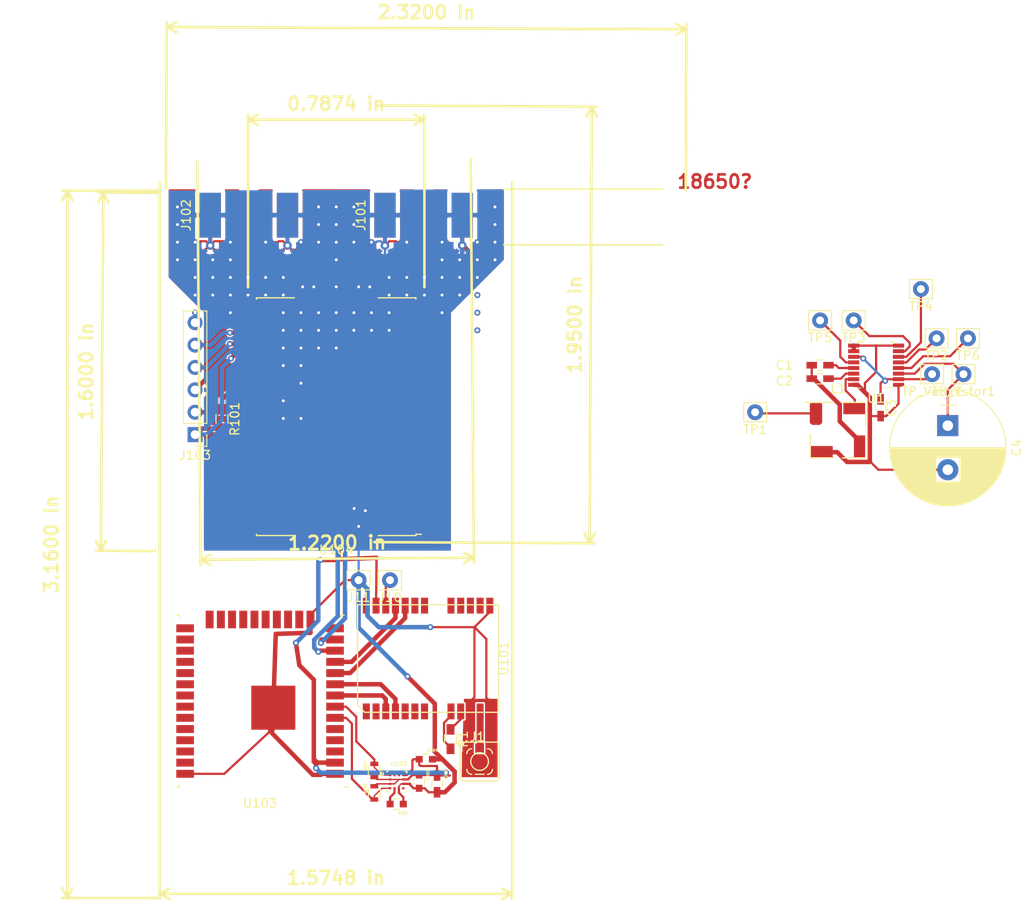
<source format=kicad_pcb>
(kicad_pcb (version 20171130) (host pcbnew "(5.0.2)-1")

  (general
    (thickness 1.6)
    (drawings 10)
    (tracks 451)
    (zones 0)
    (modules 32)
    (nets 99)
  )

  (page A4)
  (title_block
    (title "Cowbell ")
    (date 2019-03-01)
    (rev v02)
  )

  (layers
    (0 F.Cu signal)
    (31 B.Cu signal)
    (32 B.Adhes user)
    (33 F.Adhes user)
    (34 B.Paste user)
    (35 F.Paste user)
    (36 B.SilkS user)
    (37 F.SilkS user)
    (38 B.Mask user)
    (39 F.Mask user)
    (40 Dwgs.User user)
    (41 Cmts.User user)
    (42 Eco1.User user)
    (43 Eco2.User user)
    (44 Edge.Cuts user)
    (45 Margin user)
    (46 B.CrtYd user)
    (47 F.CrtYd user)
    (48 B.Fab user)
    (49 F.Fab user)
  )

  (setup
    (last_trace_width 0.508)
    (user_trace_width 0.1524)
    (user_trace_width 0.254)
    (user_trace_width 0.508)
    (user_trace_width 0.75)
    (trace_clearance 0.1524)
    (zone_clearance 0.11)
    (zone_45_only no)
    (trace_min 0.1524)
    (segment_width 0.2)
    (edge_width 0.1)
    (via_size 0.6858)
    (via_drill 0.3302)
    (via_min_size 0.508)
    (via_min_drill 0.254)
    (uvia_size 0.6858)
    (uvia_drill 0.3302)
    (uvias_allowed no)
    (uvia_min_size 0.2)
    (uvia_min_drill 0.1)
    (pcb_text_width 0.3)
    (pcb_text_size 1.5 1.5)
    (mod_edge_width 0.15)
    (mod_text_size 1 1)
    (mod_text_width 0.15)
    (pad_size 1.5 1.5)
    (pad_drill 0.6)
    (pad_to_mask_clearance 0)
    (solder_mask_min_width 0.25)
    (aux_axis_origin 0 0)
    (visible_elements 7FFFFFFF)
    (pcbplotparams
      (layerselection 0x010fc_ffffffff)
      (usegerberextensions false)
      (usegerberattributes false)
      (usegerberadvancedattributes false)
      (creategerberjobfile false)
      (excludeedgelayer true)
      (linewidth 0.100000)
      (plotframeref false)
      (viasonmask false)
      (mode 1)
      (useauxorigin false)
      (hpglpennumber 1)
      (hpglpenspeed 20)
      (hpglpendiameter 15.000000)
      (psnegative false)
      (psa4output false)
      (plotreference true)
      (plotvalue true)
      (plotinvisibletext false)
      (padsonsilk false)
      (subtractmaskfromsilk false)
      (outputformat 1)
      (mirror false)
      (drillshape 1)
      (scaleselection 1)
      (outputdirectory ""))
  )

  (net 0 "")
  (net 1 "Net-(C1-Pad1)")
  (net 2 "Net-(C1-Pad2)")
  (net 3 "Net-(C2-Pad1)")
  (net 4 GND)
  (net 5 "Net-(C3-Pad1)")
  (net 6 "Net-(L1-Pad1)")
  (net 7 "Net-(L1-Pad2)")
  (net 8 "Net-(TP3-Pad1)")
  (net 9 "Net-(TP4-Pad1)")
  (net 10 "Net-(C4-Pad1)")
  (net 11 "Net-(TP2-Pad1)")
  (net 12 "Net-(TP5-Pad1)")
  (net 13 "Net-(TP6-Pad1)")
  (net 14 "Net-(U101-Pad14)")
  (net 15 "Net-(U101-Pad15)")
  (net 16 "Net-(U101-Pad16)")
  (net 17 "Net-(U101-Pad17)")
  (net 18 "Net-(U101-Pad7)")
  (net 19 "Net-(U101-Pad18)")
  (net 20 "Net-(U101-Pad6)")
  (net 21 "Net-(U101-Pad19)")
  (net 22 "Net-(U101-Pad5)")
  (net 23 Tx0)
  (net 24 Rx0)
  (net 25 +3V3)
  (net 26 "Net-(U101-Pad2)")
  (net 27 "Net-(U101-Pad1)")
  (net 28 SCL)
  (net 29 SDA)
  (net 30 "Net-(U103-Pad37)")
  (net 31 "Net-(U103-Pad36)")
  (net 32 "Net-(U103-Pad35)")
  (net 33 "Net-(U103-Pad34)")
  (net 34 "Net-(U103-Pad33)")
  (net 35 "Net-(U103-Pad32)")
  (net 36 "Net-(U103-Pad31)")
  (net 37 "Net-(U103-Pad30)")
  (net 38 "Net-(U103-Pad29)")
  (net 39 "Net-(U103-Pad28)")
  (net 40 "Net-(U103-Pad27)")
  (net 41 "Net-(U103-Pad26)")
  (net 42 "Net-(U103-Pad25)")
  (net 43 "Net-(U103-Pad24)")
  (net 44 "Net-(U103-Pad23)")
  (net 45 "Net-(U103-Pad22)")
  (net 46 "Net-(U103-Pad21)")
  (net 47 "Net-(U103-Pad20)")
  (net 48 "Net-(U103-Pad19)")
  (net 49 "Net-(U103-Pad18)")
  (net 50 "Net-(U103-Pad17)")
  (net 51 "Net-(U103-Pad16)")
  (net 52 "Net-(U103-Pad14)")
  (net 53 "Net-(U103-Pad5)")
  (net 54 "Net-(U103-Pad4)")
  (net 55 "Net-(U103-Pad3)")
  (net 56 Tx1)
  (net 57 Rx1)
  (net 58 "Net-(J101-Pad1)")
  (net 59 "Net-(J102-Pad1)")
  (net 60 "Net-(J103-Pad6)")
  (net 61 "Net-(J103-Pad5)")
  (net 62 "Net-(J103-Pad4)")
  (net 63 "Net-(J103-Pad1)")
  (net 64 "Net-(U104-Pad2)")
  (net 65 "Net-(U104-Pad3)")
  (net 66 "Net-(U104-Pad4)")
  (net 67 "Net-(U104-Pad5)")
  (net 68 "Net-(U104-Pad9)")
  (net 69 "Net-(U104-Pad10)")
  (net 70 "Net-(U104-Pad13)")
  (net 71 "Net-(U104-Pad14)")
  (net 72 "Net-(U104-Pad15)")
  (net 73 "Net-(U104-Pad16)")
  (net 74 "Net-(U104-Pad17)")
  (net 75 "Net-(U104-Pad18)")
  (net 76 "Net-(U104-Pad19)")
  (net 77 "Net-(U104-Pad29)")
  (net 78 "Net-(U104-Pad35)")
  (net 79 "Net-(U104-Pad36)")
  (net 80 "Net-(U104-Pad37)")
  (net 81 "Net-(U104-Pad38)")
  (net 82 "Net-(U104-Pad39)")
  (net 83 "Net-(U104-Pad40)")
  (net 84 "Net-(U104-Pad42)")
  (net 85 "Net-(U104-Pad43)")
  (net 86 "Net-(U104-Pad44)")
  (net 87 "Net-(U104-Pad45)")
  (net 88 "Net-(U104-Pad46)")
  (net 89 "Net-(R1-Pad1)")
  (net 90 "Net-(J1-Pad1)")
  (net 91 "Net-(R1-Pad2)")
  (net 92 "Net-(C201-Pad1)")
  (net 93 Int_MAG)
  (net 94 DRDY_MAG)
  (net 95 Extint)
  (net 96 Timepulse)
  (net 97 Int_XL)
  (net 98 "Net-(J10-Pad1)")

  (net_class Default "This is the default net class."
    (clearance 0.1524)
    (trace_width 0.1524)
    (via_dia 0.6858)
    (via_drill 0.3302)
    (uvia_dia 0.6858)
    (uvia_drill 0.3302)
    (diff_pair_gap 0.1524)
    (diff_pair_width 0.1524)
    (add_net +3V3)
    (add_net DRDY_MAG)
    (add_net Extint)
    (add_net GND)
    (add_net Int_MAG)
    (add_net Int_XL)
    (add_net "Net-(C1-Pad1)")
    (add_net "Net-(C1-Pad2)")
    (add_net "Net-(C2-Pad1)")
    (add_net "Net-(C201-Pad1)")
    (add_net "Net-(C3-Pad1)")
    (add_net "Net-(C4-Pad1)")
    (add_net "Net-(J1-Pad1)")
    (add_net "Net-(J10-Pad1)")
    (add_net "Net-(J101-Pad1)")
    (add_net "Net-(J102-Pad1)")
    (add_net "Net-(J103-Pad1)")
    (add_net "Net-(J103-Pad4)")
    (add_net "Net-(J103-Pad5)")
    (add_net "Net-(J103-Pad6)")
    (add_net "Net-(L1-Pad1)")
    (add_net "Net-(L1-Pad2)")
    (add_net "Net-(R1-Pad1)")
    (add_net "Net-(R1-Pad2)")
    (add_net "Net-(TP2-Pad1)")
    (add_net "Net-(TP3-Pad1)")
    (add_net "Net-(TP4-Pad1)")
    (add_net "Net-(TP5-Pad1)")
    (add_net "Net-(TP6-Pad1)")
    (add_net "Net-(U101-Pad1)")
    (add_net "Net-(U101-Pad14)")
    (add_net "Net-(U101-Pad15)")
    (add_net "Net-(U101-Pad16)")
    (add_net "Net-(U101-Pad17)")
    (add_net "Net-(U101-Pad18)")
    (add_net "Net-(U101-Pad19)")
    (add_net "Net-(U101-Pad2)")
    (add_net "Net-(U101-Pad5)")
    (add_net "Net-(U101-Pad6)")
    (add_net "Net-(U101-Pad7)")
    (add_net "Net-(U103-Pad14)")
    (add_net "Net-(U103-Pad16)")
    (add_net "Net-(U103-Pad17)")
    (add_net "Net-(U103-Pad18)")
    (add_net "Net-(U103-Pad19)")
    (add_net "Net-(U103-Pad20)")
    (add_net "Net-(U103-Pad21)")
    (add_net "Net-(U103-Pad22)")
    (add_net "Net-(U103-Pad23)")
    (add_net "Net-(U103-Pad24)")
    (add_net "Net-(U103-Pad25)")
    (add_net "Net-(U103-Pad26)")
    (add_net "Net-(U103-Pad27)")
    (add_net "Net-(U103-Pad28)")
    (add_net "Net-(U103-Pad29)")
    (add_net "Net-(U103-Pad3)")
    (add_net "Net-(U103-Pad30)")
    (add_net "Net-(U103-Pad31)")
    (add_net "Net-(U103-Pad32)")
    (add_net "Net-(U103-Pad33)")
    (add_net "Net-(U103-Pad34)")
    (add_net "Net-(U103-Pad35)")
    (add_net "Net-(U103-Pad36)")
    (add_net "Net-(U103-Pad37)")
    (add_net "Net-(U103-Pad4)")
    (add_net "Net-(U103-Pad5)")
    (add_net "Net-(U104-Pad10)")
    (add_net "Net-(U104-Pad13)")
    (add_net "Net-(U104-Pad14)")
    (add_net "Net-(U104-Pad15)")
    (add_net "Net-(U104-Pad16)")
    (add_net "Net-(U104-Pad17)")
    (add_net "Net-(U104-Pad18)")
    (add_net "Net-(U104-Pad19)")
    (add_net "Net-(U104-Pad2)")
    (add_net "Net-(U104-Pad29)")
    (add_net "Net-(U104-Pad3)")
    (add_net "Net-(U104-Pad35)")
    (add_net "Net-(U104-Pad36)")
    (add_net "Net-(U104-Pad37)")
    (add_net "Net-(U104-Pad38)")
    (add_net "Net-(U104-Pad39)")
    (add_net "Net-(U104-Pad4)")
    (add_net "Net-(U104-Pad40)")
    (add_net "Net-(U104-Pad42)")
    (add_net "Net-(U104-Pad43)")
    (add_net "Net-(U104-Pad44)")
    (add_net "Net-(U104-Pad45)")
    (add_net "Net-(U104-Pad46)")
    (add_net "Net-(U104-Pad5)")
    (add_net "Net-(U104-Pad9)")
    (add_net Rx0)
    (add_net Rx1)
    (add_net SCL)
    (add_net SDA)
    (add_net Timepulse)
    (add_net Tx0)
    (add_net Tx1)
  )

  (module Connectors:Pin_d0.9mm_L10.0mm_W2.4mm_FlatFork (layer F.Cu) (tedit 59B3E075) (tstamp 5C7F21FC)
    (at 133.096 69.342)
    (descr "solder Pin_ with flat fork, hole diameter 0.9mm, length 10.0mm, width 2.4mm")
    (tags "solder Pin_ with flat fork")
    (path /5C8587F2)
    (fp_text reference J10 (at 0 1.95) (layer F.SilkS)
      (effects (font (size 1 1) (thickness 0.15)))
    )
    (fp_text value V_BCKP (at 0 -2.05) (layer F.Fab)
      (effects (font (size 1 1) (thickness 0.15)))
    )
    (fp_text user %R (at 0 1.95) (layer F.Fab)
      (effects (font (size 1 1) (thickness 0.15)))
    )
    (fp_line (start -1.3 -1.1) (end -1.3 0.6) (layer F.SilkS) (width 0.12))
    (fp_line (start -1.3 0.6) (end -1.3 1.1) (layer F.SilkS) (width 0.12))
    (fp_line (start -1.3 1.1) (end 1.3 1.1) (layer F.SilkS) (width 0.12))
    (fp_line (start 1.3 1.1) (end 1.3 -1.1) (layer F.SilkS) (width 0.12))
    (fp_line (start 1.3 -1.1) (end -1.3 -1.1) (layer F.SilkS) (width 0.12))
    (fp_line (start -1.2 -0.25) (end -1.2 0.25) (layer F.Fab) (width 0.12))
    (fp_line (start -1.2 0.25) (end 1.2 0.25) (layer F.Fab) (width 0.12))
    (fp_line (start 1.2 0.25) (end 1.2 -0.25) (layer F.Fab) (width 0.12))
    (fp_line (start 1.2 -0.25) (end -1.2 -0.25) (layer F.Fab) (width 0.12))
    (fp_line (start -1.7 -1.4) (end 1.7 -1.4) (layer F.CrtYd) (width 0.05))
    (fp_line (start -1.7 -1.4) (end -1.7 1.4) (layer F.CrtYd) (width 0.05))
    (fp_line (start 1.7 1.4) (end 1.7 -1.4) (layer F.CrtYd) (width 0.05))
    (fp_line (start 1.7 1.4) (end -1.7 1.4) (layer F.CrtYd) (width 0.05))
    (pad 1 thru_hole circle (at 0 0) (size 1.8 1.8) (drill 0.9) (layers *.Cu *.Mask)
      (net 98 "Net-(J10-Pad1)"))
    (model ${KISYS3DMOD}/Connectors.3dshapes/Pin_d0.9mm_L10.0mm_W2.4mm_FlatFork.wrl
      (at (xyz 0 0 0))
      (scale (xyz 1 1 1))
      (rotate (xyz 0 0 0))
    )
  )

  (module Connectors:Pin_d0.9mm_L10.0mm_W2.4mm_FlatFork (layer F.Cu) (tedit 59B3E075) (tstamp 5C7F2196)
    (at 129.54 69.342)
    (descr "solder Pin_ with flat fork, hole diameter 0.9mm, length 10.0mm, width 2.4mm")
    (tags "solder Pin_ with flat fork")
    (path /5C858B54)
    (fp_text reference J11 (at 0 1.95) (layer F.SilkS)
      (effects (font (size 1 1) (thickness 0.15)))
    )
    (fp_text value GND (at 0 -2.05) (layer F.Fab)
      (effects (font (size 1 1) (thickness 0.15)))
    )
    (fp_line (start 1.7 1.4) (end -1.7 1.4) (layer F.CrtYd) (width 0.05))
    (fp_line (start 1.7 1.4) (end 1.7 -1.4) (layer F.CrtYd) (width 0.05))
    (fp_line (start -1.7 -1.4) (end -1.7 1.4) (layer F.CrtYd) (width 0.05))
    (fp_line (start -1.7 -1.4) (end 1.7 -1.4) (layer F.CrtYd) (width 0.05))
    (fp_line (start 1.2 -0.25) (end -1.2 -0.25) (layer F.Fab) (width 0.12))
    (fp_line (start 1.2 0.25) (end 1.2 -0.25) (layer F.Fab) (width 0.12))
    (fp_line (start -1.2 0.25) (end 1.2 0.25) (layer F.Fab) (width 0.12))
    (fp_line (start -1.2 -0.25) (end -1.2 0.25) (layer F.Fab) (width 0.12))
    (fp_line (start 1.3 -1.1) (end -1.3 -1.1) (layer F.SilkS) (width 0.12))
    (fp_line (start 1.3 1.1) (end 1.3 -1.1) (layer F.SilkS) (width 0.12))
    (fp_line (start -1.3 1.1) (end 1.3 1.1) (layer F.SilkS) (width 0.12))
    (fp_line (start -1.3 0.6) (end -1.3 1.1) (layer F.SilkS) (width 0.12))
    (fp_line (start -1.3 -1.1) (end -1.3 0.6) (layer F.SilkS) (width 0.12))
    (fp_text user %R (at 0 1.95) (layer F.Fab)
      (effects (font (size 1 1) (thickness 0.15)))
    )
    (pad 1 thru_hole circle (at 0 0) (size 1.8 1.8) (drill 0.9) (layers *.Cu *.Mask)
      (net 4 GND))
    (model ${KISYS3DMOD}/Connectors.3dshapes/Pin_d0.9mm_L10.0mm_W2.4mm_FlatFork.wrl
      (at (xyz 0 0 0))
      (scale (xyz 1 1 1))
      (rotate (xyz 0 0 0))
    )
  )

  (module Resistors_SMD:R_0603 (layer F.Cu) (tedit 5C7E3B15) (tstamp 5C7F2164)
    (at 131.318 90.932 270)
    (descr "Resistor SMD 0603, reflow soldering, Vishay (see dcrcw.pdf)")
    (tags "resistor 0603")
    (path /5C83B915)
    (attr smd)
    (fp_text reference R201 (at -0.508 1.016 270) (layer F.SilkS)
      (effects (font (size 0.3 0.3) (thickness 0.075)))
    )
    (fp_text value 2k2 (at 0.762 1.016 270) (layer F.Fab)
      (effects (font (size 0.3 0.3) (thickness 0.075)))
    )
    (fp_text user %R (at 0 0 270) (layer F.Fab)
      (effects (font (size 0.4 0.4) (thickness 0.075)))
    )
    (fp_line (start -0.8 0.4) (end -0.8 -0.4) (layer F.Fab) (width 0.1))
    (fp_line (start 0.8 0.4) (end -0.8 0.4) (layer F.Fab) (width 0.1))
    (fp_line (start 0.8 -0.4) (end 0.8 0.4) (layer F.Fab) (width 0.1))
    (fp_line (start -0.8 -0.4) (end 0.8 -0.4) (layer F.Fab) (width 0.1))
    (fp_line (start 0.5 0.68) (end -0.5 0.68) (layer F.SilkS) (width 0.12))
    (fp_line (start -0.5 -0.68) (end 0.5 -0.68) (layer F.SilkS) (width 0.12))
    (fp_line (start -1.25 -0.7) (end 1.25 -0.7) (layer F.CrtYd) (width 0.05))
    (fp_line (start -1.25 -0.7) (end -1.25 0.7) (layer F.CrtYd) (width 0.05))
    (fp_line (start 1.25 0.7) (end 1.25 -0.7) (layer F.CrtYd) (width 0.05))
    (fp_line (start 1.25 0.7) (end -1.25 0.7) (layer F.CrtYd) (width 0.05))
    (pad 1 smd rect (at -0.75 0 270) (size 0.5 0.9) (layers F.Cu F.Paste F.Mask)
      (net 28 SCL))
    (pad 2 smd rect (at 0.75 0 270) (size 0.5 0.9) (layers F.Cu F.Paste F.Mask)
      (net 25 +3V3))
    (model ${KISYS3DMOD}/Resistors_SMD.3dshapes/R_0603.wrl
      (at (xyz 0 0 0))
      (scale (xyz 1 1 1))
      (rotate (xyz 0 0 0))
    )
  )

  (module Resistors_SMD:R_0603 (layer F.Cu) (tedit 5C7E3AF4) (tstamp 5C7F21CA)
    (at 131.318 93.472 270)
    (descr "Resistor SMD 0603, reflow soldering, Vishay (see dcrcw.pdf)")
    (tags "resistor 0603")
    (path /5C83BBD1)
    (attr smd)
    (fp_text reference R202 (at -0.508 1.016 270) (layer F.SilkS)
      (effects (font (size 0.3 0.3) (thickness 0.075)))
    )
    (fp_text value 2k2 (at 1.016 1.016 270) (layer F.Fab)
      (effects (font (size 0.3 0.3) (thickness 0.075)))
    )
    (fp_line (start 1.25 0.7) (end -1.25 0.7) (layer F.CrtYd) (width 0.05))
    (fp_line (start 1.25 0.7) (end 1.25 -0.7) (layer F.CrtYd) (width 0.05))
    (fp_line (start -1.25 -0.7) (end -1.25 0.7) (layer F.CrtYd) (width 0.05))
    (fp_line (start -1.25 -0.7) (end 1.25 -0.7) (layer F.CrtYd) (width 0.05))
    (fp_line (start -0.5 -0.68) (end 0.5 -0.68) (layer F.SilkS) (width 0.12))
    (fp_line (start 0.5 0.68) (end -0.5 0.68) (layer F.SilkS) (width 0.12))
    (fp_line (start -0.8 -0.4) (end 0.8 -0.4) (layer F.Fab) (width 0.1))
    (fp_line (start 0.8 -0.4) (end 0.8 0.4) (layer F.Fab) (width 0.1))
    (fp_line (start 0.8 0.4) (end -0.8 0.4) (layer F.Fab) (width 0.1))
    (fp_line (start -0.8 0.4) (end -0.8 -0.4) (layer F.Fab) (width 0.1))
    (fp_text user %R (at 0 0 270) (layer F.Fab)
      (effects (font (size 0.4 0.4) (thickness 0.075)))
    )
    (pad 2 smd rect (at 0.75 0 270) (size 0.5 0.9) (layers F.Cu F.Paste F.Mask)
      (net 29 SDA))
    (pad 1 smd rect (at -0.75 0 270) (size 0.5 0.9) (layers F.Cu F.Paste F.Mask)
      (net 25 +3V3))
    (model ${KISYS3DMOD}/Resistors_SMD.3dshapes/R_0603.wrl
      (at (xyz 0 0 0))
      (scale (xyz 1 1 1))
      (rotate (xyz 0 0 0))
    )
  )

  (module Capacitors_SMD:C_0603 (layer F.Cu) (tedit 5C7E3061) (tstamp 5C7F23D7)
    (at 133.858 94.742)
    (descr "Capacitor SMD 0603, reflow soldering, AVX (see smccp.pdf)")
    (tags "capacitor 0603")
    (path /5C816E37)
    (attr smd)
    (fp_text reference C201 (at 0.762 1.016 180) (layer F.SilkS)
      (effects (font (size 0.3 0.3) (thickness 0.075)))
    )
    (fp_text value 0.1µF (at -1.016 1.016) (layer F.Fab)
      (effects (font (size 0.3 0.3) (thickness 0.075)))
    )
    (fp_line (start 1.4 0.65) (end -1.4 0.65) (layer F.CrtYd) (width 0.05))
    (fp_line (start 1.4 0.65) (end 1.4 -0.65) (layer F.CrtYd) (width 0.05))
    (fp_line (start -1.4 -0.65) (end -1.4 0.65) (layer F.CrtYd) (width 0.05))
    (fp_line (start -1.4 -0.65) (end 1.4 -0.65) (layer F.CrtYd) (width 0.05))
    (fp_line (start 0.35 0.6) (end -0.35 0.6) (layer F.SilkS) (width 0.12))
    (fp_line (start -0.35 -0.6) (end 0.35 -0.6) (layer F.SilkS) (width 0.12))
    (fp_line (start -0.8 -0.4) (end 0.8 -0.4) (layer F.Fab) (width 0.1))
    (fp_line (start 0.8 -0.4) (end 0.8 0.4) (layer F.Fab) (width 0.1))
    (fp_line (start 0.8 0.4) (end -0.8 0.4) (layer F.Fab) (width 0.1))
    (fp_line (start -0.8 0.4) (end -0.8 -0.4) (layer F.Fab) (width 0.1))
    (fp_text user %R (at 0.762 1.016) (layer F.Fab)
      (effects (font (size 0.3 0.3) (thickness 0.075)))
    )
    (pad 2 smd rect (at 0.75 0) (size 0.8 0.75) (layers F.Cu F.Paste F.Mask)
      (net 4 GND))
    (pad 1 smd rect (at -0.75 0) (size 0.8 0.75) (layers F.Cu F.Paste F.Mask)
      (net 92 "Net-(C201-Pad1)"))
    (model Capacitors_SMD.3dshapes/C_0603.wrl
      (at (xyz 0 0 0))
      (scale (xyz 1 1 1))
      (rotate (xyz 0 0 0))
    )
  )

  (module Capacitors_SMD:C_0603 (layer F.Cu) (tedit 5C7E316B) (tstamp 5C7F2407)
    (at 137.16 89.662)
    (descr "Capacitor SMD 0603, reflow soldering, AVX (see smccp.pdf)")
    (tags "capacitor 0603")
    (path /5C816C98)
    (attr smd)
    (fp_text reference C204 (at 0.762 -1.016) (layer F.SilkS)
      (effects (font (size 0.3 0.3) (thickness 0.075)))
    )
    (fp_text value 0.1µF (at -0.762 -1.016) (layer F.Fab)
      (effects (font (size 0.3 0.3) (thickness 0.075)))
    )
    (fp_text user %R (at 0.762 -1.016) (layer F.Fab)
      (effects (font (size 0.3 0.3) (thickness 0.075)))
    )
    (fp_line (start -0.8 0.4) (end -0.8 -0.4) (layer F.Fab) (width 0.1))
    (fp_line (start 0.8 0.4) (end -0.8 0.4) (layer F.Fab) (width 0.1))
    (fp_line (start 0.8 -0.4) (end 0.8 0.4) (layer F.Fab) (width 0.1))
    (fp_line (start -0.8 -0.4) (end 0.8 -0.4) (layer F.Fab) (width 0.1))
    (fp_line (start -0.35 -0.6) (end 0.35 -0.6) (layer F.SilkS) (width 0.12))
    (fp_line (start 0.35 0.6) (end -0.35 0.6) (layer F.SilkS) (width 0.12))
    (fp_line (start -1.4 -0.65) (end 1.4 -0.65) (layer F.CrtYd) (width 0.05))
    (fp_line (start -1.4 -0.65) (end -1.4 0.65) (layer F.CrtYd) (width 0.05))
    (fp_line (start 1.4 0.65) (end 1.4 -0.65) (layer F.CrtYd) (width 0.05))
    (fp_line (start 1.4 0.65) (end -1.4 0.65) (layer F.CrtYd) (width 0.05))
    (pad 1 smd rect (at -0.75 0) (size 0.8 0.75) (layers F.Cu F.Paste F.Mask)
      (net 25 +3V3))
    (pad 2 smd rect (at 0.75 0) (size 0.8 0.75) (layers F.Cu F.Paste F.Mask)
      (net 4 GND))
    (model Capacitors_SMD.3dshapes/C_0603.wrl
      (at (xyz 0 0 0))
      (scale (xyz 1 1 1))
      (rotate (xyz 0 0 0))
    )
  )

  (module Capacitors_SMD:C_0603 (layer F.Cu) (tedit 5C7E312A) (tstamp 5C7F2104)
    (at 136.398 92.202 270)
    (descr "Capacitor SMD 0603, reflow soldering, AVX (see smccp.pdf)")
    (tags "capacitor 0603")
    (path /5C816DE7)
    (attr smd)
    (fp_text reference C203 (at -0.762 -1.016 90) (layer F.SilkS)
      (effects (font (size 0.3 0.3) (thickness 0.075)))
    )
    (fp_text value 0.1µF (at 1.016 -1.016 270) (layer F.Fab)
      (effects (font (size 0.3 0.3) (thickness 0.075)))
    )
    (fp_text user %R (at -0.762 -1.016 90) (layer F.Fab)
      (effects (font (size 0.3 0.3) (thickness 0.075)))
    )
    (fp_line (start -0.8 0.4) (end -0.8 -0.4) (layer F.Fab) (width 0.1))
    (fp_line (start 0.8 0.4) (end -0.8 0.4) (layer F.Fab) (width 0.1))
    (fp_line (start 0.8 -0.4) (end 0.8 0.4) (layer F.Fab) (width 0.1))
    (fp_line (start -0.8 -0.4) (end 0.8 -0.4) (layer F.Fab) (width 0.1))
    (fp_line (start -0.35 -0.6) (end 0.35 -0.6) (layer F.SilkS) (width 0.12))
    (fp_line (start 0.35 0.6) (end -0.35 0.6) (layer F.SilkS) (width 0.12))
    (fp_line (start -1.4 -0.65) (end 1.4 -0.65) (layer F.CrtYd) (width 0.05))
    (fp_line (start -1.4 -0.65) (end -1.4 0.65) (layer F.CrtYd) (width 0.05))
    (fp_line (start 1.4 0.65) (end 1.4 -0.65) (layer F.CrtYd) (width 0.05))
    (fp_line (start 1.4 0.65) (end -1.4 0.65) (layer F.CrtYd) (width 0.05))
    (pad 1 smd rect (at -0.75 0 270) (size 0.8 0.75) (layers F.Cu F.Paste F.Mask)
      (net 25 +3V3))
    (pad 2 smd rect (at 0.75 0 270) (size 0.8 0.75) (layers F.Cu F.Paste F.Mask)
      (net 4 GND))
    (model Capacitors_SMD.3dshapes/C_0603.wrl
      (at (xyz 0 0 0))
      (scale (xyz 1 1 1))
      (rotate (xyz 0 0 0))
    )
  )

  (module Capacitors_SMD:C_0603_HandSoldering (layer F.Cu) (tedit 5C7E308F) (tstamp 5C7F2392)
    (at 138.43 92.456 270)
    (descr "Capacitor SMD 0603, hand soldering")
    (tags "capacitor 0603")
    (path /5C816E8B)
    (attr smd)
    (fp_text reference C202 (at -1.016 -1.016 90) (layer F.SilkS)
      (effects (font (size 0.3 0.3) (thickness 0.075)))
    )
    (fp_text value 10µF (at 1.27 -1.016 270) (layer F.Fab)
      (effects (font (size 0.3 0.3) (thickness 0.075)))
    )
    (fp_line (start 1.8 0.65) (end -1.8 0.65) (layer F.CrtYd) (width 0.05))
    (fp_line (start 1.8 0.65) (end 1.8 -0.65) (layer F.CrtYd) (width 0.05))
    (fp_line (start -1.8 -0.65) (end -1.8 0.65) (layer F.CrtYd) (width 0.05))
    (fp_line (start -1.8 -0.65) (end 1.8 -0.65) (layer F.CrtYd) (width 0.05))
    (fp_line (start 0.35 0.6) (end -0.35 0.6) (layer F.SilkS) (width 0.12))
    (fp_line (start -0.35 -0.6) (end 0.35 -0.6) (layer F.SilkS) (width 0.12))
    (fp_line (start -0.8 -0.4) (end 0.8 -0.4) (layer F.Fab) (width 0.1))
    (fp_line (start 0.8 -0.4) (end 0.8 0.4) (layer F.Fab) (width 0.1))
    (fp_line (start 0.8 0.4) (end -0.8 0.4) (layer F.Fab) (width 0.1))
    (fp_line (start -0.8 0.4) (end -0.8 -0.4) (layer F.Fab) (width 0.1))
    (fp_text user %R (at -1.016 -1.016 90) (layer F.Fab)
      (effects (font (size 0.3 0.3) (thickness 0.075)))
    )
    (pad 2 smd rect (at 0.95 0 270) (size 1.2 0.75) (layers F.Cu F.Paste F.Mask)
      (net 4 GND))
    (pad 1 smd rect (at -0.95 0 270) (size 1.2 0.75) (layers F.Cu F.Paste F.Mask)
      (net 25 +3V3))
    (model Capacitors_SMD.3dshapes/C_0603.wrl
      (at (xyz 0 0 0))
      (scale (xyz 1 1 1))
      (rotate (xyz 0 0 0))
    )
  )

  (module Pin_Headers:Pin_Header_Straight_1x06_Pitch2.54mm (layer F.Cu) (tedit 59650532) (tstamp 5C7D942F)
    (at 110.998 52.832 180)
    (descr "Through hole straight pin header, 1x06, 2.54mm pitch, single row")
    (tags "Through hole pin header THT 1x06 2.54mm single row")
    (path /5C7CF659)
    (fp_text reference J103 (at 0 -2.33 180) (layer F.SilkS)
      (effects (font (size 1 1) (thickness 0.15)))
    )
    (fp_text value Conn_01x06_Male (at 0 15.03 180) (layer F.Fab)
      (effects (font (size 1 1) (thickness 0.15)))
    )
    (fp_text user %R (at 0 6.35 270) (layer F.Fab)
      (effects (font (size 1 1) (thickness 0.15)))
    )
    (fp_line (start 1.8 -1.8) (end -1.8 -1.8) (layer F.CrtYd) (width 0.05))
    (fp_line (start 1.8 14.5) (end 1.8 -1.8) (layer F.CrtYd) (width 0.05))
    (fp_line (start -1.8 14.5) (end 1.8 14.5) (layer F.CrtYd) (width 0.05))
    (fp_line (start -1.8 -1.8) (end -1.8 14.5) (layer F.CrtYd) (width 0.05))
    (fp_line (start -1.33 -1.33) (end 0 -1.33) (layer F.SilkS) (width 0.12))
    (fp_line (start -1.33 0) (end -1.33 -1.33) (layer F.SilkS) (width 0.12))
    (fp_line (start -1.33 1.27) (end 1.33 1.27) (layer F.SilkS) (width 0.12))
    (fp_line (start 1.33 1.27) (end 1.33 14.03) (layer F.SilkS) (width 0.12))
    (fp_line (start -1.33 1.27) (end -1.33 14.03) (layer F.SilkS) (width 0.12))
    (fp_line (start -1.33 14.03) (end 1.33 14.03) (layer F.SilkS) (width 0.12))
    (fp_line (start -1.27 -0.635) (end -0.635 -1.27) (layer F.Fab) (width 0.1))
    (fp_line (start -1.27 13.97) (end -1.27 -0.635) (layer F.Fab) (width 0.1))
    (fp_line (start 1.27 13.97) (end -1.27 13.97) (layer F.Fab) (width 0.1))
    (fp_line (start 1.27 -1.27) (end 1.27 13.97) (layer F.Fab) (width 0.1))
    (fp_line (start -0.635 -1.27) (end 1.27 -1.27) (layer F.Fab) (width 0.1))
    (pad 6 thru_hole oval (at 0 12.7 180) (size 1.7 1.7) (drill 1) (layers *.Cu *.Mask)
      (net 60 "Net-(J103-Pad6)"))
    (pad 5 thru_hole oval (at 0 10.16 180) (size 1.7 1.7) (drill 1) (layers *.Cu *.Mask)
      (net 61 "Net-(J103-Pad5)"))
    (pad 4 thru_hole oval (at 0 7.62 180) (size 1.7 1.7) (drill 1) (layers *.Cu *.Mask)
      (net 62 "Net-(J103-Pad4)"))
    (pad 3 thru_hole oval (at 0 5.08 180) (size 1.7 1.7) (drill 1) (layers *.Cu *.Mask)
      (net 4 GND))
    (pad 2 thru_hole oval (at 0 2.54 180) (size 1.7 1.7) (drill 1) (layers *.Cu *.Mask)
      (net 25 +3V3))
    (pad 1 thru_hole rect (at 0 0 180) (size 1.7 1.7) (drill 1) (layers *.Cu *.Mask)
      (net 63 "Net-(J103-Pad1)"))
    (model ${KISYS3DMOD}/Pin_Headers.3dshapes/Pin_Header_Straight_1x06_Pitch2.54mm.wrl
      (at (xyz 0 0 0))
      (scale (xyz 1 1 1))
      (rotate (xyz 0 0 0))
    )
  )

  (module Emborg:u.fl (layer F.Cu) (tedit 5C7D6670) (tstamp 5C7F2234)
    (at 143.256 89.916)
    (descr https://www.hirose.com/product/en/download_file/key_name/U.FL/category/Catalog/doc_file_id/31697/?file_category_id=4&item_id=15&is_series=1)
    (path /5C7E1388)
    (attr smd)
    (fp_text reference J1 (at -0.254 -2.794) (layer F.SilkS)
      (effects (font (size 1 1) (thickness 0.15)))
    )
    (fp_text value Conn_Coaxial (at 0 3.048) (layer F.Fab)
      (effects (font (size 1 1) (thickness 0.15)))
    )
    (fp_line (start 2 -2.2) (end 2.2 -2) (layer F.SilkS) (width 0.15))
    (fp_line (start -2.2 -2) (end -2 -2.2) (layer F.SilkS) (width 0.15))
    (fp_line (start 2.2 2) (end 2 2.2) (layer F.SilkS) (width 0.15))
    (fp_line (start 2.2 2) (end 2.2 -2) (layer F.SilkS) (width 0.15))
    (fp_line (start -2.2 2) (end -2.2 -2) (layer F.SilkS) (width 0.15))
    (fp_line (start -2.2 2) (end -2 2.2) (layer F.SilkS) (width 0.15))
    (fp_line (start 2 2.2) (end -2 2.2) (layer F.SilkS) (width 0.15))
    (fp_line (start -2 -2.2) (end 2 -2.2) (layer F.SilkS) (width 0.15))
    (fp_circle (center 0 0) (end 1 0) (layer F.SilkS) (width 0.15))
    (fp_arc (start 0.9 -0.9) (end 0.9 -1.45) (angle 90) (layer F.SilkS) (width 0.15))
    (fp_arc (start -0.9 -0.9) (end -1.45 -0.9) (angle 90) (layer F.SilkS) (width 0.15))
    (fp_arc (start -0.9 0.9) (end -0.9 1.45) (angle 90) (layer F.SilkS) (width 0.15))
    (fp_arc (start 0.9 0.9) (end 1.45 0.9) (angle 90) (layer F.SilkS) (width 0.15))
    (fp_line (start -0.5 1.45) (end 0.5 1.45) (layer F.SilkS) (width 0.15))
    (pad 2 smd rect (at 1.475 0.025) (size 1.05 2.2) (layers F.Cu F.Paste F.Mask)
      (net 4 GND))
    (pad 2 smd rect (at -1.475 0.025) (size 1.05 2.2) (layers F.Cu F.Paste F.Mask)
      (net 4 GND))
    (pad 1 smd rect (at 0 -1.5) (size 1 1.05) (layers F.Cu F.Paste F.Mask)
      (net 90 "Net-(J1-Pad1)"))
  )

  (module Resistors_SMD:R_0603_HandSoldering (layer F.Cu) (tedit 58E0A804) (tstamp 5C7F226C)
    (at 139.954 87.376 270)
    (descr "Resistor SMD 0603, hand soldering")
    (tags "resistor 0603")
    (path /5C7E1150)
    (attr smd)
    (fp_text reference R1 (at 0 -1.45 270) (layer F.SilkS)
      (effects (font (size 1 1) (thickness 0.15)))
    )
    (fp_text value DNC (at 0 1.55 270) (layer F.Fab)
      (effects (font (size 1 1) (thickness 0.15)))
    )
    (fp_text user %R (at 0 0 270) (layer F.Fab)
      (effects (font (size 0.4 0.4) (thickness 0.075)))
    )
    (fp_line (start -0.8 0.4) (end -0.8 -0.4) (layer F.Fab) (width 0.1))
    (fp_line (start 0.8 0.4) (end -0.8 0.4) (layer F.Fab) (width 0.1))
    (fp_line (start 0.8 -0.4) (end 0.8 0.4) (layer F.Fab) (width 0.1))
    (fp_line (start -0.8 -0.4) (end 0.8 -0.4) (layer F.Fab) (width 0.1))
    (fp_line (start 0.5 0.68) (end -0.5 0.68) (layer F.SilkS) (width 0.12))
    (fp_line (start -0.5 -0.68) (end 0.5 -0.68) (layer F.SilkS) (width 0.12))
    (fp_line (start -1.96 -0.7) (end 1.95 -0.7) (layer F.CrtYd) (width 0.05))
    (fp_line (start -1.96 -0.7) (end -1.96 0.7) (layer F.CrtYd) (width 0.05))
    (fp_line (start 1.95 0.7) (end 1.95 -0.7) (layer F.CrtYd) (width 0.05))
    (fp_line (start 1.95 0.7) (end -1.96 0.7) (layer F.CrtYd) (width 0.05))
    (pad 1 smd rect (at -1.1 0 270) (size 1.2 0.9) (layers F.Cu F.Paste F.Mask)
      (net 89 "Net-(R1-Pad1)"))
    (pad 2 smd rect (at 1.1 0 270) (size 1.2 0.9) (layers F.Cu F.Paste F.Mask)
      (net 91 "Net-(R1-Pad2)"))
    (model ${KISYS3DMOD}/Resistors_SMD.3dshapes/R_0603.wrl
      (at (xyz 0 0 0))
      (scale (xyz 1 1 1))
      (rotate (xyz 0 0 0))
    )
  )

  (module Resistors_SMD:R_0603_HandSoldering (layer F.Cu) (tedit 58E0A804) (tstamp 5C7D9BA4)
    (at 114.046 51.054 270)
    (descr "Resistor SMD 0603, hand soldering")
    (tags "resistor 0603")
    (path /5C8B65CB)
    (attr smd)
    (fp_text reference R101 (at 0 -1.45 270) (layer F.SilkS)
      (effects (font (size 1 1) (thickness 0.15)))
    )
    (fp_text value 10k (at 0 1.55 270) (layer F.Fab)
      (effects (font (size 1 1) (thickness 0.15)))
    )
    (fp_line (start 1.95 0.7) (end -1.96 0.7) (layer F.CrtYd) (width 0.05))
    (fp_line (start 1.95 0.7) (end 1.95 -0.7) (layer F.CrtYd) (width 0.05))
    (fp_line (start -1.96 -0.7) (end -1.96 0.7) (layer F.CrtYd) (width 0.05))
    (fp_line (start -1.96 -0.7) (end 1.95 -0.7) (layer F.CrtYd) (width 0.05))
    (fp_line (start -0.5 -0.68) (end 0.5 -0.68) (layer F.SilkS) (width 0.12))
    (fp_line (start 0.5 0.68) (end -0.5 0.68) (layer F.SilkS) (width 0.12))
    (fp_line (start -0.8 -0.4) (end 0.8 -0.4) (layer F.Fab) (width 0.1))
    (fp_line (start 0.8 -0.4) (end 0.8 0.4) (layer F.Fab) (width 0.1))
    (fp_line (start 0.8 0.4) (end -0.8 0.4) (layer F.Fab) (width 0.1))
    (fp_line (start -0.8 0.4) (end -0.8 -0.4) (layer F.Fab) (width 0.1))
    (fp_text user %R (at -0.254 -1.27 270) (layer F.Fab)
      (effects (font (size 0.4 0.4) (thickness 0.075)))
    )
    (pad 2 smd rect (at 1.1 0 270) (size 1.2 0.9) (layers F.Cu F.Paste F.Mask)
      (net 63 "Net-(J103-Pad1)"))
    (pad 1 smd rect (at -1.1 0 270) (size 1.2 0.9) (layers F.Cu F.Paste F.Mask)
      (net 25 +3V3))
    (model ${KISYS3DMOD}/Resistors_SMD.3dshapes/R_0603.wrl
      (at (xyz 0 0 0))
      (scale (xyz 1 1 1))
      (rotate (xyz 0 0 0))
    )
  )

  (module Emborg:RN2483 (layer F.Cu) (tedit 5C7C4A2A) (tstamp 5C7D2A66)
    (at 127 50.8 180)
    (path /5C7E052B)
    (attr smd)
    (fp_text reference U104 (at 0 -15.097 180) (layer F.SilkS)
      (effects (font (size 1 1) (thickness 0.15)))
    )
    (fp_text value RN2483A-I (at 0 15.097 180) (layer F.Fab)
      (effects (font (size 1 1) (thickness 0.15)))
    )
    (fp_line (start -7.89 -13.335) (end -8.89 -12.335) (layer F.Fab) (width 0.15))
    (fp_line (start -8.89 -12.335) (end -8.89 13.335) (layer F.Fab) (width 0.15))
    (fp_line (start -8.89 13.335) (end 8.89 13.335) (layer F.Fab) (width 0.15))
    (fp_line (start 8.89 13.335) (end 8.89 -13.335) (layer F.Fab) (width 0.15))
    (fp_line (start 8.89 -13.335) (end -7.89 -13.335) (layer F.Fab) (width 0.15))
    (fp_line (start -4.745 -13.485) (end -9.04 -13.485) (layer F.SilkS) (width 0.15))
    (fp_line (start -9.04 -13.485) (end -9.04 -13.335) (layer F.SilkS) (width 0.15))
    (fp_line (start -9.04 -13.335) (end -9.652 -13.335) (layer F.SilkS) (width 0.15))
    (fp_line (start 4.745 -13.485) (end 9.04 -13.485) (layer F.SilkS) (width 0.15))
    (fp_line (start 9.04 -13.485) (end 9.04 -13.335) (layer F.SilkS) (width 0.15))
    (fp_line (start -9.04 13.485) (end -4.745 13.485) (layer F.SilkS) (width 0.15))
    (fp_line (start -9.04 13.485) (end -9.04 13.335) (layer F.SilkS) (width 0.15))
    (fp_line (start 9.04 13.485) (end 4.745 13.485) (layer F.SilkS) (width 0.15))
    (fp_line (start 9.04 13.485) (end 9.04 13.335) (layer F.SilkS) (width 0.15))
    (fp_line (start -9.9 -14.35) (end 9.9 -14.35) (layer F.CrtYd) (width 0.05))
    (fp_line (start 9.9 -14.35) (end 9.9 14.35) (layer F.CrtYd) (width 0.05))
    (fp_line (start 9.9 14.35) (end -9.9 14.35) (layer F.CrtYd) (width 0.05))
    (fp_line (start -9.9 14.35) (end -9.9 -14.35) (layer F.CrtYd) (width 0.05))
    (pad 1 smd roundrect (at -8.89 -12.065 270) (size 1.016 1.524) (layers F.Cu F.Paste F.Mask) (roundrect_rratio 0.25)
      (net 4 GND))
    (pad 2 smd rect (at -8.89 -10.795 270) (size 1.016 1.524) (layers F.Cu F.Paste F.Mask)
      (net 64 "Net-(U104-Pad2)"))
    (pad 3 smd rect (at -8.89 -9.525 270) (size 1.016 1.524) (layers F.Cu F.Paste F.Mask)
      (net 65 "Net-(U104-Pad3)"))
    (pad 4 smd rect (at -8.89 -8.255 270) (size 1.016 1.524) (layers F.Cu F.Paste F.Mask)
      (net 66 "Net-(U104-Pad4)"))
    (pad 5 smd rect (at -8.89 -6.985 270) (size 1.016 1.524) (layers F.Cu F.Paste F.Mask)
      (net 67 "Net-(U104-Pad5)"))
    (pad 6 smd rect (at -8.89 -5.715 270) (size 1.016 1.524) (layers F.Cu F.Paste F.Mask)
      (net 56 Tx1))
    (pad 7 smd rect (at -8.89 -4.445 270) (size 1.016 1.524) (layers F.Cu F.Paste F.Mask)
      (net 57 Rx1))
    (pad 8 smd rect (at -8.89 -3.175 270) (size 1.016 1.524) (layers F.Cu F.Paste F.Mask)
      (net 4 GND))
    (pad 9 smd rect (at -8.89 -1.905 270) (size 1.016 1.524) (layers F.Cu F.Paste F.Mask)
      (net 68 "Net-(U104-Pad9)"))
    (pad 10 smd rect (at -8.89 -0.635 270) (size 1.016 1.524) (layers F.Cu F.Paste F.Mask)
      (net 69 "Net-(U104-Pad10)"))
    (pad 11 smd rect (at -8.89 0.635 270) (size 1.016 1.524) (layers F.Cu F.Paste F.Mask)
      (net 4 GND))
    (pad 12 smd rect (at -8.89 1.905 270) (size 1.016 1.524) (layers F.Cu F.Paste F.Mask)
      (net 25 +3V3))
    (pad 13 smd rect (at -8.89 3.175 270) (size 1.016 1.524) (layers F.Cu F.Paste F.Mask)
      (net 70 "Net-(U104-Pad13)"))
    (pad 14 smd rect (at -8.89 4.445 270) (size 1.016 1.524) (layers F.Cu F.Paste F.Mask)
      (net 71 "Net-(U104-Pad14)"))
    (pad 15 smd rect (at -8.89 5.715 270) (size 1.016 1.524) (layers F.Cu F.Paste F.Mask)
      (net 72 "Net-(U104-Pad15)"))
    (pad 16 smd rect (at -8.89 6.985 270) (size 1.016 1.524) (layers F.Cu F.Paste F.Mask)
      (net 73 "Net-(U104-Pad16)"))
    (pad 17 smd rect (at -8.89 8.255 270) (size 1.016 1.524) (layers F.Cu F.Paste F.Mask)
      (net 74 "Net-(U104-Pad17)"))
    (pad 18 smd rect (at -8.89 9.525 270) (size 1.016 1.524) (layers F.Cu F.Paste F.Mask)
      (net 75 "Net-(U104-Pad18)"))
    (pad 19 smd rect (at -8.89 10.795 270) (size 1.016 1.524) (layers F.Cu F.Paste F.Mask)
      (net 76 "Net-(U104-Pad19)"))
    (pad 20 smd rect (at -8.89 12.065 270) (size 1.016 1.524) (layers F.Cu F.Paste F.Mask)
      (net 4 GND))
    (pad 21 smd rect (at -3.81 13.335 180) (size 1.016 1.524) (layers F.Cu F.Paste F.Mask)
      (net 4 GND))
    (pad 22 smd rect (at -2.54 13.335 180) (size 1.016 1.524) (layers F.Cu F.Paste F.Mask)
      (net 4 GND))
    (pad 23 smd rect (at -1.27 13.335 180) (size 1.016 1.524) (layers F.Cu F.Paste F.Mask)
      (net 58 "Net-(J101-Pad1)"))
    (pad 24 smd rect (at 0 13.335 180) (size 1.016 1.524) (layers F.Cu F.Paste F.Mask)
      (net 4 GND))
    (pad 25 smd rect (at 1.27 13.335 180) (size 1.016 1.524) (layers F.Cu F.Paste F.Mask)
      (net 59 "Net-(J102-Pad1)"))
    (pad 26 smd rect (at 2.54 13.335 180) (size 1.016 1.524) (layers F.Cu F.Paste F.Mask)
      (net 4 GND))
    (pad 27 smd rect (at 3.81 13.335 180) (size 1.016 1.524) (layers F.Cu F.Paste F.Mask)
      (net 4 GND))
    (pad 28 smd rect (at 8.89 12.065 270) (size 1.016 1.524) (layers F.Cu F.Paste F.Mask)
      (net 4 GND))
    (pad 29 smd rect (at 8.89 10.795 270) (size 1.016 1.524) (layers F.Cu F.Paste F.Mask)
      (net 77 "Net-(U104-Pad29)"))
    (pad 30 smd rect (at 8.89 9.525 270) (size 1.016 1.524) (layers F.Cu F.Paste F.Mask)
      (net 61 "Net-(J103-Pad5)"))
    (pad 31 smd rect (at 8.89 8.255 270) (size 1.016 1.524) (layers F.Cu F.Paste F.Mask)
      (net 62 "Net-(J103-Pad4)"))
    (pad 32 smd rect (at 8.89 6.985 270) (size 1.016 1.524) (layers F.Cu F.Paste F.Mask)
      (net 63 "Net-(J103-Pad1)"))
    (pad 33 smd rect (at 8.89 5.715 270) (size 1.016 1.524) (layers F.Cu F.Paste F.Mask)
      (net 4 GND))
    (pad 34 smd rect (at 8.89 4.445 270) (size 1.016 1.524) (layers F.Cu F.Paste F.Mask)
      (net 25 +3V3))
    (pad 35 smd rect (at 8.89 3.175 270) (size 1.016 1.524) (layers F.Cu F.Paste F.Mask)
      (net 78 "Net-(U104-Pad35)"))
    (pad 36 smd rect (at 8.89 1.905 270) (size 1.016 1.524) (layers F.Cu F.Paste F.Mask)
      (net 79 "Net-(U104-Pad36)"))
    (pad 37 smd rect (at 8.89 0.635 270) (size 1.016 1.524) (layers F.Cu F.Paste F.Mask)
      (net 80 "Net-(U104-Pad37)"))
    (pad 38 smd rect (at 8.89 -0.635 270) (size 1.016 1.524) (layers F.Cu F.Paste F.Mask)
      (net 81 "Net-(U104-Pad38)"))
    (pad 39 smd rect (at 8.89 -1.905 270) (size 1.016 1.524) (layers F.Cu F.Paste F.Mask)
      (net 82 "Net-(U104-Pad39)"))
    (pad 40 smd rect (at 8.89 -3.175 270) (size 1.016 1.524) (layers F.Cu F.Paste F.Mask)
      (net 83 "Net-(U104-Pad40)"))
    (pad 41 smd rect (at 8.89 -4.445 270) (size 1.016 1.524) (layers F.Cu F.Paste F.Mask)
      (net 4 GND))
    (pad 42 smd rect (at 8.89 -5.715 270) (size 1.016 1.524) (layers F.Cu F.Paste F.Mask)
      (net 84 "Net-(U104-Pad42)"))
    (pad 43 smd rect (at 8.89 -6.985 270) (size 1.016 1.524) (layers F.Cu F.Paste F.Mask)
      (net 85 "Net-(U104-Pad43)"))
    (pad 44 smd rect (at 8.89 -8.255 270) (size 1.016 1.524) (layers F.Cu F.Paste F.Mask)
      (net 86 "Net-(U104-Pad44)"))
    (pad 45 smd rect (at 8.89 -9.525 270) (size 1.016 1.524) (layers F.Cu F.Paste F.Mask)
      (net 87 "Net-(U104-Pad45)"))
    (pad 46 smd rect (at 8.89 -10.795 270) (size 1.016 1.524) (layers F.Cu F.Paste F.Mask)
      (net 88 "Net-(U104-Pad46)"))
    (pad 47 smd rect (at 8.89 -12.065 270) (size 1.016 1.524) (layers F.Cu F.Paste F.Mask)
      (net 4 GND))
  )

  (module Capacitors_SMD:C_0603_HandSoldering (layer F.Cu) (tedit 58AA848B) (tstamp 5C78DA36)
    (at 181.864 44.958 180)
    (descr "Capacitor SMD 0603, hand soldering")
    (tags "capacitor 0603")
    (path /5C72EB42)
    (attr smd)
    (fp_text reference C1 (at 4.064 0 180) (layer F.SilkS)
      (effects (font (size 1 1) (thickness 0.15)))
    )
    (fp_text value 1nF (at 7.112 0 180) (layer F.Fab)
      (effects (font (size 1 1) (thickness 0.15)))
    )
    (fp_text user %R (at 4.064 0 180) (layer F.Fab)
      (effects (font (size 1 1) (thickness 0.15)))
    )
    (fp_line (start -0.8 0.4) (end -0.8 -0.4) (layer F.Fab) (width 0.1))
    (fp_line (start 0.8 0.4) (end -0.8 0.4) (layer F.Fab) (width 0.1))
    (fp_line (start 0.8 -0.4) (end 0.8 0.4) (layer F.Fab) (width 0.1))
    (fp_line (start -0.8 -0.4) (end 0.8 -0.4) (layer F.Fab) (width 0.1))
    (fp_line (start -0.35 -0.6) (end 0.35 -0.6) (layer F.SilkS) (width 0.12))
    (fp_line (start 0.35 0.6) (end -0.35 0.6) (layer F.SilkS) (width 0.12))
    (fp_line (start -1.8 -0.65) (end 1.8 -0.65) (layer F.CrtYd) (width 0.05))
    (fp_line (start -1.8 -0.65) (end -1.8 0.65) (layer F.CrtYd) (width 0.05))
    (fp_line (start 1.8 0.65) (end 1.8 -0.65) (layer F.CrtYd) (width 0.05))
    (fp_line (start 1.8 0.65) (end -1.8 0.65) (layer F.CrtYd) (width 0.05))
    (pad 1 smd rect (at -0.95 0 180) (size 1.2 0.75) (layers F.Cu F.Paste F.Mask)
      (net 1 "Net-(C1-Pad1)"))
    (pad 2 smd rect (at 0.95 0 180) (size 1.2 0.75) (layers F.Cu F.Paste F.Mask)
      (net 2 "Net-(C1-Pad2)"))
    (model Capacitors_SMD.3dshapes/C_0603.wrl
      (at (xyz 0 0 0))
      (scale (xyz 1 1 1))
      (rotate (xyz 0 0 0))
    )
  )

  (module Capacitors_SMD:C_0603_HandSoldering (layer F.Cu) (tedit 58AA848B) (tstamp 5C78DA47)
    (at 181.864 46.482 180)
    (descr "Capacitor SMD 0603, hand soldering")
    (tags "capacitor 0603")
    (path /5C72EBBB)
    (attr smd)
    (fp_text reference C2 (at 4.064 -0.254 180) (layer F.SilkS)
      (effects (font (size 1 1) (thickness 0.15)))
    )
    (fp_text value 330pF (at 7.112 -0.254 180) (layer F.Fab)
      (effects (font (size 1 1) (thickness 0.15)))
    )
    (fp_line (start 1.8 0.65) (end -1.8 0.65) (layer F.CrtYd) (width 0.05))
    (fp_line (start 1.8 0.65) (end 1.8 -0.65) (layer F.CrtYd) (width 0.05))
    (fp_line (start -1.8 -0.65) (end -1.8 0.65) (layer F.CrtYd) (width 0.05))
    (fp_line (start -1.8 -0.65) (end 1.8 -0.65) (layer F.CrtYd) (width 0.05))
    (fp_line (start 0.35 0.6) (end -0.35 0.6) (layer F.SilkS) (width 0.12))
    (fp_line (start -0.35 -0.6) (end 0.35 -0.6) (layer F.SilkS) (width 0.12))
    (fp_line (start -0.8 -0.4) (end 0.8 -0.4) (layer F.Fab) (width 0.1))
    (fp_line (start 0.8 -0.4) (end 0.8 0.4) (layer F.Fab) (width 0.1))
    (fp_line (start 0.8 0.4) (end -0.8 0.4) (layer F.Fab) (width 0.1))
    (fp_line (start -0.8 0.4) (end -0.8 -0.4) (layer F.Fab) (width 0.1))
    (fp_text user %R (at 4.064 -0.254 180) (layer F.Fab)
      (effects (font (size 1 1) (thickness 0.15)))
    )
    (pad 2 smd rect (at 0.95 0 180) (size 1.2 0.75) (layers F.Cu F.Paste F.Mask)
      (net 2 "Net-(C1-Pad2)"))
    (pad 1 smd rect (at -0.95 0 180) (size 1.2 0.75) (layers F.Cu F.Paste F.Mask)
      (net 3 "Net-(C2-Pad1)"))
    (model Capacitors_SMD.3dshapes/C_0603.wrl
      (at (xyz 0 0 0))
      (scale (xyz 1 1 1))
      (rotate (xyz 0 0 0))
    )
  )

  (module Capacitors_SMD:C_0603_HandSoldering (layer F.Cu) (tedit 58AA848B) (tstamp 5C78DA58)
    (at 188.722 49.784 270)
    (descr "Capacitor SMD 0603, hand soldering")
    (tags "capacitor 0603")
    (path /5C720AFE)
    (attr smd)
    (fp_text reference C3 (at 0 -1.25 270) (layer F.SilkS)
      (effects (font (size 1 1) (thickness 0.15)))
    )
    (fp_text value C (at 0 1.5 270) (layer F.Fab)
      (effects (font (size 1 1) (thickness 0.15)))
    )
    (fp_line (start 1.8 0.65) (end -1.8 0.65) (layer F.CrtYd) (width 0.05))
    (fp_line (start 1.8 0.65) (end 1.8 -0.65) (layer F.CrtYd) (width 0.05))
    (fp_line (start -1.8 -0.65) (end -1.8 0.65) (layer F.CrtYd) (width 0.05))
    (fp_line (start -1.8 -0.65) (end 1.8 -0.65) (layer F.CrtYd) (width 0.05))
    (fp_line (start 0.35 0.6) (end -0.35 0.6) (layer F.SilkS) (width 0.12))
    (fp_line (start -0.35 -0.6) (end 0.35 -0.6) (layer F.SilkS) (width 0.12))
    (fp_line (start -0.8 -0.4) (end 0.8 -0.4) (layer F.Fab) (width 0.1))
    (fp_line (start 0.8 -0.4) (end 0.8 0.4) (layer F.Fab) (width 0.1))
    (fp_line (start 0.8 0.4) (end -0.8 0.4) (layer F.Fab) (width 0.1))
    (fp_line (start -0.8 0.4) (end -0.8 -0.4) (layer F.Fab) (width 0.1))
    (fp_text user %R (at 0 -1.25 270) (layer F.Fab)
      (effects (font (size 1 1) (thickness 0.15)))
    )
    (pad 2 smd rect (at 0.95 0 270) (size 1.2 0.75) (layers F.Cu F.Paste F.Mask)
      (net 4 GND))
    (pad 1 smd rect (at -0.95 0 270) (size 1.2 0.75) (layers F.Cu F.Paste F.Mask)
      (net 5 "Net-(C3-Pad1)"))
    (model Capacitors_SMD.3dshapes/C_0603.wrl
      (at (xyz 0 0 0))
      (scale (xyz 1 1 1))
      (rotate (xyz 0 0 0))
    )
  )

  (module Capacitors_THT:CP_Radial_D13.0mm_P5.00mm (layer F.Cu) (tedit 597BC7C2) (tstamp 5C78DB53)
    (at 196.342 51.816 270)
    (descr "CP, Radial series, Radial, pin pitch=5.00mm, , diameter=13mm, Electrolytic Capacitor")
    (tags "CP Radial series Radial pin pitch 5.00mm  diameter 13mm Electrolytic Capacitor")
    (path /5C72EC38)
    (fp_text reference C4 (at 2.5 -7.81 270) (layer F.SilkS)
      (effects (font (size 1 1) (thickness 0.15)))
    )
    (fp_text value 0.1F (at 2.5 7.81 270) (layer F.Fab)
      (effects (font (size 1 1) (thickness 0.15)))
    )
    (fp_text user %R (at 7.62 7.62 270) (layer F.Fab)
      (effects (font (size 1 1) (thickness 0.15)))
    )
    (fp_line (start 9.35 -6.85) (end -4.35 -6.85) (layer F.CrtYd) (width 0.05))
    (fp_line (start 9.35 6.85) (end 9.35 -6.85) (layer F.CrtYd) (width 0.05))
    (fp_line (start -4.35 6.85) (end 9.35 6.85) (layer F.CrtYd) (width 0.05))
    (fp_line (start -4.35 -6.85) (end -4.35 6.85) (layer F.CrtYd) (width 0.05))
    (fp_line (start -2.3 -0.9) (end -2.3 0.9) (layer F.SilkS) (width 0.12))
    (fp_line (start -3.2 0) (end -1.4 0) (layer F.SilkS) (width 0.12))
    (fp_line (start 9.061 -0.589) (end 9.061 0.589) (layer F.SilkS) (width 0.12))
    (fp_line (start 9.021 -0.918) (end 9.021 0.918) (layer F.SilkS) (width 0.12))
    (fp_line (start 8.981 -1.16) (end 8.981 1.16) (layer F.SilkS) (width 0.12))
    (fp_line (start 8.941 -1.359) (end 8.941 1.359) (layer F.SilkS) (width 0.12))
    (fp_line (start 8.901 -1.532) (end 8.901 1.532) (layer F.SilkS) (width 0.12))
    (fp_line (start 8.861 -1.686) (end 8.861 1.686) (layer F.SilkS) (width 0.12))
    (fp_line (start 8.821 -1.828) (end 8.821 1.828) (layer F.SilkS) (width 0.12))
    (fp_line (start 8.781 -1.958) (end 8.781 1.958) (layer F.SilkS) (width 0.12))
    (fp_line (start 8.741 -2.08) (end 8.741 2.08) (layer F.SilkS) (width 0.12))
    (fp_line (start 8.701 -2.194) (end 8.701 2.194) (layer F.SilkS) (width 0.12))
    (fp_line (start 8.661 -2.302) (end 8.661 2.302) (layer F.SilkS) (width 0.12))
    (fp_line (start 8.621 -2.405) (end 8.621 2.405) (layer F.SilkS) (width 0.12))
    (fp_line (start 8.581 -2.502) (end 8.581 2.502) (layer F.SilkS) (width 0.12))
    (fp_line (start 8.541 -2.596) (end 8.541 2.596) (layer F.SilkS) (width 0.12))
    (fp_line (start 8.501 -2.686) (end 8.501 2.686) (layer F.SilkS) (width 0.12))
    (fp_line (start 8.461 -2.772) (end 8.461 2.772) (layer F.SilkS) (width 0.12))
    (fp_line (start 8.421 -2.856) (end 8.421 2.856) (layer F.SilkS) (width 0.12))
    (fp_line (start 8.381 -2.936) (end 8.381 2.936) (layer F.SilkS) (width 0.12))
    (fp_line (start 8.341 -3.014) (end 8.341 3.014) (layer F.SilkS) (width 0.12))
    (fp_line (start 8.301 -3.089) (end 8.301 3.089) (layer F.SilkS) (width 0.12))
    (fp_line (start 8.261 -3.162) (end 8.261 3.162) (layer F.SilkS) (width 0.12))
    (fp_line (start 8.221 -3.233) (end 8.221 3.233) (layer F.SilkS) (width 0.12))
    (fp_line (start 8.181 -3.302) (end 8.181 3.302) (layer F.SilkS) (width 0.12))
    (fp_line (start 8.141 -3.369) (end 8.141 3.369) (layer F.SilkS) (width 0.12))
    (fp_line (start 8.101 -3.434) (end 8.101 3.434) (layer F.SilkS) (width 0.12))
    (fp_line (start 8.061 -3.498) (end 8.061 3.498) (layer F.SilkS) (width 0.12))
    (fp_line (start 8.021 -3.56) (end 8.021 3.56) (layer F.SilkS) (width 0.12))
    (fp_line (start 7.981 -3.621) (end 7.981 3.621) (layer F.SilkS) (width 0.12))
    (fp_line (start 7.941 -3.68) (end 7.941 3.68) (layer F.SilkS) (width 0.12))
    (fp_line (start 7.901 -3.738) (end 7.901 3.738) (layer F.SilkS) (width 0.12))
    (fp_line (start 7.861 -3.794) (end 7.861 3.794) (layer F.SilkS) (width 0.12))
    (fp_line (start 7.821 -3.85) (end 7.821 3.85) (layer F.SilkS) (width 0.12))
    (fp_line (start 7.781 -3.904) (end 7.781 3.904) (layer F.SilkS) (width 0.12))
    (fp_line (start 7.741 -3.957) (end 7.741 3.957) (layer F.SilkS) (width 0.12))
    (fp_line (start 7.701 -4.009) (end 7.701 4.009) (layer F.SilkS) (width 0.12))
    (fp_line (start 7.661 -4.06) (end 7.661 4.06) (layer F.SilkS) (width 0.12))
    (fp_line (start 7.621 -4.109) (end 7.621 4.109) (layer F.SilkS) (width 0.12))
    (fp_line (start 7.581 -4.158) (end 7.581 4.158) (layer F.SilkS) (width 0.12))
    (fp_line (start 7.541 -4.206) (end 7.541 4.206) (layer F.SilkS) (width 0.12))
    (fp_line (start 7.501 -4.253) (end 7.501 4.253) (layer F.SilkS) (width 0.12))
    (fp_line (start 7.461 -4.299) (end 7.461 4.299) (layer F.SilkS) (width 0.12))
    (fp_line (start 7.421 -4.345) (end 7.421 4.345) (layer F.SilkS) (width 0.12))
    (fp_line (start 7.381 -4.389) (end 7.381 4.389) (layer F.SilkS) (width 0.12))
    (fp_line (start 7.341 -4.433) (end 7.341 4.433) (layer F.SilkS) (width 0.12))
    (fp_line (start 7.301 -4.476) (end 7.301 4.476) (layer F.SilkS) (width 0.12))
    (fp_line (start 7.261 -4.518) (end 7.261 4.518) (layer F.SilkS) (width 0.12))
    (fp_line (start 7.221 -4.559) (end 7.221 4.559) (layer F.SilkS) (width 0.12))
    (fp_line (start 7.181 -4.6) (end 7.181 4.6) (layer F.SilkS) (width 0.12))
    (fp_line (start 7.141 -4.64) (end 7.141 4.64) (layer F.SilkS) (width 0.12))
    (fp_line (start 7.101 -4.679) (end 7.101 4.679) (layer F.SilkS) (width 0.12))
    (fp_line (start 7.061 -4.718) (end 7.061 4.718) (layer F.SilkS) (width 0.12))
    (fp_line (start 7.021 -4.756) (end 7.021 4.756) (layer F.SilkS) (width 0.12))
    (fp_line (start 6.981 -4.793) (end 6.981 4.793) (layer F.SilkS) (width 0.12))
    (fp_line (start 6.941 -4.83) (end 6.941 4.83) (layer F.SilkS) (width 0.12))
    (fp_line (start 6.901 -4.866) (end 6.901 4.866) (layer F.SilkS) (width 0.12))
    (fp_line (start 6.861 -4.902) (end 6.861 4.902) (layer F.SilkS) (width 0.12))
    (fp_line (start 6.821 -4.937) (end 6.821 4.937) (layer F.SilkS) (width 0.12))
    (fp_line (start 6.781 -4.971) (end 6.781 4.971) (layer F.SilkS) (width 0.12))
    (fp_line (start 6.741 -5.005) (end 6.741 5.005) (layer F.SilkS) (width 0.12))
    (fp_line (start 6.701 -5.039) (end 6.701 5.039) (layer F.SilkS) (width 0.12))
    (fp_line (start 6.661 -5.072) (end 6.661 5.072) (layer F.SilkS) (width 0.12))
    (fp_line (start 6.621 -5.104) (end 6.621 5.104) (layer F.SilkS) (width 0.12))
    (fp_line (start 6.581 -5.136) (end 6.581 5.136) (layer F.SilkS) (width 0.12))
    (fp_line (start 6.541 -5.167) (end 6.541 5.167) (layer F.SilkS) (width 0.12))
    (fp_line (start 6.501 -5.198) (end 6.501 5.198) (layer F.SilkS) (width 0.12))
    (fp_line (start 6.461 -5.228) (end 6.461 5.228) (layer F.SilkS) (width 0.12))
    (fp_line (start 6.421 -5.258) (end 6.421 5.258) (layer F.SilkS) (width 0.12))
    (fp_line (start 6.381 -5.287) (end 6.381 5.287) (layer F.SilkS) (width 0.12))
    (fp_line (start 6.341 1.38) (end 6.341 5.316) (layer F.SilkS) (width 0.12))
    (fp_line (start 6.341 -5.316) (end 6.341 -1.38) (layer F.SilkS) (width 0.12))
    (fp_line (start 6.301 1.38) (end 6.301 5.345) (layer F.SilkS) (width 0.12))
    (fp_line (start 6.301 -5.345) (end 6.301 -1.38) (layer F.SilkS) (width 0.12))
    (fp_line (start 6.261 1.38) (end 6.261 5.373) (layer F.SilkS) (width 0.12))
    (fp_line (start 6.261 -5.373) (end 6.261 -1.38) (layer F.SilkS) (width 0.12))
    (fp_line (start 6.221 1.38) (end 6.221 5.4) (layer F.SilkS) (width 0.12))
    (fp_line (start 6.221 -5.4) (end 6.221 -1.38) (layer F.SilkS) (width 0.12))
    (fp_line (start 6.181 1.38) (end 6.181 5.427) (layer F.SilkS) (width 0.12))
    (fp_line (start 6.181 -5.427) (end 6.181 -1.38) (layer F.SilkS) (width 0.12))
    (fp_line (start 6.141 1.38) (end 6.141 5.454) (layer F.SilkS) (width 0.12))
    (fp_line (start 6.141 -5.454) (end 6.141 -1.38) (layer F.SilkS) (width 0.12))
    (fp_line (start 6.101 1.38) (end 6.101 5.48) (layer F.SilkS) (width 0.12))
    (fp_line (start 6.101 -5.48) (end 6.101 -1.38) (layer F.SilkS) (width 0.12))
    (fp_line (start 6.061 1.38) (end 6.061 5.506) (layer F.SilkS) (width 0.12))
    (fp_line (start 6.061 -5.506) (end 6.061 -1.38) (layer F.SilkS) (width 0.12))
    (fp_line (start 6.021 1.38) (end 6.021 5.532) (layer F.SilkS) (width 0.12))
    (fp_line (start 6.021 -5.532) (end 6.021 -1.38) (layer F.SilkS) (width 0.12))
    (fp_line (start 5.981 1.38) (end 5.981 5.557) (layer F.SilkS) (width 0.12))
    (fp_line (start 5.981 -5.557) (end 5.981 -1.38) (layer F.SilkS) (width 0.12))
    (fp_line (start 5.941 1.38) (end 5.941 5.581) (layer F.SilkS) (width 0.12))
    (fp_line (start 5.941 -5.581) (end 5.941 -1.38) (layer F.SilkS) (width 0.12))
    (fp_line (start 5.901 1.38) (end 5.901 5.606) (layer F.SilkS) (width 0.12))
    (fp_line (start 5.901 -5.606) (end 5.901 -1.38) (layer F.SilkS) (width 0.12))
    (fp_line (start 5.861 1.38) (end 5.861 5.63) (layer F.SilkS) (width 0.12))
    (fp_line (start 5.861 -5.63) (end 5.861 -1.38) (layer F.SilkS) (width 0.12))
    (fp_line (start 5.821 1.38) (end 5.821 5.653) (layer F.SilkS) (width 0.12))
    (fp_line (start 5.821 -5.653) (end 5.821 -1.38) (layer F.SilkS) (width 0.12))
    (fp_line (start 5.781 1.38) (end 5.781 5.676) (layer F.SilkS) (width 0.12))
    (fp_line (start 5.781 -5.676) (end 5.781 -1.38) (layer F.SilkS) (width 0.12))
    (fp_line (start 5.741 1.38) (end 5.741 5.699) (layer F.SilkS) (width 0.12))
    (fp_line (start 5.741 -5.699) (end 5.741 -1.38) (layer F.SilkS) (width 0.12))
    (fp_line (start 5.701 1.38) (end 5.701 5.721) (layer F.SilkS) (width 0.12))
    (fp_line (start 5.701 -5.721) (end 5.701 -1.38) (layer F.SilkS) (width 0.12))
    (fp_line (start 5.661 1.38) (end 5.661 5.743) (layer F.SilkS) (width 0.12))
    (fp_line (start 5.661 -5.743) (end 5.661 -1.38) (layer F.SilkS) (width 0.12))
    (fp_line (start 5.621 1.38) (end 5.621 5.765) (layer F.SilkS) (width 0.12))
    (fp_line (start 5.621 -5.765) (end 5.621 -1.38) (layer F.SilkS) (width 0.12))
    (fp_line (start 5.581 1.38) (end 5.581 5.786) (layer F.SilkS) (width 0.12))
    (fp_line (start 5.581 -5.786) (end 5.581 -1.38) (layer F.SilkS) (width 0.12))
    (fp_line (start 5.541 1.38) (end 5.541 5.807) (layer F.SilkS) (width 0.12))
    (fp_line (start 5.541 -5.807) (end 5.541 -1.38) (layer F.SilkS) (width 0.12))
    (fp_line (start 5.501 1.38) (end 5.501 5.828) (layer F.SilkS) (width 0.12))
    (fp_line (start 5.501 -5.828) (end 5.501 -1.38) (layer F.SilkS) (width 0.12))
    (fp_line (start 5.461 1.38) (end 5.461 5.848) (layer F.SilkS) (width 0.12))
    (fp_line (start 5.461 -5.848) (end 5.461 -1.38) (layer F.SilkS) (width 0.12))
    (fp_line (start 5.421 1.38) (end 5.421 5.868) (layer F.SilkS) (width 0.12))
    (fp_line (start 5.421 -5.868) (end 5.421 -1.38) (layer F.SilkS) (width 0.12))
    (fp_line (start 5.381 1.38) (end 5.381 5.888) (layer F.SilkS) (width 0.12))
    (fp_line (start 5.381 -5.888) (end 5.381 -1.38) (layer F.SilkS) (width 0.12))
    (fp_line (start 5.341 1.38) (end 5.341 5.907) (layer F.SilkS) (width 0.12))
    (fp_line (start 5.341 -5.907) (end 5.341 -1.38) (layer F.SilkS) (width 0.12))
    (fp_line (start 5.301 1.38) (end 5.301 5.926) (layer F.SilkS) (width 0.12))
    (fp_line (start 5.301 -5.926) (end 5.301 -1.38) (layer F.SilkS) (width 0.12))
    (fp_line (start 5.261 1.38) (end 5.261 5.945) (layer F.SilkS) (width 0.12))
    (fp_line (start 5.261 -5.945) (end 5.261 -1.38) (layer F.SilkS) (width 0.12))
    (fp_line (start 5.221 1.38) (end 5.221 5.963) (layer F.SilkS) (width 0.12))
    (fp_line (start 5.221 -5.963) (end 5.221 -1.38) (layer F.SilkS) (width 0.12))
    (fp_line (start 5.181 1.38) (end 5.181 5.981) (layer F.SilkS) (width 0.12))
    (fp_line (start 5.181 -5.981) (end 5.181 -1.38) (layer F.SilkS) (width 0.12))
    (fp_line (start 5.141 1.38) (end 5.141 5.999) (layer F.SilkS) (width 0.12))
    (fp_line (start 5.141 -5.999) (end 5.141 -1.38) (layer F.SilkS) (width 0.12))
    (fp_line (start 5.101 1.38) (end 5.101 6.016) (layer F.SilkS) (width 0.12))
    (fp_line (start 5.101 -6.016) (end 5.101 -1.38) (layer F.SilkS) (width 0.12))
    (fp_line (start 5.061 1.38) (end 5.061 6.033) (layer F.SilkS) (width 0.12))
    (fp_line (start 5.061 -6.033) (end 5.061 -1.38) (layer F.SilkS) (width 0.12))
    (fp_line (start 5.021 1.38) (end 5.021 6.05) (layer F.SilkS) (width 0.12))
    (fp_line (start 5.021 -6.05) (end 5.021 -1.38) (layer F.SilkS) (width 0.12))
    (fp_line (start 4.981 1.38) (end 4.981 6.066) (layer F.SilkS) (width 0.12))
    (fp_line (start 4.981 -6.066) (end 4.981 -1.38) (layer F.SilkS) (width 0.12))
    (fp_line (start 4.941 1.38) (end 4.941 6.082) (layer F.SilkS) (width 0.12))
    (fp_line (start 4.941 -6.082) (end 4.941 -1.38) (layer F.SilkS) (width 0.12))
    (fp_line (start 4.901 1.38) (end 4.901 6.098) (layer F.SilkS) (width 0.12))
    (fp_line (start 4.901 -6.098) (end 4.901 -1.38) (layer F.SilkS) (width 0.12))
    (fp_line (start 4.861 1.38) (end 4.861 6.113) (layer F.SilkS) (width 0.12))
    (fp_line (start 4.861 -6.113) (end 4.861 -1.38) (layer F.SilkS) (width 0.12))
    (fp_line (start 4.821 1.38) (end 4.821 6.129) (layer F.SilkS) (width 0.12))
    (fp_line (start 4.821 -6.129) (end 4.821 -1.38) (layer F.SilkS) (width 0.12))
    (fp_line (start 4.781 1.38) (end 4.781 6.144) (layer F.SilkS) (width 0.12))
    (fp_line (start 4.781 -6.144) (end 4.781 -1.38) (layer F.SilkS) (width 0.12))
    (fp_line (start 4.741 1.38) (end 4.741 6.158) (layer F.SilkS) (width 0.12))
    (fp_line (start 4.741 -6.158) (end 4.741 -1.38) (layer F.SilkS) (width 0.12))
    (fp_line (start 4.701 1.38) (end 4.701 6.172) (layer F.SilkS) (width 0.12))
    (fp_line (start 4.701 -6.172) (end 4.701 -1.38) (layer F.SilkS) (width 0.12))
    (fp_line (start 4.661 1.38) (end 4.661 6.186) (layer F.SilkS) (width 0.12))
    (fp_line (start 4.661 -6.186) (end 4.661 -1.38) (layer F.SilkS) (width 0.12))
    (fp_line (start 4.621 1.38) (end 4.621 6.2) (layer F.SilkS) (width 0.12))
    (fp_line (start 4.621 -6.2) (end 4.621 -1.38) (layer F.SilkS) (width 0.12))
    (fp_line (start 4.581 1.38) (end 4.581 6.214) (layer F.SilkS) (width 0.12))
    (fp_line (start 4.581 -6.214) (end 4.581 -1.38) (layer F.SilkS) (width 0.12))
    (fp_line (start 4.541 1.38) (end 4.541 6.227) (layer F.SilkS) (width 0.12))
    (fp_line (start 4.541 -6.227) (end 4.541 -1.38) (layer F.SilkS) (width 0.12))
    (fp_line (start 4.501 1.38) (end 4.501 6.24) (layer F.SilkS) (width 0.12))
    (fp_line (start 4.501 -6.24) (end 4.501 -1.38) (layer F.SilkS) (width 0.12))
    (fp_line (start 4.461 1.38) (end 4.461 6.252) (layer F.SilkS) (width 0.12))
    (fp_line (start 4.461 -6.252) (end 4.461 -1.38) (layer F.SilkS) (width 0.12))
    (fp_line (start 4.421 1.38) (end 4.421 6.265) (layer F.SilkS) (width 0.12))
    (fp_line (start 4.421 -6.265) (end 4.421 -1.38) (layer F.SilkS) (width 0.12))
    (fp_line (start 4.381 1.38) (end 4.381 6.277) (layer F.SilkS) (width 0.12))
    (fp_line (start 4.381 -6.277) (end 4.381 -1.38) (layer F.SilkS) (width 0.12))
    (fp_line (start 4.341 1.38) (end 4.341 6.288) (layer F.SilkS) (width 0.12))
    (fp_line (start 4.341 -6.288) (end 4.341 -1.38) (layer F.SilkS) (width 0.12))
    (fp_line (start 4.301 1.38) (end 4.301 6.3) (layer F.SilkS) (width 0.12))
    (fp_line (start 4.301 -6.3) (end 4.301 -1.38) (layer F.SilkS) (width 0.12))
    (fp_line (start 4.261 1.38) (end 4.261 6.311) (layer F.SilkS) (width 0.12))
    (fp_line (start 4.261 -6.311) (end 4.261 -1.38) (layer F.SilkS) (width 0.12))
    (fp_line (start 4.221 1.38) (end 4.221 6.322) (layer F.SilkS) (width 0.12))
    (fp_line (start 4.221 -6.322) (end 4.221 -1.38) (layer F.SilkS) (width 0.12))
    (fp_line (start 4.181 1.38) (end 4.181 6.333) (layer F.SilkS) (width 0.12))
    (fp_line (start 4.181 -6.333) (end 4.181 -1.38) (layer F.SilkS) (width 0.12))
    (fp_line (start 4.141 1.38) (end 4.141 6.343) (layer F.SilkS) (width 0.12))
    (fp_line (start 4.141 -6.343) (end 4.141 -1.38) (layer F.SilkS) (width 0.12))
    (fp_line (start 4.101 1.38) (end 4.101 6.353) (layer F.SilkS) (width 0.12))
    (fp_line (start 4.101 -6.353) (end 4.101 -1.38) (layer F.SilkS) (width 0.12))
    (fp_line (start 4.061 1.38) (end 4.061 6.363) (layer F.SilkS) (width 0.12))
    (fp_line (start 4.061 -6.363) (end 4.061 -1.38) (layer F.SilkS) (width 0.12))
    (fp_line (start 4.021 1.38) (end 4.021 6.373) (layer F.SilkS) (width 0.12))
    (fp_line (start 4.021 -6.373) (end 4.021 -1.38) (layer F.SilkS) (width 0.12))
    (fp_line (start 3.981 1.38) (end 3.981 6.382) (layer F.SilkS) (width 0.12))
    (fp_line (start 3.981 -6.382) (end 3.981 -1.38) (layer F.SilkS) (width 0.12))
    (fp_line (start 3.941 1.38) (end 3.941 6.391) (layer F.SilkS) (width 0.12))
    (fp_line (start 3.941 -6.391) (end 3.941 -1.38) (layer F.SilkS) (width 0.12))
    (fp_line (start 3.901 1.38) (end 3.901 6.4) (layer F.SilkS) (width 0.12))
    (fp_line (start 3.901 -6.4) (end 3.901 -1.38) (layer F.SilkS) (width 0.12))
    (fp_line (start 3.861 1.38) (end 3.861 6.409) (layer F.SilkS) (width 0.12))
    (fp_line (start 3.861 -6.409) (end 3.861 -1.38) (layer F.SilkS) (width 0.12))
    (fp_line (start 3.821 1.38) (end 3.821 6.417) (layer F.SilkS) (width 0.12))
    (fp_line (start 3.821 -6.417) (end 3.821 -1.38) (layer F.SilkS) (width 0.12))
    (fp_line (start 3.781 1.38) (end 3.781 6.425) (layer F.SilkS) (width 0.12))
    (fp_line (start 3.781 -6.425) (end 3.781 -1.38) (layer F.SilkS) (width 0.12))
    (fp_line (start 3.741 1.38) (end 3.741 6.433) (layer F.SilkS) (width 0.12))
    (fp_line (start 3.741 -6.433) (end 3.741 -1.38) (layer F.SilkS) (width 0.12))
    (fp_line (start 3.701 1.38) (end 3.701 6.44) (layer F.SilkS) (width 0.12))
    (fp_line (start 3.701 -6.44) (end 3.701 -1.38) (layer F.SilkS) (width 0.12))
    (fp_line (start 3.661 1.38) (end 3.661 6.448) (layer F.SilkS) (width 0.12))
    (fp_line (start 3.661 -6.448) (end 3.661 -1.38) (layer F.SilkS) (width 0.12))
    (fp_line (start 3.621 1.38) (end 3.621 6.455) (layer F.SilkS) (width 0.12))
    (fp_line (start 3.621 -6.455) (end 3.621 -1.38) (layer F.SilkS) (width 0.12))
    (fp_line (start 3.581 -6.461) (end 3.581 6.461) (layer F.SilkS) (width 0.12))
    (fp_line (start 3.541 -6.468) (end 3.541 6.468) (layer F.SilkS) (width 0.12))
    (fp_line (start 3.501 -6.474) (end 3.501 6.474) (layer F.SilkS) (width 0.12))
    (fp_line (start 3.461 -6.48) (end 3.461 6.48) (layer F.SilkS) (width 0.12))
    (fp_line (start 3.421 -6.486) (end 3.421 6.486) (layer F.SilkS) (width 0.12))
    (fp_line (start 3.381 -6.491) (end 3.381 6.491) (layer F.SilkS) (width 0.12))
    (fp_line (start 3.341 -6.497) (end 3.341 6.497) (layer F.SilkS) (width 0.12))
    (fp_line (start 3.301 -6.502) (end 3.301 6.502) (layer F.SilkS) (width 0.12))
    (fp_line (start 3.261 -6.507) (end 3.261 6.507) (layer F.SilkS) (width 0.12))
    (fp_line (start 3.221 -6.511) (end 3.221 6.511) (layer F.SilkS) (width 0.12))
    (fp_line (start 3.18 -6.515) (end 3.18 6.515) (layer F.SilkS) (width 0.12))
    (fp_line (start 3.14 -6.519) (end 3.14 6.519) (layer F.SilkS) (width 0.12))
    (fp_line (start 3.1 -6.523) (end 3.1 6.523) (layer F.SilkS) (width 0.12))
    (fp_line (start 3.06 -6.527) (end 3.06 6.527) (layer F.SilkS) (width 0.12))
    (fp_line (start 3.02 -6.53) (end 3.02 6.53) (layer F.SilkS) (width 0.12))
    (fp_line (start 2.98 -6.533) (end 2.98 6.533) (layer F.SilkS) (width 0.12))
    (fp_line (start 2.94 -6.536) (end 2.94 6.536) (layer F.SilkS) (width 0.12))
    (fp_line (start 2.9 -6.538) (end 2.9 6.538) (layer F.SilkS) (width 0.12))
    (fp_line (start 2.86 -6.541) (end 2.86 6.541) (layer F.SilkS) (width 0.12))
    (fp_line (start 2.82 -6.543) (end 2.82 6.543) (layer F.SilkS) (width 0.12))
    (fp_line (start 2.78 -6.545) (end 2.78 6.545) (layer F.SilkS) (width 0.12))
    (fp_line (start 2.74 -6.546) (end 2.74 6.546) (layer F.SilkS) (width 0.12))
    (fp_line (start 2.7 -6.547) (end 2.7 6.547) (layer F.SilkS) (width 0.12))
    (fp_line (start 2.66 -6.549) (end 2.66 6.549) (layer F.SilkS) (width 0.12))
    (fp_line (start 2.62 -6.549) (end 2.62 6.549) (layer F.SilkS) (width 0.12))
    (fp_line (start 2.58 -6.55) (end 2.58 6.55) (layer F.SilkS) (width 0.12))
    (fp_line (start 2.54 -6.55) (end 2.54 6.55) (layer F.SilkS) (width 0.12))
    (fp_line (start 2.5 -6.55) (end 2.5 6.55) (layer F.SilkS) (width 0.12))
    (fp_line (start -2.3 -0.9) (end -2.3 0.9) (layer F.Fab) (width 0.1))
    (fp_line (start -3.2 0) (end -1.4 0) (layer F.Fab) (width 0.1))
    (fp_circle (center 2.5 0) (end 9.09 0) (layer F.SilkS) (width 0.12))
    (fp_circle (center 2.5 0) (end 9 0) (layer F.Fab) (width 0.1))
    (pad 2 thru_hole circle (at 5 0 270) (size 2.4 2.4) (drill 1.2) (layers *.Cu *.Mask)
      (net 4 GND))
    (pad 1 thru_hole rect (at 0 0 270) (size 2.4 2.4) (drill 1.2) (layers *.Cu *.Mask)
      (net 10 "Net-(C4-Pad1)"))
    (model ${KISYS3DMOD}/Capacitors_THT.3dshapes/CP_Radial_D13.0mm_P5.00mm.wrl
      (at (xyz 0 0 0))
      (scale (xyz 1 1 1))
      (rotate (xyz 0 0 0))
    )
  )

  (module "Emborg:WE-EHPI 6x6" (layer F.Cu) (tedit 5C755BB9) (tstamp 5C78DB6C)
    (at 183.896 52.324)
    (path /5C7209CB)
    (attr smd)
    (fp_text reference L1 (at 0 -4.7) (layer F.SilkS)
      (effects (font (size 1 1) (thickness 0.15)))
    )
    (fp_text value L_Core_Ferrite_Coupled (at 0 4.7) (layer F.Fab)
      (effects (font (size 1 1) (thickness 0.15)))
    )
    (fp_line (start -2 -3) (end -3 -2) (layer F.Fab) (width 0.15))
    (fp_line (start -3 -2) (end -3 3) (layer F.Fab) (width 0.15))
    (fp_line (start -3 3) (end 3 3) (layer F.Fab) (width 0.15))
    (fp_line (start 3 3) (end 3 -3) (layer F.Fab) (width 0.15))
    (fp_line (start 3 -3) (end -2 -3) (layer F.Fab) (width 0.15))
    (fp_line (start 0.5 -3.15) (end 3.15 -3.15) (layer F.SilkS) (width 0.15))
    (fp_line (start 3.15 -3.15) (end 3.15 -0.5) (layer F.SilkS) (width 0.15))
    (fp_line (start 0.5 3.15) (end 3.15 3.15) (layer F.SilkS) (width 0.15))
    (fp_line (start 3.15 3.15) (end 3.15 0.5) (layer F.SilkS) (width 0.15))
    (fp_line (start -0.5 3.15) (end -3.15 3.15) (layer F.SilkS) (width 0.15))
    (fp_line (start -3.15 3.15) (end -3.15 0.5) (layer F.SilkS) (width 0.15))
    (fp_line (start -0.5 -3.15) (end -3.7 -3.15) (layer F.SilkS) (width 0.15))
    (fp_line (start -4.1 -4.1) (end 4.1 -4.1) (layer F.CrtYd) (width 0.05))
    (fp_line (start 4.1 -4.1) (end 4.1 4.1) (layer F.CrtYd) (width 0.05))
    (fp_line (start 4.1 4.1) (end -4.1 4.1) (layer F.CrtYd) (width 0.05))
    (fp_line (start -4.1 4.1) (end -4.1 -4.1) (layer F.CrtYd) (width 0.05))
    (fp_circle (center 0 0) (end 0 -2.032) (layer F.Fab) (width 0.15))
    (pad 1 smd roundrect (at -2.5 -1.9 90) (size 2.6 1.4) (layers F.Cu F.Paste F.Mask) (roundrect_rratio 0.25)
      (net 6 "Net-(L1-Pad1)"))
    (pad 2 smd rect (at 1.9 -2.5) (size 2.6 1.4) (layers F.Cu F.Paste F.Mask)
      (net 7 "Net-(L1-Pad2)"))
    (pad 3 smd rect (at 2.5 1.9 90) (size 2.6 1.4) (layers F.Cu F.Paste F.Mask)
      (net 2 "Net-(C1-Pad2)"))
    (pad 4 smd rect (at -1.9 2.5) (size 2.6 1.4) (layers F.Cu F.Paste F.Mask)
      (net 4 GND))
  )

  (module Connectors:Pin_d0.9mm_L10.0mm_W2.4mm_FlatFork (layer F.Cu) (tedit 59B3E075) (tstamp 5C78DB90)
    (at 174.498 50.292)
    (descr "solder Pin_ with flat fork, hole diameter 0.9mm, length 10.0mm, width 2.4mm")
    (tags "solder Pin_ with flat fork")
    (path /5C731E89)
    (fp_text reference TP1 (at 0 1.95) (layer F.SilkS)
      (effects (font (size 1 1) (thickness 0.15)))
    )
    (fp_text value TestPoint (at 0 -2.05) (layer F.Fab)
      (effects (font (size 1 1) (thickness 0.15)))
    )
    (fp_text user %R (at 0 1.95) (layer F.Fab)
      (effects (font (size 1 1) (thickness 0.15)))
    )
    (fp_line (start -1.3 -1.1) (end -1.3 0.6) (layer F.SilkS) (width 0.12))
    (fp_line (start -1.3 0.6) (end -1.3 1.1) (layer F.SilkS) (width 0.12))
    (fp_line (start -1.3 1.1) (end 1.3 1.1) (layer F.SilkS) (width 0.12))
    (fp_line (start 1.3 1.1) (end 1.3 -1.1) (layer F.SilkS) (width 0.12))
    (fp_line (start 1.3 -1.1) (end -1.3 -1.1) (layer F.SilkS) (width 0.12))
    (fp_line (start -1.2 -0.25) (end -1.2 0.25) (layer F.Fab) (width 0.12))
    (fp_line (start -1.2 0.25) (end 1.2 0.25) (layer F.Fab) (width 0.12))
    (fp_line (start 1.2 0.25) (end 1.2 -0.25) (layer F.Fab) (width 0.12))
    (fp_line (start 1.2 -0.25) (end -1.2 -0.25) (layer F.Fab) (width 0.12))
    (fp_line (start -1.7 -1.4) (end 1.7 -1.4) (layer F.CrtYd) (width 0.05))
    (fp_line (start -1.7 -1.4) (end -1.7 1.4) (layer F.CrtYd) (width 0.05))
    (fp_line (start 1.7 1.4) (end 1.7 -1.4) (layer F.CrtYd) (width 0.05))
    (fp_line (start 1.7 1.4) (end -1.7 1.4) (layer F.CrtYd) (width 0.05))
    (pad 1 thru_hole circle (at 0 0) (size 1.8 1.8) (drill 0.9) (layers *.Cu *.Mask)
      (net 6 "Net-(L1-Pad1)"))
    (model ${KISYS3DMOD}/Connectors.3dshapes/Pin_d0.9mm_L10.0mm_W2.4mm_FlatFork.wrl
      (at (xyz 0 0 0))
      (scale (xyz 1 1 1))
      (rotate (xyz 0 0 0))
    )
  )

  (module Connectors:Pin_d0.9mm_L10.0mm_W2.4mm_FlatFork (layer F.Cu) (tedit 59B3E075) (tstamp 5C78DBB6)
    (at 185.674 39.878)
    (descr "solder Pin_ with flat fork, hole diameter 0.9mm, length 10.0mm, width 2.4mm")
    (tags "solder Pin_ with flat fork")
    (path /5C750D33)
    (fp_text reference TP3 (at 0 1.95) (layer F.SilkS)
      (effects (font (size 1 1) (thickness 0.15)))
    )
    (fp_text value TestPoint (at 0 -2.05) (layer F.Fab)
      (effects (font (size 1 1) (thickness 0.15)))
    )
    (fp_line (start 1.7 1.4) (end -1.7 1.4) (layer F.CrtYd) (width 0.05))
    (fp_line (start 1.7 1.4) (end 1.7 -1.4) (layer F.CrtYd) (width 0.05))
    (fp_line (start -1.7 -1.4) (end -1.7 1.4) (layer F.CrtYd) (width 0.05))
    (fp_line (start -1.7 -1.4) (end 1.7 -1.4) (layer F.CrtYd) (width 0.05))
    (fp_line (start 1.2 -0.25) (end -1.2 -0.25) (layer F.Fab) (width 0.12))
    (fp_line (start 1.2 0.25) (end 1.2 -0.25) (layer F.Fab) (width 0.12))
    (fp_line (start -1.2 0.25) (end 1.2 0.25) (layer F.Fab) (width 0.12))
    (fp_line (start -1.2 -0.25) (end -1.2 0.25) (layer F.Fab) (width 0.12))
    (fp_line (start 1.3 -1.1) (end -1.3 -1.1) (layer F.SilkS) (width 0.12))
    (fp_line (start 1.3 1.1) (end 1.3 -1.1) (layer F.SilkS) (width 0.12))
    (fp_line (start -1.3 1.1) (end 1.3 1.1) (layer F.SilkS) (width 0.12))
    (fp_line (start -1.3 0.6) (end -1.3 1.1) (layer F.SilkS) (width 0.12))
    (fp_line (start -1.3 -1.1) (end -1.3 0.6) (layer F.SilkS) (width 0.12))
    (fp_text user %R (at 0 1.95) (layer F.Fab)
      (effects (font (size 1 1) (thickness 0.15)))
    )
    (pad 1 thru_hole circle (at 0 0) (size 1.8 1.8) (drill 0.9) (layers *.Cu *.Mask)
      (net 8 "Net-(TP3-Pad1)"))
    (model ${KISYS3DMOD}/Connectors.3dshapes/Pin_d0.9mm_L10.0mm_W2.4mm_FlatFork.wrl
      (at (xyz 0 0 0))
      (scale (xyz 1 1 1))
      (rotate (xyz 0 0 0))
    )
  )

  (module Connectors:Pin_d0.9mm_L10.0mm_W2.4mm_FlatFork (layer F.Cu) (tedit 59B3E075) (tstamp 5C78DBC9)
    (at 193.294 36.322)
    (descr "solder Pin_ with flat fork, hole diameter 0.9mm, length 10.0mm, width 2.4mm")
    (tags "solder Pin_ with flat fork")
    (path /5C750D63)
    (fp_text reference TP4 (at 0 1.95) (layer F.SilkS)
      (effects (font (size 1 1) (thickness 0.15)))
    )
    (fp_text value TestPoint (at 0 -2.05) (layer F.Fab)
      (effects (font (size 1 1) (thickness 0.15)))
    )
    (fp_text user %R (at 0 1.95) (layer F.Fab)
      (effects (font (size 1 1) (thickness 0.15)))
    )
    (fp_line (start -1.3 -1.1) (end -1.3 0.6) (layer F.SilkS) (width 0.12))
    (fp_line (start -1.3 0.6) (end -1.3 1.1) (layer F.SilkS) (width 0.12))
    (fp_line (start -1.3 1.1) (end 1.3 1.1) (layer F.SilkS) (width 0.12))
    (fp_line (start 1.3 1.1) (end 1.3 -1.1) (layer F.SilkS) (width 0.12))
    (fp_line (start 1.3 -1.1) (end -1.3 -1.1) (layer F.SilkS) (width 0.12))
    (fp_line (start -1.2 -0.25) (end -1.2 0.25) (layer F.Fab) (width 0.12))
    (fp_line (start -1.2 0.25) (end 1.2 0.25) (layer F.Fab) (width 0.12))
    (fp_line (start 1.2 0.25) (end 1.2 -0.25) (layer F.Fab) (width 0.12))
    (fp_line (start 1.2 -0.25) (end -1.2 -0.25) (layer F.Fab) (width 0.12))
    (fp_line (start -1.7 -1.4) (end 1.7 -1.4) (layer F.CrtYd) (width 0.05))
    (fp_line (start -1.7 -1.4) (end -1.7 1.4) (layer F.CrtYd) (width 0.05))
    (fp_line (start 1.7 1.4) (end 1.7 -1.4) (layer F.CrtYd) (width 0.05))
    (fp_line (start 1.7 1.4) (end -1.7 1.4) (layer F.CrtYd) (width 0.05))
    (pad 1 thru_hole circle (at 0 0) (size 1.8 1.8) (drill 0.9) (layers *.Cu *.Mask)
      (net 9 "Net-(TP4-Pad1)"))
    (model ${KISYS3DMOD}/Connectors.3dshapes/Pin_d0.9mm_L10.0mm_W2.4mm_FlatFork.wrl
      (at (xyz 0 0 0))
      (scale (xyz 1 1 1))
      (rotate (xyz 0 0 0))
    )
  )

  (module Connectors:Pin_d0.9mm_L10.0mm_W2.4mm_FlatFork (layer F.Cu) (tedit 59B3E075) (tstamp 5C78DC28)
    (at 194.564 45.974)
    (descr "solder Pin_ with flat fork, hole diameter 0.9mm, length 10.0mm, width 2.4mm")
    (tags "solder Pin_ with flat fork")
    (path /5C7394B7)
    (fp_text reference TP_Vaux1 (at 0 1.95) (layer F.SilkS)
      (effects (font (size 1 1) (thickness 0.15)))
    )
    (fp_text value TestPoint (at 0 -2.05) (layer F.Fab)
      (effects (font (size 1 1) (thickness 0.15)))
    )
    (fp_line (start 1.7 1.4) (end -1.7 1.4) (layer F.CrtYd) (width 0.05))
    (fp_line (start 1.7 1.4) (end 1.7 -1.4) (layer F.CrtYd) (width 0.05))
    (fp_line (start -1.7 -1.4) (end -1.7 1.4) (layer F.CrtYd) (width 0.05))
    (fp_line (start -1.7 -1.4) (end 1.7 -1.4) (layer F.CrtYd) (width 0.05))
    (fp_line (start 1.2 -0.25) (end -1.2 -0.25) (layer F.Fab) (width 0.12))
    (fp_line (start 1.2 0.25) (end 1.2 -0.25) (layer F.Fab) (width 0.12))
    (fp_line (start -1.2 0.25) (end 1.2 0.25) (layer F.Fab) (width 0.12))
    (fp_line (start -1.2 -0.25) (end -1.2 0.25) (layer F.Fab) (width 0.12))
    (fp_line (start 1.3 -1.1) (end -1.3 -1.1) (layer F.SilkS) (width 0.12))
    (fp_line (start 1.3 1.1) (end 1.3 -1.1) (layer F.SilkS) (width 0.12))
    (fp_line (start -1.3 1.1) (end 1.3 1.1) (layer F.SilkS) (width 0.12))
    (fp_line (start -1.3 0.6) (end -1.3 1.1) (layer F.SilkS) (width 0.12))
    (fp_line (start -1.3 -1.1) (end -1.3 0.6) (layer F.SilkS) (width 0.12))
    (fp_text user %R (at 0 1.95) (layer F.Fab)
      (effects (font (size 1 1) (thickness 0.15)))
    )
    (pad 1 thru_hole circle (at 0 0) (size 1.8 1.8) (drill 0.9) (layers *.Cu *.Mask)
      (net 5 "Net-(C3-Pad1)"))
    (model ${KISYS3DMOD}/Connectors.3dshapes/Pin_d0.9mm_L10.0mm_W2.4mm_FlatFork.wrl
      (at (xyz 0 0 0))
      (scale (xyz 1 1 1))
      (rotate (xyz 0 0 0))
    )
  )

  (module Connectors:Pin_d0.9mm_L10.0mm_W2.4mm_FlatFork (layer F.Cu) (tedit 59B3E075) (tstamp 5C78DC3B)
    (at 198.12 45.974)
    (descr "solder Pin_ with flat fork, hole diameter 0.9mm, length 10.0mm, width 2.4mm")
    (tags "solder Pin_ with flat fork")
    (path /5C73203D)
    (fp_text reference TP_Vstor1 (at 0 1.95) (layer F.SilkS)
      (effects (font (size 1 1) (thickness 0.15)))
    )
    (fp_text value TestPoint (at 0 -2.05) (layer F.Fab)
      (effects (font (size 1 1) (thickness 0.15)))
    )
    (fp_line (start 1.7 1.4) (end -1.7 1.4) (layer F.CrtYd) (width 0.05))
    (fp_line (start 1.7 1.4) (end 1.7 -1.4) (layer F.CrtYd) (width 0.05))
    (fp_line (start -1.7 -1.4) (end -1.7 1.4) (layer F.CrtYd) (width 0.05))
    (fp_line (start -1.7 -1.4) (end 1.7 -1.4) (layer F.CrtYd) (width 0.05))
    (fp_line (start 1.2 -0.25) (end -1.2 -0.25) (layer F.Fab) (width 0.12))
    (fp_line (start 1.2 0.25) (end 1.2 -0.25) (layer F.Fab) (width 0.12))
    (fp_line (start -1.2 0.25) (end 1.2 0.25) (layer F.Fab) (width 0.12))
    (fp_line (start -1.2 -0.25) (end -1.2 0.25) (layer F.Fab) (width 0.12))
    (fp_line (start 1.3 -1.1) (end -1.3 -1.1) (layer F.SilkS) (width 0.12))
    (fp_line (start 1.3 1.1) (end 1.3 -1.1) (layer F.SilkS) (width 0.12))
    (fp_line (start -1.3 1.1) (end 1.3 1.1) (layer F.SilkS) (width 0.12))
    (fp_line (start -1.3 0.6) (end -1.3 1.1) (layer F.SilkS) (width 0.12))
    (fp_line (start -1.3 -1.1) (end -1.3 0.6) (layer F.SilkS) (width 0.12))
    (fp_text user %R (at 0 1.95) (layer F.Fab)
      (effects (font (size 1 1) (thickness 0.15)))
    )
    (pad 1 thru_hole circle (at 0 0) (size 1.8 1.8) (drill 0.9) (layers *.Cu *.Mask)
      (net 10 "Net-(C4-Pad1)"))
    (model ${KISYS3DMOD}/Connectors.3dshapes/Pin_d0.9mm_L10.0mm_W2.4mm_FlatFork.wrl
      (at (xyz 0 0 0))
      (scale (xyz 1 1 1))
      (rotate (xyz 0 0 0))
    )
  )

  (module Emborg:LTC3108_SSOP-16 (layer F.Cu) (tedit 5C74235F) (tstamp 5C78DC62)
    (at 188.214 44.958 180)
    (path /5C730BFE)
    (fp_text reference U1 (at 0 -3.75 180) (layer F.SilkS)
      (effects (font (size 1 1) (thickness 0.15)))
    )
    (fp_text value LTC3108 (at 0 3.8 180) (layer F.Fab)
      (effects (font (size 1 1) (thickness 0.15)))
    )
    (fp_line (start 1.9939 2.5019) (end 1.9939 -2.5019) (layer F.Fab) (width 0.1))
    (fp_line (start -1.9939 2.5019) (end 1.9939 2.5019) (layer F.Fab) (width 0.1))
    (fp_line (start -2 -1.9) (end -1.4 -2.5) (layer F.Fab) (width 0.1))
    (fp_line (start -1.4 -2.5) (end 2 -2.5) (layer F.Fab) (width 0.1))
    (fp_line (start -2 -1.9) (end -2 2.5) (layer F.Fab) (width 0.1))
    (fp_text user %R (at 0 0 270) (layer F.Fab)
      (effects (font (size 1 1) (thickness 0.15)))
    )
    (fp_line (start 2.1 -2.6) (end 1.75 -2.6) (layer F.SilkS) (width 0.1))
    (fp_line (start 2.1 -2.5) (end 2.1 -2.6) (layer F.SilkS) (width 0.1))
    (fp_line (start -1.55 -2.5) (end -1.95 -2.5) (layer F.SilkS) (width 0.1))
    (fp_line (start -1.45 -2.6) (end -1.55 -2.5) (layer F.SilkS) (width 0.1))
    (fp_line (start -1.05 -2.6) (end -1.45 -2.6) (layer F.SilkS) (width 0.1))
    (fp_line (start -2.1 2.6) (end -1.65 2.6) (layer F.SilkS) (width 0.1))
    (fp_line (start -2.1 2.5) (end -2.1 2.6) (layer F.SilkS) (width 0.1))
    (fp_line (start 2.1 2.6) (end 1.7 2.6) (layer F.SilkS) (width 0.1))
    (fp_line (start 2.1 2.5) (end 2.1 2.6) (layer F.SilkS) (width 0.1))
    (fp_line (start -3.5 -2.75) (end 3.5 -2.75) (layer F.CrtYd) (width 0.05))
    (fp_line (start -3.5 -2.75) (end -3.5 2.75) (layer F.CrtYd) (width 0.05))
    (fp_line (start -3.5 2.75) (end 3.5 2.75) (layer F.CrtYd) (width 0.05))
    (fp_line (start 3.5 2.75) (end 3.5 -2.75) (layer F.CrtYd) (width 0.05))
    (pad 9 smd rect (at 2.54 2.2225 180) (size 1.27 0.4572) (layers F.Cu F.Paste F.Mask)
      (net 4 GND))
    (pad 10 smd rect (at 2.54 1.5875 180) (size 1.27 0.4572) (layers F.Cu F.Paste F.Mask)
      (net 4 GND))
    (pad 11 smd rect (at 2.54 0.9525 180) (size 1.27 0.4572) (layers F.Cu F.Paste F.Mask)
      (net 5 "Net-(C3-Pad1)"))
    (pad 12 smd rect (at 2.54 0.3175 180) (size 1.27 0.4572) (layers F.Cu F.Paste F.Mask)
      (net 12 "Net-(TP5-Pad1)"))
    (pad 13 smd rect (at 2.54 -0.3175 180) (size 1.27 0.4572) (layers F.Cu F.Paste F.Mask)
      (net 1 "Net-(C1-Pad1)"))
    (pad 14 smd rect (at 2.54 -0.9525 180) (size 1.27 0.4572) (layers F.Cu F.Paste F.Mask)
      (net 3 "Net-(C2-Pad1)"))
    (pad 15 smd rect (at 2.54 -1.5875 180) (size 1.27 0.4572) (layers F.Cu F.Paste F.Mask)
      (net 7 "Net-(L1-Pad2)"))
    (pad 16 smd rect (at 2.54 -2.2225 180) (size 1.27 0.4572) (layers F.Cu F.Paste F.Mask)
      (net 4 GND))
    (pad 8 smd rect (at -2.54 2.2225 180) (size 1.27 0.4572) (layers F.Cu F.Paste F.Mask)
      (net 4 GND))
    (pad 7 smd rect (at -2.54 1.5875 180) (size 1.27 0.4572) (layers F.Cu F.Paste F.Mask)
      (net 8 "Net-(TP3-Pad1)"))
    (pad 6 smd rect (at -2.54 0.9525 180) (size 1.27 0.4572) (layers F.Cu F.Paste F.Mask)
      (net 9 "Net-(TP4-Pad1)"))
    (pad 5 smd rect (at -2.54 0.3175 180) (size 1.27 0.4572) (layers F.Cu F.Paste F.Mask)
      (net 11 "Net-(TP2-Pad1)"))
    (pad 1 smd roundrect (at -2.54 -2.2225 180) (size 1.27 0.4572) (layers F.Cu F.Paste F.Mask) (roundrect_rratio 0.25)
      (net 4 GND))
    (pad 3 smd rect (at -2.54 -0.9525 180) (size 1.27 0.4572) (layers F.Cu F.Paste F.Mask)
      (net 10 "Net-(C4-Pad1)"))
    (pad 4 smd rect (at -2.54 -0.3175 180) (size 1.27 0.4572) (layers F.Cu F.Paste F.Mask)
      (net 13 "Net-(TP6-Pad1)"))
    (pad 2 smd rect (at -2.54 -1.5875 180) (size 1.27 0.4572) (layers F.Cu F.Paste F.Mask)
      (net 5 "Net-(C3-Pad1)"))
  )

  (module Connectors:Pin_d0.9mm_L10.0mm_W2.4mm_FlatFork (layer F.Cu) (tedit 59B3E075) (tstamp 5C7C2945)
    (at 195.072 41.91)
    (descr "solder Pin_ with flat fork, hole diameter 0.9mm, length 10.0mm, width 2.4mm")
    (tags "solder Pin_ with flat fork")
    (path /5C74FA54)
    (fp_text reference TP2 (at 0 1.95) (layer F.SilkS)
      (effects (font (size 1 1) (thickness 0.15)))
    )
    (fp_text value TestPoint (at 0 -2.05) (layer F.Fab)
      (effects (font (size 1 1) (thickness 0.15)))
    )
    (fp_text user %R (at 0 1.95) (layer F.Fab)
      (effects (font (size 1 1) (thickness 0.15)))
    )
    (fp_line (start -1.3 -1.1) (end -1.3 0.6) (layer F.SilkS) (width 0.12))
    (fp_line (start -1.3 0.6) (end -1.3 1.1) (layer F.SilkS) (width 0.12))
    (fp_line (start -1.3 1.1) (end 1.3 1.1) (layer F.SilkS) (width 0.12))
    (fp_line (start 1.3 1.1) (end 1.3 -1.1) (layer F.SilkS) (width 0.12))
    (fp_line (start 1.3 -1.1) (end -1.3 -1.1) (layer F.SilkS) (width 0.12))
    (fp_line (start -1.2 -0.25) (end -1.2 0.25) (layer F.Fab) (width 0.12))
    (fp_line (start -1.2 0.25) (end 1.2 0.25) (layer F.Fab) (width 0.12))
    (fp_line (start 1.2 0.25) (end 1.2 -0.25) (layer F.Fab) (width 0.12))
    (fp_line (start 1.2 -0.25) (end -1.2 -0.25) (layer F.Fab) (width 0.12))
    (fp_line (start -1.7 -1.4) (end 1.7 -1.4) (layer F.CrtYd) (width 0.05))
    (fp_line (start -1.7 -1.4) (end -1.7 1.4) (layer F.CrtYd) (width 0.05))
    (fp_line (start 1.7 1.4) (end 1.7 -1.4) (layer F.CrtYd) (width 0.05))
    (fp_line (start 1.7 1.4) (end -1.7 1.4) (layer F.CrtYd) (width 0.05))
    (pad 1 thru_hole circle (at 0 0) (size 1.8 1.8) (drill 0.9) (layers *.Cu *.Mask)
      (net 11 "Net-(TP2-Pad1)"))
    (model ${KISYS3DMOD}/Connectors.3dshapes/Pin_d0.9mm_L10.0mm_W2.4mm_FlatFork.wrl
      (at (xyz 0 0 0))
      (scale (xyz 1 1 1))
      (rotate (xyz 0 0 0))
    )
  )

  (module Connectors:Pin_d0.9mm_L10.0mm_W2.4mm_FlatFork (layer F.Cu) (tedit 59B3E075) (tstamp 5C7C2958)
    (at 181.864 39.878)
    (descr "solder Pin_ with flat fork, hole diameter 0.9mm, length 10.0mm, width 2.4mm")
    (tags "solder Pin_ with flat fork")
    (path /5C732131)
    (fp_text reference TP5 (at 0 1.95) (layer F.SilkS)
      (effects (font (size 1 1) (thickness 0.15)))
    )
    (fp_text value TestPoint (at 0 -2.05) (layer F.Fab)
      (effects (font (size 1 1) (thickness 0.15)))
    )
    (fp_line (start 1.7 1.4) (end -1.7 1.4) (layer F.CrtYd) (width 0.05))
    (fp_line (start 1.7 1.4) (end 1.7 -1.4) (layer F.CrtYd) (width 0.05))
    (fp_line (start -1.7 -1.4) (end -1.7 1.4) (layer F.CrtYd) (width 0.05))
    (fp_line (start -1.7 -1.4) (end 1.7 -1.4) (layer F.CrtYd) (width 0.05))
    (fp_line (start 1.2 -0.25) (end -1.2 -0.25) (layer F.Fab) (width 0.12))
    (fp_line (start 1.2 0.25) (end 1.2 -0.25) (layer F.Fab) (width 0.12))
    (fp_line (start -1.2 0.25) (end 1.2 0.25) (layer F.Fab) (width 0.12))
    (fp_line (start -1.2 -0.25) (end -1.2 0.25) (layer F.Fab) (width 0.12))
    (fp_line (start 1.3 -1.1) (end -1.3 -1.1) (layer F.SilkS) (width 0.12))
    (fp_line (start 1.3 1.1) (end 1.3 -1.1) (layer F.SilkS) (width 0.12))
    (fp_line (start -1.3 1.1) (end 1.3 1.1) (layer F.SilkS) (width 0.12))
    (fp_line (start -1.3 0.6) (end -1.3 1.1) (layer F.SilkS) (width 0.12))
    (fp_line (start -1.3 -1.1) (end -1.3 0.6) (layer F.SilkS) (width 0.12))
    (fp_text user %R (at 0 1.95) (layer F.Fab)
      (effects (font (size 1 1) (thickness 0.15)))
    )
    (pad 1 thru_hole circle (at 0 0) (size 1.8 1.8) (drill 0.9) (layers *.Cu *.Mask)
      (net 12 "Net-(TP5-Pad1)"))
    (model ${KISYS3DMOD}/Connectors.3dshapes/Pin_d0.9mm_L10.0mm_W2.4mm_FlatFork.wrl
      (at (xyz 0 0 0))
      (scale (xyz 1 1 1))
      (rotate (xyz 0 0 0))
    )
  )

  (module Connectors:Pin_d0.9mm_L10.0mm_W2.4mm_FlatFork (layer F.Cu) (tedit 59B3E075) (tstamp 5C7C296B)
    (at 198.628 41.91)
    (descr "solder Pin_ with flat fork, hole diameter 0.9mm, length 10.0mm, width 2.4mm")
    (tags "solder Pin_ with flat fork")
    (path /5C732095)
    (fp_text reference TP6 (at 0 1.95) (layer F.SilkS)
      (effects (font (size 1 1) (thickness 0.15)))
    )
    (fp_text value TestPoint (at 0 -2.05) (layer F.Fab)
      (effects (font (size 1 1) (thickness 0.15)))
    )
    (fp_line (start 1.7 1.4) (end -1.7 1.4) (layer F.CrtYd) (width 0.05))
    (fp_line (start 1.7 1.4) (end 1.7 -1.4) (layer F.CrtYd) (width 0.05))
    (fp_line (start -1.7 -1.4) (end -1.7 1.4) (layer F.CrtYd) (width 0.05))
    (fp_line (start -1.7 -1.4) (end 1.7 -1.4) (layer F.CrtYd) (width 0.05))
    (fp_line (start 1.2 -0.25) (end -1.2 -0.25) (layer F.Fab) (width 0.12))
    (fp_line (start 1.2 0.25) (end 1.2 -0.25) (layer F.Fab) (width 0.12))
    (fp_line (start -1.2 0.25) (end 1.2 0.25) (layer F.Fab) (width 0.12))
    (fp_line (start -1.2 -0.25) (end -1.2 0.25) (layer F.Fab) (width 0.12))
    (fp_line (start 1.3 -1.1) (end -1.3 -1.1) (layer F.SilkS) (width 0.12))
    (fp_line (start 1.3 1.1) (end 1.3 -1.1) (layer F.SilkS) (width 0.12))
    (fp_line (start -1.3 1.1) (end 1.3 1.1) (layer F.SilkS) (width 0.12))
    (fp_line (start -1.3 0.6) (end -1.3 1.1) (layer F.SilkS) (width 0.12))
    (fp_line (start -1.3 -1.1) (end -1.3 0.6) (layer F.SilkS) (width 0.12))
    (fp_text user %R (at 0 1.95) (layer F.Fab)
      (effects (font (size 1 1) (thickness 0.15)))
    )
    (pad 1 thru_hole circle (at 0 0) (size 1.8 1.8) (drill 0.9) (layers *.Cu *.Mask)
      (net 13 "Net-(TP6-Pad1)"))
    (model ${KISYS3DMOD}/Connectors.3dshapes/Pin_d0.9mm_L10.0mm_W2.4mm_FlatFork.wrl
      (at (xyz 0 0 0))
      (scale (xyz 1 1 1))
      (rotate (xyz 0 0 0))
    )
  )

  (module Emborg:NEO-M8 (layer F.Cu) (tedit 5C778BEE) (tstamp 5C7F2469)
    (at 137.414 78.232 180)
    (path /5C7BED4E)
    (attr smd)
    (fp_text reference U101 (at -8.6 0 -90) (layer F.SilkS)
      (effects (font (size 1 1) (thickness 0.15)))
    )
    (fp_text value NEO-M8 (at 0 0.508 180) (layer F.Fab)
      (effects (font (size 1 1) (thickness 0.15)))
    )
    (fp_line (start 7.2 -6.1) (end 8 -5.3) (layer F.SilkS) (width 0.15))
    (fp_line (start -8 6.1) (end -8 -6.1) (layer F.SilkS) (width 0.15))
    (fp_line (start -8 -6.1) (end 7.2 -6.1) (layer F.SilkS) (width 0.15))
    (fp_line (start 8 -5.3) (end 8 6.1) (layer F.SilkS) (width 0.15))
    (fp_line (start 8 6.1) (end -8 6.1) (layer F.SilkS) (width 0.15))
    (fp_line (start -8.15 -6.25) (end 8.15 -6.25) (layer F.CrtYd) (width 0.05))
    (fp_line (start 8.15 -6.25) (end 8.15 6.25) (layer F.CrtYd) (width 0.05))
    (fp_line (start 8.15 6.25) (end -8.15 6.25) (layer F.CrtYd) (width 0.05))
    (fp_line (start -8.15 6.25) (end -8.15 -6.25) (layer F.CrtYd) (width 0.05))
    (pad 12 smd rect (at -7 -6 180) (size 0.8 1.8) (layers F.Cu F.Paste F.Mask)
      (net 4 GND))
    (pad 13 smd rect (at -7 6 180) (size 0.8 1.8) (layers F.Cu F.Paste F.Mask)
      (net 4 GND))
    (pad 11 smd rect (at -5.9 -6 180) (size 0.8 1.8) (layers F.Cu F.Paste F.Mask)
      (net 90 "Net-(J1-Pad1)"))
    (pad 14 smd rect (at -5.9 6 180) (size 0.8 1.8) (layers F.Cu F.Paste F.Mask)
      (net 14 "Net-(U101-Pad14)"))
    (pad 10 smd rect (at -4.8 -6 180) (size 0.8 1.8) (layers F.Cu F.Paste F.Mask)
      (net 4 GND))
    (pad 15 smd rect (at -4.8 6 180) (size 0.8 1.8) (layers F.Cu F.Paste F.Mask)
      (net 15 "Net-(U101-Pad15)"))
    (pad 9 smd rect (at -3.7 -6 180) (size 0.8 1.8) (layers F.Cu F.Paste F.Mask)
      (net 89 "Net-(R1-Pad1)"))
    (pad 16 smd rect (at -3.7 6 180) (size 0.8 1.8) (layers F.Cu F.Paste F.Mask)
      (net 16 "Net-(U101-Pad16)"))
    (pad 8 smd rect (at -2.6 -6 180) (size 0.8 1.8) (layers F.Cu F.Paste F.Mask)
      (net 91 "Net-(R1-Pad2)"))
    (pad 17 smd rect (at -2.6 6 180) (size 0.8 1.8) (layers F.Cu F.Paste F.Mask)
      (net 17 "Net-(U101-Pad17)"))
    (pad 7 smd rect (at 0.4 -6 180) (size 0.8 1.8) (layers F.Cu F.Paste F.Mask)
      (net 18 "Net-(U101-Pad7)"))
    (pad 18 smd rect (at 0.4 6 180) (size 0.8 1.8) (layers F.Cu F.Paste F.Mask)
      (net 19 "Net-(U101-Pad18)"))
    (pad 6 smd rect (at 1.5 -6 180) (size 0.8 1.8) (layers F.Cu F.Paste F.Mask)
      (net 20 "Net-(U101-Pad6)"))
    (pad 19 smd rect (at 1.5 6 180) (size 0.8 1.8) (layers F.Cu F.Paste F.Mask)
      (net 21 "Net-(U101-Pad19)"))
    (pad 5 smd rect (at 2.6 -6 180) (size 0.8 1.8) (layers F.Cu F.Paste F.Mask)
      (net 22 "Net-(U101-Pad5)"))
    (pad 20 smd rect (at 2.6 6 180) (size 0.8 1.8) (layers F.Cu F.Paste F.Mask)
      (net 23 Tx0))
    (pad 4 smd rect (at 3.7 -6 180) (size 0.8 1.8) (layers F.Cu F.Paste F.Mask)
      (net 95 Extint))
    (pad 21 smd rect (at 3.7 6 180) (size 0.8 1.8) (layers F.Cu F.Paste F.Mask)
      (net 24 Rx0))
    (pad 3 smd rect (at 4.8 -6 180) (size 0.8 1.8) (layers F.Cu F.Paste F.Mask)
      (net 96 Timepulse))
    (pad 22 smd rect (at 4.8 6 180) (size 0.8 1.8) (layers F.Cu F.Paste F.Mask)
      (net 98 "Net-(J10-Pad1)"))
    (pad 2 smd rect (at 5.9 -6 180) (size 0.8 1.8) (layers F.Cu F.Paste F.Mask)
      (net 26 "Net-(U101-Pad2)"))
    (pad 23 smd rect (at 5.9 6 180) (size 0.8 1.8) (layers F.Cu F.Paste F.Mask)
      (net 25 +3V3))
    (pad 1 smd rect (at 7 -6 180) (size 0.8 1.8) (layers F.Cu F.Paste F.Mask)
      (net 27 "Net-(U101-Pad1)"))
    (pad 24 smd rect (at 7 6 180) (size 0.8 1.8) (layers F.Cu F.Paste F.Mask)
      (net 4 GND))
  )

  (module Emborg:QFN-12_2x2_lsm303c (layer F.Cu) (tedit 5C7E3B40) (tstamp 5C7F250A)
    (at 133.858 92.202)
    (path /5C7B0225)
    (attr smd)
    (fp_text reference U102 (at 0.254 -2.032) (layer F.SilkS)
      (effects (font (size 0.5 0.5) (thickness 0.075)))
    )
    (fp_text value LSM303C (at 0.254 -2.54) (layer F.Fab)
      (effects (font (size 0.3 0.3) (thickness 0.075)))
    )
    (fp_line (start 0 -1) (end -1 0) (layer F.Fab) (width 0.15))
    (fp_line (start -1 0) (end -1 1) (layer F.Fab) (width 0.15))
    (fp_line (start -1 1) (end 1 1) (layer F.Fab) (width 0.15))
    (fp_line (start 1 1) (end 1 -1) (layer F.Fab) (width 0.15))
    (fp_line (start 1 -1) (end 0 -1) (layer F.Fab) (width 0.15))
    (fp_line (start 1 -1.15) (end 1.15 -1.15) (layer F.SilkS) (width 0.15))
    (fp_line (start 1.15 -1.15) (end 1.15 -1) (layer F.SilkS) (width 0.15))
    (fp_line (start 1 1.15) (end 1.15 1.15) (layer F.SilkS) (width 0.15))
    (fp_line (start 1.15 1.15) (end 1.15 1) (layer F.SilkS) (width 0.15))
    (fp_line (start -1 1.15) (end -1.15 1.15) (layer F.SilkS) (width 0.15))
    (fp_line (start -1.15 1.15) (end -1.15 1) (layer F.SilkS) (width 0.15))
    (fp_line (start -1 -1.15) (end -1.1375 -1.15) (layer F.SilkS) (width 0.15))
    (fp_line (start -1.4 -1.4) (end 1.4 -1.4) (layer F.CrtYd) (width 0.05))
    (fp_line (start 1.4 -1.4) (end 1.4 1.4) (layer F.CrtYd) (width 0.05))
    (fp_line (start 1.4 1.4) (end -1.4 1.4) (layer F.CrtYd) (width 0.05))
    (fp_line (start -1.4 1.4) (end -1.4 -1.4) (layer F.CrtYd) (width 0.05))
    (fp_circle (center -1.651 -0.889) (end -1.50901 -0.889) (layer F.SilkS) (width 0.15))
    (pad 1 smd rect (at -0.75 -0.75 90) (size 0.25 0.275) (layers F.Cu F.Paste F.Mask)
      (net 28 SCL))
    (pad 2 smd rect (at -0.75 -0.25 90) (size 0.25 0.275) (layers F.Cu F.Paste F.Mask)
      (net 25 +3V3))
    (pad 3 smd rect (at -0.75 0.25 90) (size 0.25 0.275) (layers F.Cu F.Paste F.Mask)
      (net 25 +3V3))
    (pad 4 smd rect (at -0.75 0.75 90) (size 0.25 0.275) (layers F.Cu F.Paste F.Mask)
      (net 29 SDA))
    (pad 5 smd rect (at -0.25 0.75) (size 0.25 0.275) (layers F.Cu F.Paste F.Mask)
      (net 92 "Net-(C201-Pad1)"))
    (pad 6 smd rect (at 0.25 0.75) (size 0.25 0.275) (layers F.Cu F.Paste F.Mask)
      (net 4 GND))
    (pad 7 smd rect (at 0.75 0.75 90) (size 0.25 0.275) (layers F.Cu F.Paste F.Mask)
      (net 93 Int_MAG))
    (pad 8 smd rect (at 0.75 0.25 90) (size 0.25 0.275) (layers F.Cu F.Paste F.Mask)
      (net 4 GND))
    (pad 9 smd rect (at 0.75 -0.25 90) (size 0.25 0.275) (layers F.Cu F.Paste F.Mask)
      (net 25 +3V3))
    (pad 10 smd rect (at 0.75 -0.75 90) (size 0.25 0.275) (layers F.Cu F.Paste F.Mask)
      (net 25 +3V3))
    (pad 11 smd rect (at 0.25 -0.75) (size 0.25 0.275) (layers F.Cu F.Paste F.Mask)
      (net 94 DRDY_MAG))
    (pad 12 smd rect (at -0.25 -0.75) (size 0.25 0.275) (layers F.Cu F.Paste F.Mask)
      (net 97 Int_XL))
  )

  (module Emborg:SP32-WROOM-32U (layer F.Cu) (tedit 5C79B430) (tstamp 5C7F2584)
    (at 118.364 83.058 180)
    (path /5C7AFF0D)
    (attr smd)
    (fp_text reference U103 (at 0 -11.6 180) (layer F.SilkS)
      (effects (font (size 1 1) (thickness 0.15)))
    )
    (fp_text value ESP32-WROOM-32 (at 0 11.6 180) (layer F.Fab)
      (effects (font (size 1 1) (thickness 0.15)))
    )
    (fp_line (start -10.25 10.85) (end -10.25 -10.85) (layer F.CrtYd) (width 0.05))
    (fp_line (start 10.25 10.85) (end -10.25 10.85) (layer F.CrtYd) (width 0.05))
    (fp_line (start 10.25 -10.85) (end 10.25 10.85) (layer F.CrtYd) (width 0.05))
    (fp_line (start -10.25 -10.85) (end 10.25 -10.85) (layer F.CrtYd) (width 0.05))
    (fp_line (start -9.525 -9.75) (end -10 -9.75) (layer F.SilkS) (width 0.15))
    (fp_line (start -9.15 9.75) (end -9.15 9.525) (layer F.SilkS) (width 0.15))
    (fp_line (start -9.525 9.75) (end -9.15 9.75) (layer F.SilkS) (width 0.15))
    (fp_line (start 9.15 9.75) (end 9.15 9.525) (layer F.SilkS) (width 0.15))
    (fp_line (start 9.525 9.75) (end 9.15 9.75) (layer F.SilkS) (width 0.15))
    (fp_line (start 9.15 -9.75) (end 9.15 -9.525) (layer F.SilkS) (width 0.15))
    (fp_line (start 9.525 -9.75) (end 9.15 -9.75) (layer F.SilkS) (width 0.15))
    (fp_line (start 9 -9.6) (end -8 -9.6) (layer F.Fab) (width 0.15))
    (fp_line (start 9 9.6) (end 9 -9.6) (layer F.Fab) (width 0.15))
    (fp_line (start -9 9.6) (end 9 9.6) (layer F.Fab) (width 0.15))
    (fp_line (start -9 -8.6) (end -9 9.6) (layer F.Fab) (width 0.15))
    (fp_line (start -8 -9.6) (end -9 -8.6) (layer F.Fab) (width 0.15))
    (pad 39 smd rect (at -1.5 -0.755 180) (size 5 5) (layers F.Cu F.Paste F.Mask)
      (net 4 GND) (solder_paste_margin -0.1))
    (pad 38 smd rect (at 8.5 -8.255 270) (size 0.9 2) (layers F.Cu F.Paste F.Mask)
      (net 4 GND))
    (pad 37 smd rect (at 8.5 -6.985 270) (size 0.9 2) (layers F.Cu F.Paste F.Mask)
      (net 30 "Net-(U103-Pad37)"))
    (pad 36 smd rect (at 8.5 -5.715 270) (size 0.9 2) (layers F.Cu F.Paste F.Mask)
      (net 31 "Net-(U103-Pad36)"))
    (pad 35 smd rect (at 8.5 -4.445 270) (size 0.9 2) (layers F.Cu F.Paste F.Mask)
      (net 32 "Net-(U103-Pad35)"))
    (pad 34 smd rect (at 8.5 -3.175 270) (size 0.9 2) (layers F.Cu F.Paste F.Mask)
      (net 33 "Net-(U103-Pad34)"))
    (pad 33 smd rect (at 8.5 -1.905 270) (size 0.9 2) (layers F.Cu F.Paste F.Mask)
      (net 34 "Net-(U103-Pad33)"))
    (pad 32 smd rect (at 8.5 -0.635 270) (size 0.9 2) (layers F.Cu F.Paste F.Mask)
      (net 35 "Net-(U103-Pad32)"))
    (pad 31 smd rect (at 8.5 0.635 270) (size 0.9 2) (layers F.Cu F.Paste F.Mask)
      (net 36 "Net-(U103-Pad31)"))
    (pad 30 smd rect (at 8.5 1.905 270) (size 0.9 2) (layers F.Cu F.Paste F.Mask)
      (net 37 "Net-(U103-Pad30)"))
    (pad 29 smd rect (at 8.5 3.175 270) (size 0.9 2) (layers F.Cu F.Paste F.Mask)
      (net 38 "Net-(U103-Pad29)"))
    (pad 28 smd rect (at 8.5 4.445 270) (size 0.9 2) (layers F.Cu F.Paste F.Mask)
      (net 39 "Net-(U103-Pad28)"))
    (pad 27 smd rect (at 8.5 5.715 270) (size 0.9 2) (layers F.Cu F.Paste F.Mask)
      (net 40 "Net-(U103-Pad27)"))
    (pad 26 smd rect (at 8.5 6.985 270) (size 0.9 2) (layers F.Cu F.Paste F.Mask)
      (net 41 "Net-(U103-Pad26)"))
    (pad 25 smd rect (at 8.5 8.255 270) (size 0.9 2) (layers F.Cu F.Paste F.Mask)
      (net 42 "Net-(U103-Pad25)"))
    (pad 24 smd rect (at 5.715 9.255 180) (size 0.9 2) (layers F.Cu F.Paste F.Mask)
      (net 43 "Net-(U103-Pad24)"))
    (pad 23 smd rect (at 4.445 9.255 180) (size 0.9 2) (layers F.Cu F.Paste F.Mask)
      (net 44 "Net-(U103-Pad23)"))
    (pad 22 smd rect (at 3.175 9.255 180) (size 0.9 2) (layers F.Cu F.Paste F.Mask)
      (net 45 "Net-(U103-Pad22)"))
    (pad 21 smd rect (at 1.905 9.255 180) (size 0.9 2) (layers F.Cu F.Paste F.Mask)
      (net 46 "Net-(U103-Pad21)"))
    (pad 20 smd rect (at 0.635 9.255 180) (size 0.9 2) (layers F.Cu F.Paste F.Mask)
      (net 47 "Net-(U103-Pad20)"))
    (pad 19 smd rect (at -0.635 9.255 180) (size 0.9 2) (layers F.Cu F.Paste F.Mask)
      (net 48 "Net-(U103-Pad19)"))
    (pad 18 smd rect (at -1.905 9.255 180) (size 0.9 2) (layers F.Cu F.Paste F.Mask)
      (net 49 "Net-(U103-Pad18)"))
    (pad 17 smd rect (at -3.175 9.255 180) (size 0.9 2) (layers F.Cu F.Paste F.Mask)
      (net 50 "Net-(U103-Pad17)"))
    (pad 16 smd rect (at -4.445 9.255 180) (size 0.9 2) (layers F.Cu F.Paste F.Mask)
      (net 51 "Net-(U103-Pad16)"))
    (pad 15 smd rect (at -5.715 9.255 180) (size 0.9 2) (layers F.Cu F.Paste F.Mask)
      (net 4 GND))
    (pad 14 smd rect (at -8.5 8.255 270) (size 0.9 2) (layers F.Cu F.Paste F.Mask)
      (net 52 "Net-(U103-Pad14)"))
    (pad 13 smd rect (at -8.5 6.985 270) (size 0.9 2) (layers F.Cu F.Paste F.Mask)
      (net 56 Tx1))
    (pad 12 smd rect (at -8.5 5.715 270) (size 0.9 2) (layers F.Cu F.Paste F.Mask)
      (net 57 Rx1))
    (pad 11 smd rect (at -8.5 4.445 270) (size 0.9 2) (layers F.Cu F.Paste F.Mask)
      (net 24 Rx0))
    (pad 10 smd rect (at -8.5 3.175 270) (size 0.9 2) (layers F.Cu F.Paste F.Mask)
      (net 23 Tx0))
    (pad 9 smd rect (at -8.5 1.905 270) (size 0.9 2) (layers F.Cu F.Paste F.Mask)
      (net 95 Extint))
    (pad 8 smd rect (at -8.5 0.635 270) (size 0.9 2) (layers F.Cu F.Paste F.Mask)
      (net 96 Timepulse))
    (pad 7 smd rect (at -8.5 -0.635 270) (size 0.9 2) (layers F.Cu F.Paste F.Mask)
      (net 28 SCL))
    (pad 6 smd rect (at -8.5 -1.905 270) (size 0.9 2) (layers F.Cu F.Paste F.Mask)
      (net 29 SDA))
    (pad 5 smd rect (at -8.5 -3.175 270) (size 0.9 2) (layers F.Cu F.Paste F.Mask)
      (net 53 "Net-(U103-Pad5)"))
    (pad 4 smd rect (at -8.5 -4.445 270) (size 0.9 2) (layers F.Cu F.Paste F.Mask)
      (net 54 "Net-(U103-Pad4)"))
    (pad 3 smd rect (at -8.5 -5.715 270) (size 0.9 2) (layers F.Cu F.Paste F.Mask)
      (net 55 "Net-(U103-Pad3)"))
    (pad 2 smd rect (at -8.5 -6.985 270) (size 0.9 2) (layers F.Cu F.Paste F.Mask)
      (net 25 +3V3))
    (pad 1 smd rect (at -8.5 -8.255 270) (size 0.9 2) (layers F.Cu F.Paste F.Mask)
      (net 4 GND))
  )

  (module Connectors_Molex:Molex_SMA_Jack_Edge_Mount (layer F.Cu) (tedit 587D2992) (tstamp 5C7C7EA0)
    (at 136.906 29.66 270)
    (descr "Molex SMA Jack, Edge Mount, http://www.molex.com/pdm_docs/sd/732511150_sd.pdf")
    (tags "sma edge")
    (path /5C7C7533)
    (attr smd)
    (fp_text reference J101 (at -1.72 7.11 270) (layer F.SilkS)
      (effects (font (size 1 1) (thickness 0.15)))
    )
    (fp_text value Conn_Coaxial (at -1.72 -7.11 270) (layer F.Fab)
      (effects (font (size 1 1) (thickness 0.15)))
    )
    (fp_line (start -4.76 -0.38) (end 0.49 -0.38) (layer F.Fab) (width 0.1))
    (fp_line (start -4.76 0.38) (end 0.49 0.38) (layer F.Fab) (width 0.1))
    (fp_line (start 0.49 -0.38) (end 0.49 0.38) (layer F.Fab) (width 0.1))
    (fp_line (start 0.49 3.75) (end 0.49 4.76) (layer F.Fab) (width 0.1))
    (fp_line (start 0.49 -4.76) (end 0.49 -3.75) (layer F.Fab) (width 0.1))
    (fp_line (start -14.29 -6.09) (end -14.29 6.09) (layer F.CrtYd) (width 0.05))
    (fp_line (start -14.29 6.09) (end 2.71 6.09) (layer F.CrtYd) (width 0.05))
    (fp_line (start 2.71 -6.09) (end 2.71 6.09) (layer B.CrtYd) (width 0.05))
    (fp_line (start -14.29 -6.09) (end 2.71 -6.09) (layer B.CrtYd) (width 0.05))
    (fp_line (start -14.29 -6.09) (end -14.29 6.09) (layer B.CrtYd) (width 0.05))
    (fp_line (start -14.29 6.09) (end 2.71 6.09) (layer B.CrtYd) (width 0.05))
    (fp_line (start 2.71 -6.09) (end 2.71 6.09) (layer F.CrtYd) (width 0.05))
    (fp_line (start 2.71 -6.09) (end -14.29 -6.09) (layer F.CrtYd) (width 0.05))
    (fp_line (start -4.76 -3.75) (end 0.49 -3.75) (layer F.Fab) (width 0.1))
    (fp_line (start -4.76 3.75) (end 0.49 3.75) (layer F.Fab) (width 0.1))
    (fp_line (start -13.79 -2.65) (end -5.91 -2.65) (layer F.Fab) (width 0.1))
    (fp_line (start -13.79 -2.65) (end -13.79 2.65) (layer F.Fab) (width 0.1))
    (fp_line (start -13.79 2.65) (end -5.91 2.65) (layer F.Fab) (width 0.1))
    (fp_line (start -4.76 -3.75) (end -4.76 3.75) (layer F.Fab) (width 0.1))
    (fp_line (start 0.49 -4.76) (end -5.91 -4.76) (layer F.Fab) (width 0.1))
    (fp_line (start -5.91 -4.76) (end -5.91 4.76) (layer F.Fab) (width 0.1))
    (fp_line (start -5.91 4.76) (end 0.49 4.76) (layer F.Fab) (width 0.1))
    (pad 1 smd rect (at -1.72 0 270) (size 5.08 2.29) (layers F.Cu F.Paste F.Mask)
      (net 58 "Net-(J101-Pad1)"))
    (pad 2 smd rect (at -1.72 -4.38 270) (size 5.08 2.42) (layers F.Cu F.Paste F.Mask)
      (net 4 GND))
    (pad 2 smd rect (at -1.72 4.38 270) (size 5.08 2.42) (layers F.Cu F.Paste F.Mask)
      (net 4 GND))
    (pad 2 smd rect (at -1.72 -4.38 270) (size 5.08 2.42) (layers B.Cu B.Paste B.Mask)
      (net 4 GND))
    (pad 2 smd rect (at -1.72 4.38 270) (size 5.08 2.42) (layers B.Cu B.Paste B.Mask)
      (net 4 GND))
    (pad 2 thru_hole circle (at 1.72 -4.38 270) (size 0.97 0.97) (drill 0.46) (layers *.Cu)
      (net 4 GND))
    (pad 2 thru_hole circle (at 1.72 4.38 270) (size 0.97 0.97) (drill 0.46) (layers *.Cu)
      (net 4 GND))
    (pad 2 smd rect (at 1.27 -4.38 270) (size 0.89 0.46) (layers F.Cu)
      (net 4 GND))
    (pad 2 smd rect (at 1.27 4.38 270) (size 0.89 0.46) (layers F.Cu)
      (net 4 GND))
    (pad 2 smd rect (at 1.27 -4.38 270) (size 0.89 0.46) (layers B.Cu)
      (net 4 GND))
    (pad 2 smd rect (at 1.27 4.38 270) (size 0.89 0.46) (layers B.Cu)
      (net 4 GND))
    (model ${KISYS3DMOD}/Connectors_Molex.3dshapes/Molex_SMA_Jack_Edge_Mount.wrl
      (at (xyz 0 0 0))
      (scale (xyz 1 1 1))
      (rotate (xyz 0 0 0))
    )
  )

  (module Connectors_Molex:Molex_SMA_Jack_Edge_Mount (layer F.Cu) (tedit 587D2992) (tstamp 5C7C7EC5)
    (at 117.094 29.66 270)
    (descr "Molex SMA Jack, Edge Mount, http://www.molex.com/pdm_docs/sd/732511150_sd.pdf")
    (tags "sma edge")
    (path /5C7C758F)
    (attr smd)
    (fp_text reference J102 (at -1.72 7.11 270) (layer F.SilkS)
      (effects (font (size 1 1) (thickness 0.15)))
    )
    (fp_text value Conn_Coaxial (at -1.72 -7.11 270) (layer F.Fab)
      (effects (font (size 1 1) (thickness 0.15)))
    )
    (fp_line (start -5.91 4.76) (end 0.49 4.76) (layer F.Fab) (width 0.1))
    (fp_line (start -5.91 -4.76) (end -5.91 4.76) (layer F.Fab) (width 0.1))
    (fp_line (start 0.49 -4.76) (end -5.91 -4.76) (layer F.Fab) (width 0.1))
    (fp_line (start -4.76 -3.75) (end -4.76 3.75) (layer F.Fab) (width 0.1))
    (fp_line (start -13.79 2.65) (end -5.91 2.65) (layer F.Fab) (width 0.1))
    (fp_line (start -13.79 -2.65) (end -13.79 2.65) (layer F.Fab) (width 0.1))
    (fp_line (start -13.79 -2.65) (end -5.91 -2.65) (layer F.Fab) (width 0.1))
    (fp_line (start -4.76 3.75) (end 0.49 3.75) (layer F.Fab) (width 0.1))
    (fp_line (start -4.76 -3.75) (end 0.49 -3.75) (layer F.Fab) (width 0.1))
    (fp_line (start 2.71 -6.09) (end -14.29 -6.09) (layer F.CrtYd) (width 0.05))
    (fp_line (start 2.71 -6.09) (end 2.71 6.09) (layer F.CrtYd) (width 0.05))
    (fp_line (start -14.29 6.09) (end 2.71 6.09) (layer B.CrtYd) (width 0.05))
    (fp_line (start -14.29 -6.09) (end -14.29 6.09) (layer B.CrtYd) (width 0.05))
    (fp_line (start -14.29 -6.09) (end 2.71 -6.09) (layer B.CrtYd) (width 0.05))
    (fp_line (start 2.71 -6.09) (end 2.71 6.09) (layer B.CrtYd) (width 0.05))
    (fp_line (start -14.29 6.09) (end 2.71 6.09) (layer F.CrtYd) (width 0.05))
    (fp_line (start -14.29 -6.09) (end -14.29 6.09) (layer F.CrtYd) (width 0.05))
    (fp_line (start 0.49 -4.76) (end 0.49 -3.75) (layer F.Fab) (width 0.1))
    (fp_line (start 0.49 3.75) (end 0.49 4.76) (layer F.Fab) (width 0.1))
    (fp_line (start 0.49 -0.38) (end 0.49 0.38) (layer F.Fab) (width 0.1))
    (fp_line (start -4.76 0.38) (end 0.49 0.38) (layer F.Fab) (width 0.1))
    (fp_line (start -4.76 -0.38) (end 0.49 -0.38) (layer F.Fab) (width 0.1))
    (pad 2 smd rect (at 1.27 4.38 270) (size 0.89 0.46) (layers B.Cu)
      (net 4 GND))
    (pad 2 smd rect (at 1.27 -4.38 270) (size 0.89 0.46) (layers B.Cu)
      (net 4 GND))
    (pad 2 smd rect (at 1.27 4.38 270) (size 0.89 0.46) (layers F.Cu)
      (net 4 GND))
    (pad 2 smd rect (at 1.27 -4.38 270) (size 0.89 0.46) (layers F.Cu)
      (net 4 GND))
    (pad 2 thru_hole circle (at 1.72 4.38 270) (size 0.97 0.97) (drill 0.46) (layers *.Cu)
      (net 4 GND))
    (pad 2 thru_hole circle (at 1.72 -4.38 270) (size 0.97 0.97) (drill 0.46) (layers *.Cu)
      (net 4 GND))
    (pad 2 smd rect (at -1.72 4.38 270) (size 5.08 2.42) (layers B.Cu B.Paste B.Mask)
      (net 4 GND))
    (pad 2 smd rect (at -1.72 -4.38 270) (size 5.08 2.42) (layers B.Cu B.Paste B.Mask)
      (net 4 GND))
    (pad 2 smd rect (at -1.72 4.38 270) (size 5.08 2.42) (layers F.Cu F.Paste F.Mask)
      (net 4 GND))
    (pad 2 smd rect (at -1.72 -4.38 270) (size 5.08 2.42) (layers F.Cu F.Paste F.Mask)
      (net 4 GND))
    (pad 1 smd rect (at -1.72 0 270) (size 5.08 2.29) (layers F.Cu F.Paste F.Mask)
      (net 59 "Net-(J102-Pad1)"))
    (model ${KISYS3DMOD}/Connectors_Molex.3dshapes/Molex_SMA_Jack_Edge_Mount.wrl
      (at (xyz 0 0 0))
      (scale (xyz 1 1 1))
      (rotate (xyz 0 0 0))
    )
  )

  (dimension 49.530651 (width 0.3) (layer F.SilkS)
    (gr_text "49.531 mm" (at 157.947868 40.394912 89.70617807) (layer F.SilkS)
      (effects (font (size 1.5 1.5) (thickness 0.3)))
    )
    (feature1 (pts (xy 131.572 15.494) (xy 156.561309 15.62215)))
    (feature2 (pts (xy 131.318 65.024) (xy 156.307309 65.15215)))
    (crossbar (pts (xy 155.720896 65.149143) (xy 155.974896 15.619143)))
    (arrow1a (pts (xy 155.974896 15.619143) (xy 156.555532 16.748639)))
    (arrow1b (pts (xy 155.974896 15.619143) (xy 155.382706 16.742625)))
    (arrow2a (pts (xy 155.720896 65.149143) (xy 156.313086 64.025661)))
    (arrow2b (pts (xy 155.720896 65.149143) (xy 155.14026 64.019647)))
  )
  (dimension 30.989041 (width 0.3) (layer F.SilkS)
    (gr_text "30.989 mm" (at 127.133625 69.007155 0.4696270197) (layer F.SilkS)
      (effects (font (size 1.5 1.5) (thickness 0.3)))
    )
    (feature1 (pts (xy 142.24 21.59) (xy 142.615218 67.366627)))
    (feature2 (pts (xy 111.252 21.844) (xy 111.627218 67.620627)))
    (crossbar (pts (xy 111.622412 67.034226) (xy 142.610412 66.780226)))
    (arrow1a (pts (xy 142.610412 66.780226) (xy 141.488753 67.37586)))
    (arrow1b (pts (xy 142.610412 66.780226) (xy 141.47914 66.203058)))
    (arrow2a (pts (xy 111.622412 67.034226) (xy 112.753684 67.611394)))
    (arrow2b (pts (xy 111.622412 67.034226) (xy 112.744071 66.438592)))
  )
  (dimension 20 (width 0.3) (layer F.SilkS)
    (gr_text "20.000 mm" (at 127 15.005497) (layer F.SilkS)
      (effects (font (size 1.5 1.5) (thickness 0.3)))
    )
    (feature1 (pts (xy 117 36.105497) (xy 117 16.519076)))
    (feature2 (pts (xy 137 36.105497) (xy 137 16.519076)))
    (crossbar (pts (xy 137 17.105497) (xy 117 17.105497)))
    (arrow1a (pts (xy 117 17.105497) (xy 118.126504 16.519076)))
    (arrow1b (pts (xy 117 17.105497) (xy 118.126504 17.691918)))
    (arrow2a (pts (xy 137 17.105497) (xy 135.873496 16.519076)))
    (arrow2b (pts (xy 137 17.105497) (xy 135.873496 17.691918)))
  )
  (dimension 80.264 (width 0.3) (layer F.SilkS)
    (gr_text "80.264 mm" (at 94.413079 65.278 270) (layer F.SilkS)
      (effects (font (size 1.5 1.5) (thickness 0.3)))
    )
    (feature1 (pts (xy 106.934 105.41) (xy 95.926658 105.41)))
    (feature2 (pts (xy 106.934 25.146) (xy 95.926658 25.146)))
    (crossbar (pts (xy 96.513079 25.146) (xy 96.513079 105.41)))
    (arrow1a (pts (xy 96.513079 105.41) (xy 95.926658 104.283496)))
    (arrow1b (pts (xy 96.513079 105.41) (xy 97.0995 104.283496)))
    (arrow2a (pts (xy 96.513079 25.146) (xy 95.926658 26.272504)))
    (arrow2b (pts (xy 96.513079 25.146) (xy 97.0995 26.272504)))
  )
  (dimension 58.928547 (width 0.3) (layer F.SilkS)
    (gr_text "58.929 mm" (at 137.247883 4.630266 359.753037) (layer F.SilkS)
      (effects (font (size 1.5 1.5) (thickness 0.3)))
    )
    (feature1 (pts (xy 166.624 25.146) (xy 166.705358 6.270831)))
    (feature2 (pts (xy 107.696 24.892) (xy 107.777358 6.016831)))
    (crossbar (pts (xy 107.774831 6.603246) (xy 166.702831 6.857246)))
    (arrow1a (pts (xy 166.702831 6.857246) (xy 165.57381 7.438806)))
    (arrow1b (pts (xy 166.702831 6.857246) (xy 165.578865 6.265975)))
    (arrow2a (pts (xy 107.774831 6.603246) (xy 108.898797 7.194517)))
    (arrow2b (pts (xy 107.774831 6.603246) (xy 108.903852 6.021686)))
  )
  (dimension 40 (width 0.3) (layer F.SilkS) (tstamp 5C806198)
    (gr_text "40.000 mm" (at 126.965408 107.021258) (layer F.SilkS) (tstamp 5C806199)
      (effects (font (size 1.5 1.5) (thickness 0.3)))
    )
    (feature1 (pts (xy 146.965408 24.257258) (xy 146.965408 105.507679)))
    (feature2 (pts (xy 106.965408 24.257258) (xy 106.965408 105.507679)))
    (crossbar (pts (xy 106.965408 104.921258) (xy 146.965408 104.921258)))
    (arrow1a (pts (xy 146.965408 104.921258) (xy 145.838904 105.507679)))
    (arrow1b (pts (xy 146.965408 104.921258) (xy 145.838904 104.334837)))
    (arrow2a (pts (xy 106.965408 104.921258) (xy 108.091912 105.507679)))
    (arrow2b (pts (xy 106.965408 104.921258) (xy 108.091912 104.334837)))
  )
  (dimension 40.640794 (width 0.3) (layer F.SilkS)
    (gr_text "40.641 mm" (at 98.354105 45.668757 89.64190604) (layer F.SilkS)
      (effects (font (size 1.5 1.5) (thickness 0.3)))
    )
    (feature1 (pts (xy 106.426 66.04) (xy 99.740655 65.998217)))
    (feature2 (pts (xy 106.68 25.4) (xy 99.994655 25.358217)))
    (crossbar (pts (xy 100.581064 25.361882) (xy 100.327064 66.001882)))
    (arrow1a (pts (xy 100.327064 66.001882) (xy 99.747695 64.871735)))
    (arrow1b (pts (xy 100.327064 66.001882) (xy 100.920514 64.879065)))
    (arrow2a (pts (xy 100.581064 25.361882) (xy 99.987614 26.484699)))
    (arrow2b (pts (xy 100.581064 25.361882) (xy 101.160433 26.492029)))
  )
  (gr_line (start 146 31.3) (end 164 31.3) (layer F.SilkS) (width 0.2))
  (gr_line (start 146 25) (end 164 25) (layer F.SilkS) (width 0.2))
  (gr_text "18650?\n" (at 169.926 24.13) (layer F.Cu)
    (effects (font (size 1.5 1.5) (thickness 0.3)))
  )

  (via (at 143 37) (size 0.6858) (drill 0.3302) (layers F.Cu B.Cu) (net 0))
  (via (at 143 39) (size 0.6858) (drill 0.3302) (layers F.Cu B.Cu) (net 0))
  (via (at 143 41) (size 0.6858) (drill 0.3302) (layers F.Cu B.Cu) (net 0))
  (segment (start 184.785 45.2755) (end 185.674 45.2755) (width 0.254) (layer F.Cu) (net 1) (status 20))
  (segment (start 183.9855 45.2755) (end 184.785 45.2755) (width 0.254) (layer F.Cu) (net 1))
  (segment (start 183.668 44.958) (end 183.9855 45.2755) (width 0.254) (layer F.Cu) (net 1))
  (segment (start 182.814 44.958) (end 183.668 44.958) (width 0.254) (layer F.Cu) (net 1) (status 10))
  (segment (start 180.914 44.958) (end 180.914 46.482) (width 0.254) (layer F.Cu) (net 2) (status 30))
  (segment (start 186.396 53.624) (end 186.396 54.224) (width 0.508) (layer F.Cu) (net 2) (status 30))
  (segment (start 184.089599 51.317599) (end 186.396 53.624) (width 0.508) (layer F.Cu) (net 2) (status 20))
  (segment (start 184.089599 49.432599) (end 184.089599 51.317599) (width 0.508) (layer F.Cu) (net 2))
  (segment (start 181.139 46.482) (end 184.089599 49.432599) (width 0.508) (layer F.Cu) (net 2) (status 10))
  (segment (start 180.914 46.482) (end 181.139 46.482) (width 0.508) (layer F.Cu) (net 2) (status 30))
  (segment (start 184.785 45.9105) (end 184.2135 46.482) (width 0.254) (layer F.Cu) (net 3))
  (segment (start 185.674 45.9105) (end 184.785 45.9105) (width 0.254) (layer F.Cu) (net 3) (status 10))
  (segment (start 184.2135 46.482) (end 182.814 46.482) (width 0.254) (layer F.Cu) (net 3) (status 20))
  (via (at 143 31) (size 0.6858) (drill 0.3302) (layers F.Cu B.Cu) (net 4))
  (via (at 145 27) (size 0.6858) (drill 0.3302) (layers F.Cu B.Cu) (net 4))
  (segment (start 186.0804 47.1805) (end 185.674 47.1805) (width 0.508) (layer F.Cu) (net 4) (status 30))
  (segment (start 187.421121 55.930401) (end 187.502401 55.849121) (width 0.508) (layer F.Cu) (net 4))
  (segment (start 184.910401 55.930401) (end 187.421121 55.930401) (width 0.508) (layer F.Cu) (net 4))
  (segment (start 183.804 54.824) (end 184.910401 55.930401) (width 0.508) (layer F.Cu) (net 4))
  (segment (start 181.996 54.824) (end 183.804 54.824) (width 0.508) (layer F.Cu) (net 4) (status 10))
  (segment (start 187.568401 50.734) (end 188.722 50.734) (width 0.254) (layer F.Cu) (net 4) (status 20))
  (segment (start 187.502401 50.8) (end 187.568401 50.734) (width 0.254) (layer F.Cu) (net 4))
  (segment (start 187.502401 50.8) (end 187.502401 48.602501) (width 0.508) (layer F.Cu) (net 4))
  (segment (start 187.502401 55.849121) (end 187.502401 50.8) (width 0.508) (layer F.Cu) (net 4))
  (segment (start 190.754 47.5091) (end 190.754 47.1805) (width 0.254) (layer F.Cu) (net 4) (status 20))
  (segment (start 190.754 49.331) (end 190.754 47.5091) (width 0.254) (layer F.Cu) (net 4))
  (segment (start 189.351 50.734) (end 190.754 49.331) (width 0.254) (layer F.Cu) (net 4))
  (segment (start 188.722 50.734) (end 189.351 50.734) (width 0.254) (layer F.Cu) (net 4) (status 10))
  (segment (start 185.674 43.3705) (end 185.674 42.7355) (width 0.508) (layer F.Cu) (net 4) (status 30))
  (segment (start 186.944 48.0441) (end 186.944 46.99) (width 0.254) (layer F.Cu) (net 4))
  (segment (start 186.944 48.0441) (end 186.0804 47.1805) (width 0.508) (layer F.Cu) (net 4) (status 20))
  (segment (start 187.502401 48.602501) (end 186.944 48.0441) (width 0.508) (layer F.Cu) (net 4))
  (segment (start 188.214 45.72) (end 188.214 42.7355) (width 0.254) (layer F.Cu) (net 4))
  (segment (start 186.944 46.99) (end 188.214 45.72) (width 0.254) (layer F.Cu) (net 4))
  (segment (start 185.674 42.7355) (end 188.214 42.7355) (width 0.254) (layer F.Cu) (net 4) (status 10))
  (segment (start 188.214 42.7355) (end 190.754 42.7355) (width 0.254) (layer F.Cu) (net 4) (status 20))
  (segment (start 188.46928 56.816) (end 196.342 56.816) (width 0.254) (layer F.Cu) (net 4) (status 20))
  (segment (start 187.502401 55.849121) (end 188.46928 56.816) (width 0.254) (layer F.Cu) (net 4))
  (via (at 127 36.068) (size 0.6858) (drill 0.3302) (layers F.Cu B.Cu) (net 4))
  (via (at 124.46 36.068) (size 0.6858) (drill 0.3302) (layers F.Cu B.Cu) (net 4))
  (via (at 123.19 36.068) (size 0.6858) (drill 0.3302) (layers F.Cu B.Cu) (net 4))
  (via (at 129.54 36.068) (size 0.6858) (drill 0.3302) (layers F.Cu B.Cu) (net 4))
  (via (at 130.81 36.068) (size 0.6858) (drill 0.3302) (layers F.Cu B.Cu) (net 4))
  (via (at 135 37) (size 0.6858) (drill 0.3302) (layers F.Cu B.Cu) (net 4))
  (via (at 127 31) (size 0.6858) (drill 0.3302) (layers F.Cu B.Cu) (net 4))
  (via (at 127 29) (size 0.6858) (drill 0.3302) (layers F.Cu B.Cu) (net 4))
  (via (at 127 27) (size 0.6858) (drill 0.3302) (layers F.Cu B.Cu) (net 4))
  (via (at 133 35) (size 0.6858) (drill 0.3302) (layers F.Cu B.Cu) (net 4))
  (via (at 123 31) (size 0.6858) (drill 0.3302) (layers F.Cu B.Cu) (net 4))
  (via (at 129 31) (size 0.6858) (drill 0.3302) (layers F.Cu B.Cu) (net 4))
  (via (at 127 33) (size 0.6858) (drill 0.3302) (layers F.Cu B.Cu) (net 4))
  (via (at 131 31) (size 0.6858) (drill 0.3302) (layers F.Cu B.Cu) (net 4))
  (via (at 129 29) (size 0.6858) (drill 0.3302) (layers F.Cu B.Cu) (net 4))
  (via (at 129 27) (size 0.6858) (drill 0.3302) (layers F.Cu B.Cu) (net 4))
  (via (at 125 27) (size 0.6858) (drill 0.3302) (layers F.Cu B.Cu) (net 4))
  (via (at 125 29) (size 0.6858) (drill 0.3302) (layers F.Cu B.Cu) (net 4) (tstamp 5C7CD3E2))
  (via (at 125 31) (size 0.6858) (drill 0.3302) (layers F.Cu B.Cu) (net 4))
  (via (at 135 35) (size 0.6858) (drill 0.3302) (layers F.Cu B.Cu) (net 4))
  (via (at 137 37) (size 0.6858) (drill 0.3302) (layers F.Cu B.Cu) (net 4))
  (via (at 139 37) (size 0.6858) (drill 0.3302) (layers F.Cu B.Cu) (net 4))
  (via (at 141 37) (size 0.6858) (drill 0.3302) (layers F.Cu B.Cu) (net 4))
  (via (at 143 35) (size 0.6858) (drill 0.3302) (layers F.Cu B.Cu) (net 4))
  (via (at 141 35) (size 0.6858) (drill 0.3302) (layers F.Cu B.Cu) (net 4))
  (via (at 139 35) (size 0.6858) (drill 0.3302) (layers F.Cu B.Cu) (net 4))
  (via (at 139 33) (size 0.6858) (drill 0.3302) (layers F.Cu B.Cu) (net 4))
  (via (at 143 33) (size 0.6858) (drill 0.3302) (layers F.Cu B.Cu) (net 4))
  (via (at 145 33) (size 0.6858) (drill 0.3302) (layers F.Cu B.Cu) (net 4))
  (via (at 145 31) (size 0.6858) (drill 0.3302) (layers F.Cu B.Cu) (net 4))
  (via (at 145 29) (size 0.6858) (drill 0.3302) (layers F.Cu B.Cu) (net 4))
  (via (at 139 31) (size 0.6858) (drill 0.3302) (layers F.Cu B.Cu) (net 4))
  (via (at 133 37) (size 0.6858) (drill 0.3302) (layers F.Cu B.Cu) (net 4))
  (via (at 137 35) (size 0.6858) (drill 0.3302) (layers F.Cu B.Cu) (net 4))
  (via (at 141 33) (size 0.6858) (drill 0.3302) (layers F.Cu B.Cu) (net 4))
  (via (at 135 31) (size 0.6858) (drill 0.3302) (layers F.Cu B.Cu) (net 4))
  (via (at 119 31) (size 0.6858) (drill 0.3302) (layers F.Cu B.Cu) (net 4))
  (via (at 133 39) (size 0.6858) (drill 0.3302) (layers F.Cu B.Cu) (net 4))
  (via (at 131 39) (size 0.6858) (drill 0.3302) (layers F.Cu B.Cu) (net 4))
  (via (at 129 39) (size 0.6858) (drill 0.3302) (layers F.Cu B.Cu) (net 4))
  (via (at 127 39) (size 0.6858) (drill 0.3302) (layers F.Cu B.Cu) (net 4))
  (via (at 125 39) (size 0.6858) (drill 0.3302) (layers F.Cu B.Cu) (net 4))
  (via (at 123 39) (size 0.6858) (drill 0.3302) (layers F.Cu B.Cu) (net 4))
  (via (at 121 39) (size 0.6858) (drill 0.3302) (layers F.Cu B.Cu) (net 4))
  (via (at 121 37) (size 0.6858) (drill 0.3302) (layers F.Cu B.Cu) (net 4))
  (via (at 121 35) (size 0.6858) (drill 0.3302) (layers F.Cu B.Cu) (net 4))
  (via (at 119 35) (size 0.6858) (drill 0.3302) (layers F.Cu B.Cu) (net 4))
  (via (at 119 37) (size 0.6858) (drill 0.3302) (layers F.Cu B.Cu) (net 4))
  (via (at 121 41) (size 0.6858) (drill 0.3302) (layers F.Cu B.Cu) (net 4))
  (via (at 123 41) (size 0.6858) (drill 0.3302) (layers F.Cu B.Cu) (net 4))
  (via (at 125 41) (size 0.6858) (drill 0.3302) (layers F.Cu B.Cu) (net 4))
  (via (at 127 41) (size 0.6858) (drill 0.3302) (layers F.Cu B.Cu) (net 4))
  (via (at 129 41) (size 0.6858) (drill 0.3302) (layers F.Cu B.Cu) (net 4))
  (via (at 131 41) (size 0.6858) (drill 0.3302) (layers F.Cu B.Cu) (net 4))
  (via (at 133 41) (size 0.6858) (drill 0.3302) (layers F.Cu B.Cu) (net 4))
  (via (at 117 37) (size 0.6858) (drill 0.3302) (layers F.Cu B.Cu) (net 4))
  (via (at 117 35) (size 0.6858) (drill 0.3302) (layers F.Cu B.Cu) (net 4))
  (via (at 115 35) (size 0.6858) (drill 0.3302) (layers F.Cu B.Cu) (net 4))
  (via (at 115 33) (size 0.6858) (drill 0.3302) (layers F.Cu B.Cu) (net 4))
  (via (at 115 37) (size 0.6858) (drill 0.3302) (layers F.Cu B.Cu) (net 4))
  (via (at 115 31) (size 0.6858) (drill 0.3302) (layers F.Cu B.Cu) (net 4))
  (via (at 113 37) (size 0.6858) (drill 0.3302) (layers F.Cu B.Cu) (net 4))
  (via (at 113 35) (size 0.6858) (drill 0.3302) (layers F.Cu B.Cu) (net 4))
  (via (at 113 33) (size 0.6858) (drill 0.3302) (layers F.Cu B.Cu) (net 4))
  (via (at 111 33) (size 0.6858) (drill 0.3302) (layers F.Cu B.Cu) (net 4))
  (via (at 111 35) (size 0.6858) (drill 0.3302) (layers F.Cu B.Cu) (net 4))
  (via (at 111 37) (size 0.6858) (drill 0.3302) (layers F.Cu B.Cu) (net 4))
  (via (at 111 31) (size 0.6858) (drill 0.3302) (layers F.Cu B.Cu) (net 4))
  (via (at 109 31) (size 0.6858) (drill 0.3302) (layers F.Cu B.Cu) (net 4))
  (via (at 109 33) (size 0.6858) (drill 0.3302) (layers F.Cu B.Cu) (net 4))
  (via (at 109 29) (size 0.6858) (drill 0.3302) (layers F.Cu B.Cu) (net 4))
  (via (at 109 27) (size 0.6858) (drill 0.3302) (layers F.Cu B.Cu) (net 4))
  (via (at 115 39) (size 0.6858) (drill 0.3302) (layers F.Cu B.Cu) (net 4))
  (via (at 111 39) (size 0.6858) (drill 0.3302) (layers F.Cu B.Cu) (net 4))
  (via (at 139 39) (size 0.6858) (drill 0.3302) (layers F.Cu B.Cu) (net 4))
  (segment (start 115.951 45.085) (end 118.11 45.085) (width 0.508) (layer F.Cu) (net 4))
  (segment (start 115.062 45.974) (end 115.951 45.085) (width 0.508) (layer F.Cu) (net 4))
  (segment (start 110.998 47.752) (end 112.776 45.974) (width 0.508) (layer F.Cu) (net 4))
  (segment (start 112.776 45.974) (end 115.062 45.974) (width 0.508) (layer F.Cu) (net 4))
  (segment (start 134.608 92.452) (end 135.378 92.452) (width 0.254) (layer F.Cu) (net 4) (tstamp 5C7F24D9))
  (segment (start 135.769 92.952) (end 136.398 92.952) (width 0.254) (layer F.Cu) (net 4) (tstamp 5C7F24CD))
  (segment (start 135.378 92.561) (end 135.769 92.952) (width 0.254) (layer F.Cu) (net 4) (tstamp 5C7F24CA))
  (segment (start 135.378 92.452) (end 135.378 92.561) (width 0.254) (layer F.Cu) (net 4) (tstamp 5C7F24C7))
  (segment (start 137.481 93.406) (end 138.43 93.406) (width 0.254) (layer F.Cu) (net 4) (tstamp 5C7F24D6))
  (segment (start 136.398 92.952) (end 137.027 92.952) (width 0.254) (layer F.Cu) (net 4) (tstamp 5C7F24C1))
  (segment (start 137.027 92.952) (end 137.481 93.406) (width 0.254) (layer F.Cu) (net 4) (tstamp 5C7F24DC))
  (segment (start 134.108 92.952) (end 134.108 93.468) (width 0.254) (layer F.Cu) (net 4) (tstamp 5C7F2146))
  (segment (start 134.608 93.968) (end 134.608 94.742) (width 0.254) (layer F.Cu) (net 4) (tstamp 5C7F213A))
  (segment (start 134.108 93.468) (end 134.608 93.968) (width 0.254) (layer F.Cu) (net 4) (tstamp 5C7F2140))
  (segment (start 134.108 92.714) (end 134.108 92.952) (width 0.1524) (layer F.Cu) (net 4) (tstamp 5C7F24BB))
  (segment (start 134.608 92.452) (end 134.37 92.452) (width 0.1524) (layer F.Cu) (net 4) (tstamp 5C7F24B5))
  (segment (start 134.37 92.452) (end 134.108 92.714) (width 0.1524) (layer F.Cu) (net 4) (tstamp 5C7F24B8))
  (segment (start 130.414 70.216) (end 129.54 69.342) (width 0.254) (layer F.Cu) (net 4) (tstamp 5C7F22E4))
  (segment (start 130.414 72.232) (end 130.414 70.216) (width 0.254) (layer F.Cu) (net 4) (tstamp 5C7F22E7))
  (segment (start 135.89 62.865) (end 129.921 62.865) (width 0.254) (layer F.Cu) (net 4))
  (via (at 129.54 63.246) (size 0.6858) (drill 0.3302) (layers F.Cu B.Cu) (net 4))
  (segment (start 129.921 62.865) (end 129.54 63.246) (width 0.254) (layer F.Cu) (net 4))
  (segment (start 129.54 63.246) (end 129.54 69.342) (width 0.254) (layer B.Cu) (net 4) (tstamp 5C7F2332))
  (segment (start 127.99 69.342) (end 129.54 69.342) (width 0.254) (layer F.Cu) (net 4) (tstamp 5C7F2314))
  (segment (start 124.079 73.803) (end 124.079 73.253) (width 0.254) (layer F.Cu) (net 4) (tstamp 5C7F2317))
  (segment (start 124.079 73.253) (end 127.99 69.342) (width 0.254) (layer F.Cu) (net 4) (tstamp 5C7F2311))
  (segment (start 144.414 72.934922) (end 142.672922 74.676) (width 0.254) (layer F.Cu) (net 4) (tstamp 5C7F234D))
  (segment (start 144.414 72.232) (end 144.414 72.934922) (width 0.254) (layer F.Cu) (net 4) (tstamp 5C7F2356))
  (segment (start 130.414 73.386) (end 130.414 72.232) (width 0.254) (layer F.Cu) (net 4) (tstamp 5C7F2353))
  (segment (start 142.672922 82.619078) (end 142.672922 74.676) (width 0.254) (layer F.Cu) (net 4) (tstamp 5C7F2320))
  (segment (start 142.214 83.078) (end 142.672922 82.619078) (width 0.254) (layer F.Cu) (net 4) (tstamp 5C7F2323))
  (segment (start 142.214 84.232) (end 142.214 83.078) (width 0.254) (layer F.Cu) (net 4) (tstamp 5C7F2326))
  (segment (start 144.414 83.078) (end 144.018 82.682) (width 0.254) (layer F.Cu) (net 4) (tstamp 5C7F22F0))
  (segment (start 144.414 84.232) (end 144.414 83.078) (width 0.254) (layer F.Cu) (net 4) (tstamp 5C7F22ED))
  (segment (start 144.018 76.021078) (end 142.672922 74.676) (width 0.254) (layer F.Cu) (net 4) (tstamp 5C7F22F6))
  (segment (start 144.018 82.682) (end 144.018 76.021078) (width 0.254) (layer F.Cu) (net 4) (tstamp 5C7F22F3))
  (segment (start 138.818 89.662) (end 137.91 89.662) (width 0.508) (layer F.Cu) (net 4) (tstamp 5C7F22CF))
  (segment (start 139.030966 89.662) (end 138.818 89.662) (width 0.508) (layer F.Cu) (net 4) (tstamp 5C7F22D5))
  (segment (start 140.42141 91.052444) (end 139.030966 89.662) (width 0.508) (layer F.Cu) (net 4) (tstamp 5C7F22DE))
  (segment (start 140.42141 92.29759) (end 140.42141 91.052444) (width 0.508) (layer F.Cu) (net 4) (tstamp 5C7F22DB))
  (segment (start 139.313 93.406) (end 140.42141 92.29759) (width 0.508) (layer F.Cu) (net 4) (tstamp 5C7F22D8))
  (segment (start 138.43 93.406) (end 139.313 93.406) (width 0.508) (layer F.Cu) (net 4) (tstamp 5C7F22D2))
  (segment (start 141.781 89.203) (end 141.781 89.941) (width 0.508) (layer F.Cu) (net 4))
  (segment (start 141.986 88.9) (end 141.781 89.203) (width 0.508) (layer F.Cu) (net 4))
  (segment (start 141.986 85.369042) (end 141.986 88.9) (width 0.508) (layer F.Cu) (net 4))
  (segment (start 142.214 84.232) (end 142.214 85.163522) (width 0.508) (layer F.Cu) (net 4))
  (segment (start 142.214 85.163522) (end 141.986 85.369042) (width 0.508) (layer F.Cu) (net 4))
  (segment (start 144.731 89.941) (end 144.731 89.203) (width 0.508) (layer F.Cu) (net 4))
  (segment (start 144.696 85.344) (end 144.731 89.941) (width 0.508) (layer F.Cu) (net 4))
  (segment (start 144.414 84.232) (end 144.414 85.09) (width 0.508) (layer F.Cu) (net 4))
  (segment (start 144.414 85.09) (end 144.696 85.344) (width 0.508) (layer F.Cu) (net 4))
  (via (at 121 43) (size 0.6858) (drill 0.3302) (layers F.Cu B.Cu) (net 4))
  (via (at 123 43) (size 0.6858) (drill 0.3302) (layers F.Cu B.Cu) (net 4))
  (via (at 125 43) (size 0.6858) (drill 0.3302) (layers F.Cu B.Cu) (net 4))
  (via (at 127 43) (size 0.6858) (drill 0.3302) (layers F.Cu B.Cu) (net 4))
  (via (at 121 45) (size 0.6858) (drill 0.3302) (layers F.Cu B.Cu) (net 4))
  (via (at 123 45) (size 0.6858) (drill 0.3302) (layers F.Cu B.Cu) (net 4))
  (via (at 123 47) (size 0.6858) (drill 0.3302) (layers F.Cu B.Cu) (net 4))
  (via (at 121 51) (size 0.6858) (drill 0.3302) (layers F.Cu B.Cu) (net 4))
  (via (at 123 51) (size 0.6858) (drill 0.3302) (layers F.Cu B.Cu) (net 4))
  (via (at 121 49) (size 0.6858) (drill 0.3302) (layers F.Cu B.Cu) (net 4))
  (segment (start 112.62 31.38) (end 111 33) (width 0.254) (layer F.Cu) (net 4))
  (segment (start 112.714 31.38) (end 112.62 31.38) (width 0.254) (layer F.Cu) (net 4))
  (segment (start 112.714 31.38) (end 113.538 32.204) (width 0.254) (layer F.Cu) (net 4))
  (segment (start 113.538 32.462) (end 113 33) (width 0.254) (layer F.Cu) (net 4))
  (segment (start 113.538 32.204) (end 113.538 32.462) (width 0.254) (layer F.Cu) (net 4))
  (segment (start 112.229001 30.895001) (end 111.598999 30.895001) (width 0.254) (layer F.Cu) (net 4))
  (segment (start 112.714 31.38) (end 112.229001 30.895001) (width 0.254) (layer F.Cu) (net 4))
  (segment (start 111.494 31) (end 111 31) (width 0.254) (layer F.Cu) (net 4))
  (segment (start 111.598999 30.895001) (end 111.494 31) (width 0.254) (layer F.Cu) (net 4))
  (segment (start 113.198999 30.895001) (end 114.207001 30.895001) (width 0.254) (layer F.Cu) (net 4))
  (segment (start 112.714 31.38) (end 113.198999 30.895001) (width 0.254) (layer F.Cu) (net 4))
  (segment (start 114.312 31) (end 115 31) (width 0.254) (layer F.Cu) (net 4))
  (segment (start 114.207001 30.895001) (end 114.312 31) (width 0.254) (layer F.Cu) (net 4))
  (segment (start 120.989001 30.895001) (end 120.488999 30.895001) (width 0.254) (layer F.Cu) (net 4))
  (segment (start 121.474 31.38) (end 120.989001 30.895001) (width 0.254) (layer F.Cu) (net 4))
  (segment (start 120.384 31) (end 119 31) (width 0.254) (layer F.Cu) (net 4))
  (segment (start 120.488999 30.895001) (end 120.384 31) (width 0.254) (layer F.Cu) (net 4))
  (segment (start 121.474 31.38) (end 120.596 32.258) (width 0.254) (layer F.Cu) (net 4))
  (segment (start 120.596 32.258) (end 120.396 32.258) (width 0.254) (layer F.Cu) (net 4))
  (segment (start 121.958999 31.864999) (end 122.821001 31.864999) (width 0.254) (layer F.Cu) (net 4))
  (segment (start 121.474 31.38) (end 121.958999 31.864999) (width 0.254) (layer F.Cu) (net 4))
  (segment (start 123 31.686) (end 123 31) (width 0.254) (layer F.Cu) (net 4))
  (segment (start 122.821001 31.864999) (end 123 31.686) (width 0.254) (layer F.Cu) (net 4))
  (segment (start 133.010999 30.895001) (end 133.765001 30.895001) (width 0.254) (layer F.Cu) (net 4))
  (segment (start 132.526 31.38) (end 133.010999 30.895001) (width 0.254) (layer F.Cu) (net 4))
  (segment (start 133.87 31) (end 135 31) (width 0.254) (layer F.Cu) (net 4))
  (segment (start 133.765001 30.895001) (end 133.87 31) (width 0.254) (layer F.Cu) (net 4))
  (segment (start 132.041001 30.895001) (end 131.664999 30.895001) (width 0.254) (layer B.Cu) (net 4))
  (segment (start 132.526 31.38) (end 132.041001 30.895001) (width 0.254) (layer B.Cu) (net 4))
  (segment (start 131.56 31) (end 131 31) (width 0.254) (layer B.Cu) (net 4))
  (segment (start 131.664999 30.895001) (end 131.56 31) (width 0.254) (layer B.Cu) (net 4))
  (segment (start 132.526 27.94) (end 132.526 32.704) (width 0.254) (layer B.Cu) (net 4))
  (segment (start 134.23 31) (end 135 31) (width 0.254) (layer B.Cu) (net 4))
  (segment (start 132.526 32.704) (end 134.23 31) (width 0.254) (layer B.Cu) (net 4))
  (segment (start 141.286 32.714) (end 141 33) (width 0.508) (layer B.Cu) (net 4))
  (segment (start 141.286 31.38) (end 141.286 32.714) (width 0.508) (layer B.Cu) (net 4))
  (segment (start 141.38 31.38) (end 143 33) (width 0.508) (layer F.Cu) (net 4))
  (segment (start 141.286 31.38) (end 141.38 31.38) (width 0.508) (layer F.Cu) (net 4))
  (segment (start 138.176 88.807034) (end 138.176 83.362478) (width 0.508) (layer F.Cu) (net 4))
  (segment (start 140.42141 91.052444) (end 138.176 88.807034) (width 0.508) (layer F.Cu) (net 4))
  (via (at 135.077522 80.264) (size 0.6858) (drill 0.3302) (layers F.Cu B.Cu) (net 4))
  (segment (start 138.176 83.362478) (end 135.077522 80.264) (width 0.508) (layer F.Cu) (net 4))
  (segment (start 135.077522 80.264) (end 129.54 74.726478) (width 0.508) (layer B.Cu) (net 4))
  (segment (start 129.54 74.726478) (end 129.54 69.342) (width 0.508) (layer B.Cu) (net 4))
  (via (at 137.668 74.676) (size 0.6858) (drill 0.3302) (layers F.Cu B.Cu) (net 4))
  (segment (start 142.672922 74.676) (end 137.668 74.676) (width 0.254) (layer F.Cu) (net 4))
  (segment (start 137.668 74.676) (end 131.826 74.676) (width 0.508) (layer B.Cu) (net 4))
  (segment (start 131.826 74.676) (end 130.556 73.406) (width 0.508) (layer B.Cu) (net 4))
  (segment (start 130.556 70.358) (end 129.54 69.342) (width 0.508) (layer B.Cu) (net 4))
  (segment (start 130.556 73.406) (end 130.556 70.358) (width 0.508) (layer B.Cu) (net 4))
  (segment (start 124.354335 91.427301) (end 119.634 86.614) (width 0.508) (layer F.Cu) (net 4))
  (segment (start 125.241699 91.427301) (end 124.354335 91.427301) (width 0.508) (layer F.Cu) (net 4))
  (segment (start 126.864 91.313) (end 125.356 91.313) (width 0.508) (layer F.Cu) (net 4))
  (segment (start 125.356 91.313) (end 125.241699 91.427301) (width 0.508) (layer F.Cu) (net 4))
  (segment (start 124.079 75.311) (end 124.079 73.803) (width 0.508) (layer F.Cu) (net 4))
  (segment (start 119.864 83.813) (end 120.142 75.438) (width 0.508) (layer F.Cu) (net 4))
  (segment (start 120.142 75.438) (end 124.079 75.311) (width 0.508) (layer F.Cu) (net 4))
  (segment (start 114.3 91.313) (end 119.634 86.36) (width 0.254) (layer F.Cu) (net 4))
  (segment (start 109.864 91.313) (end 114.3 91.313) (width 0.254) (layer F.Cu) (net 4))
  (segment (start 119.634 84.043) (end 119.864 83.813) (width 0.75) (layer F.Cu) (net 4))
  (segment (start 119.634 86.36) (end 119.634 84.043) (width 0.75) (layer F.Cu) (net 4))
  (segment (start 188.722 48.834) (end 188.722 46.99) (width 0.254) (layer F.Cu) (net 5) (status 10))
  (segment (start 185.674 44.0055) (end 186.563 44.0055) (width 0.254) (layer F.Cu) (net 5) (status 10))
  (segment (start 189.2935 46.5455) (end 190.754 46.5455) (width 0.254) (layer F.Cu) (net 5) (status 20))
  (segment (start 189.23 46.482) (end 189.2935 46.5455) (width 0.254) (layer F.Cu) (net 5))
  (segment (start 188.722 46.99) (end 189.23 46.482) (width 0.254) (layer F.Cu) (net 5))
  (via (at 186.754529 44.195501) (size 0.6858) (drill 0.3302) (layers F.Cu B.Cu) (net 5))
  (segment (start 186.563 44.0055) (end 186.754529 44.195501) (width 0.254) (layer F.Cu) (net 5))
  (via (at 189.23 46.736002) (size 0.6858) (drill 0.3302) (layers F.Cu B.Cu) (net 5))
  (segment (start 189.23 46.482) (end 189.23 46.736002) (width 0.254) (layer F.Cu) (net 5))
  (segment (start 186.754529 44.195501) (end 189.23 46.670972) (width 0.254) (layer B.Cu) (net 5))
  (segment (start 189.23 46.670972) (end 189.23 46.736002) (width 0.254) (layer B.Cu) (net 5))
  (segment (start 193.9925 46.5455) (end 194.564 45.974) (width 0.254) (layer F.Cu) (net 5) (status 30))
  (segment (start 190.754 46.5455) (end 193.9925 46.5455) (width 0.254) (layer F.Cu) (net 5) (status 30))
  (segment (start 174.63 50.424) (end 174.498 50.292) (width 0.254) (layer F.Cu) (net 6) (status 30))
  (segment (start 181.396 50.424) (end 174.63 50.424) (width 0.254) (layer F.Cu) (net 6) (status 30))
  (segment (start 184.785 46.5455) (end 185.674 46.5455) (width 0.254) (layer F.Cu) (net 7) (status 20))
  (segment (start 184.759599 46.570901) (end 184.785 46.5455) (width 0.254) (layer F.Cu) (net 7))
  (segment (start 184.759599 47.833599) (end 184.759599 46.570901) (width 0.254) (layer F.Cu) (net 7))
  (segment (start 185.796 48.87) (end 184.759599 47.833599) (width 0.254) (layer F.Cu) (net 7))
  (segment (start 185.796 49.824) (end 185.796 48.87) (width 0.254) (layer F.Cu) (net 7) (status 10))
  (segment (start 191.485522 43.3705) (end 192.024 42.832022) (width 0.254) (layer F.Cu) (net 8))
  (segment (start 190.754 43.3705) (end 191.485522 43.3705) (width 0.254) (layer F.Cu) (net 8) (status 10))
  (segment (start 192.024 42.832022) (end 192.024 42.418) (width 0.254) (layer F.Cu) (net 8))
  (segment (start 192.024 42.418) (end 191.262 41.656) (width 0.254) (layer F.Cu) (net 8))
  (segment (start 187.452 41.656) (end 185.674 39.878) (width 0.254) (layer F.Cu) (net 8) (status 20))
  (segment (start 191.262 41.656) (end 187.452 41.656) (width 0.254) (layer F.Cu) (net 8))
  (segment (start 193.294 42.3545) (end 193.294 36.322) (width 0.254) (layer F.Cu) (net 9) (status 20))
  (segment (start 190.754 44.0055) (end 191.643 44.0055) (width 0.254) (layer F.Cu) (net 9) (status 10))
  (segment (start 191.643 44.0055) (end 193.294 42.3545) (width 0.254) (layer F.Cu) (net 9))
  (segment (start 196.940599 44.794599) (end 193.711401 44.794599) (width 0.254) (layer F.Cu) (net 10))
  (segment (start 198.12 45.974) (end 196.940599 44.794599) (width 0.254) (layer F.Cu) (net 10) (status 10))
  (segment (start 192.5955 45.9105) (end 190.754 45.9105) (width 0.254) (layer F.Cu) (net 10) (status 20))
  (segment (start 193.711401 44.794599) (end 192.5955 45.9105) (width 0.254) (layer F.Cu) (net 10))
  (segment (start 196.342 47.752) (end 198.12 45.974) (width 0.254) (layer F.Cu) (net 10) (status 20))
  (segment (start 196.342 51.816) (end 196.342 47.752) (width 0.254) (layer F.Cu) (net 10) (status 10))
  (segment (start 191.643 44.6405) (end 193.1035 43.18) (width 0.254) (layer F.Cu) (net 11))
  (segment (start 190.754 44.6405) (end 191.643 44.6405) (width 0.254) (layer F.Cu) (net 11) (status 10))
  (segment (start 193.802 43.18) (end 195.072 41.91) (width 0.254) (layer F.Cu) (net 11))
  (segment (start 193.1035 43.18) (end 193.802 43.18) (width 0.254) (layer F.Cu) (net 11))
  (segment (start 184.785 44.6405) (end 184.15 44.0055) (width 0.254) (layer F.Cu) (net 12))
  (segment (start 185.674 44.6405) (end 184.785 44.6405) (width 0.254) (layer F.Cu) (net 12) (status 10))
  (segment (start 184.15 42.164) (end 181.864 39.878) (width 0.254) (layer F.Cu) (net 12))
  (segment (start 184.15 44.0055) (end 184.15 42.164) (width 0.254) (layer F.Cu) (net 12))
  (segment (start 190.754 45.2755) (end 192.2145 45.2755) (width 0.254) (layer F.Cu) (net 13) (status 10))
  (segment (start 192.2145 45.2755) (end 193.548 43.942) (width 0.254) (layer F.Cu) (net 13))
  (segment (start 196.596 43.942) (end 198.628 41.91) (width 0.254) (layer F.Cu) (net 13))
  (segment (start 193.548 43.942) (end 196.596 43.942) (width 0.254) (layer F.Cu) (net 13))
  (segment (start 134.814 73.64) (end 134.814 72.232) (width 0.508) (layer F.Cu) (net 23))
  (segment (start 128.571 79.883) (end 134.814 73.64) (width 0.508) (layer F.Cu) (net 23))
  (segment (start 126.864 79.883) (end 128.571 79.883) (width 0.508) (layer F.Cu) (net 23))
  (segment (start 133.714 73.64) (end 133.714 72.232) (width 0.508) (layer F.Cu) (net 24))
  (segment (start 128.741 78.613) (end 133.714 73.64) (width 0.508) (layer F.Cu) (net 24))
  (segment (start 126.864 78.613) (end 128.741 78.613) (width 0.508) (layer F.Cu) (net 24))
  (segment (start 134.62 48.895) (end 135.89 48.895) (width 0.508) (layer F.Cu) (net 25))
  (segment (start 127.254 48.895) (end 134.62 48.895) (width 0.508) (layer F.Cu) (net 25))
  (segment (start 116.84 46.355) (end 115.951 47.244) (width 0.508) (layer F.Cu) (net 25))
  (segment (start 118.11 46.355) (end 116.84 46.355) (width 0.508) (layer F.Cu) (net 25))
  (segment (start 113.708 50.292) (end 114.046 49.954) (width 0.508) (layer F.Cu) (net 25))
  (segment (start 110.998 50.292) (end 113.708 50.292) (width 0.508) (layer F.Cu) (net 25))
  (segment (start 115.648 47.244) (end 115.951 47.244) (width 0.508) (layer F.Cu) (net 25))
  (segment (start 114.046 48.846) (end 115.648 47.244) (width 0.508) (layer F.Cu) (net 25))
  (segment (start 114.046 49.954) (end 114.046 48.846) (width 0.508) (layer F.Cu) (net 25))
  (segment (start 134.608 91.952) (end 135.128 91.952) (width 0.254) (layer F.Cu) (net 25) (tstamp 5C7F24D3))
  (segment (start 135.628 91.452) (end 136.398 91.452) (width 0.254) (layer F.Cu) (net 25) (tstamp 5C7F24C4))
  (segment (start 135.128 91.952) (end 135.628 91.452) (width 0.254) (layer F.Cu) (net 25) (tstamp 5C7F24D0))
  (segment (start 138.376 91.452) (end 138.43 91.506) (width 0.254) (layer F.Cu) (net 25) (tstamp 5C7F24BE))
  (segment (start 136.398 91.452) (end 138.376 91.452) (width 0.254) (layer F.Cu) (net 25) (tstamp 5C7F24DF))
  (segment (start 134.9995 91.452) (end 135.636 90.8155) (width 0.254) (layer F.Cu) (net 25) (tstamp 5C7F2371))
  (segment (start 134.608 91.452) (end 134.9995 91.452) (width 0.254) (layer F.Cu) (net 25) (tstamp 5C7F2374))
  (segment (start 135.756 89.662) (end 135.636 89.782) (width 0.254) (layer F.Cu) (net 25) (tstamp 5C7F2149))
  (segment (start 136.41 89.662) (end 135.756 89.662) (width 0.254) (layer F.Cu) (net 25) (tstamp 5C7F214F))
  (segment (start 135.636 89.782) (end 135.636 90.8155) (width 0.254) (layer F.Cu) (net 25) (tstamp 5C7F2152))
  (segment (start 136.41 90.291) (end 136.543 90.424) (width 0.254) (layer F.Cu) (net 25) (tstamp 5C7F2143))
  (segment (start 136.41 89.662) (end 136.41 90.291) (width 0.254) (layer F.Cu) (net 25) (tstamp 5C7F2137))
  (segment (start 136.543 90.424) (end 138.43 90.424) (width 0.254) (layer F.Cu) (net 25) (tstamp 5C7F214C))
  (segment (start 138.43 90.424) (end 138.43 91.506) (width 0.254) (layer F.Cu) (net 25) (tstamp 5C7F213D))
  (segment (start 133.3979 92.452) (end 133.4019 92.456) (width 0.1524) (layer F.Cu) (net 25) (tstamp 5C7F237D))
  (segment (start 133.108 92.452) (end 133.3979 92.452) (width 0.1524) (layer F.Cu) (net 25) (tstamp 5C7F2377))
  (segment (start 133.608 92.456) (end 134.112 91.952) (width 0.1524) (layer F.Cu) (net 25) (tstamp 5C7F237A))
  (segment (start 133.4019 92.456) (end 133.608 92.456) (width 0.1524) (layer F.Cu) (net 25) (tstamp 5C7F236E))
  (segment (start 134.608 91.952) (end 134.112 91.952) (width 0.1524) (layer F.Cu) (net 25) (tstamp 5C7F236B))
  (segment (start 134.112 91.952) (end 133.108 91.952) (width 0.1524) (layer F.Cu) (net 25) (tstamp 5C7F2380))
  (segment (start 131.588 92.452) (end 131.318 92.722) (width 0.1524) (layer F.Cu) (net 25) (tstamp 5C7F2443))
  (segment (start 133.108 92.452) (end 131.588 92.452) (width 0.1524) (layer F.Cu) (net 25) (tstamp 5C7F2440))
  (segment (start 131.588 91.952) (end 131.318 91.682) (width 0.1524) (layer F.Cu) (net 25) (tstamp 5C7F20EF))
  (segment (start 133.108 91.952) (end 131.588 91.952) (width 0.1524) (layer F.Cu) (net 25) (tstamp 5C7F20F2))
  (segment (start 131.569409 66.802) (end 131.572 68.326) (width 0.254) (layer F.Cu) (net 25) (tstamp 5C7F2362))
  (segment (start 131.514 72.232) (end 131.569409 66.802) (width 0.254) (layer F.Cu) (net 25) (tstamp 5C7F235F))
  (segment (start 126.864 90.043) (end 125.61 90.043) (width 0.254) (layer F.Cu) (net 25) (tstamp 5C7F22E1))
  (segment (start 125.61 90.043) (end 125.584599 90.017599) (width 0.254) (layer F.Cu) (net 25) (tstamp 5C7F22EA))
  (segment (start 124.841 90.043) (end 126.864 90.043) (width 0.508) (layer F.Cu) (net 25) (tstamp 5C7F232C))
  (segment (start 124.46 89.662) (end 124.841 90.043) (width 0.508) (layer F.Cu) (net 25) (tstamp 5C7F2329))
  (via (at 139.446 91.186) (size 0.6858) (drill 0.3302) (layers F.Cu B.Cu) (net 25) (tstamp 5C7F24E2))
  (segment (start 139.446 91.506) (end 139.446 91.186) (width 0.508) (layer F.Cu) (net 25) (tstamp 5C7F2308))
  (segment (start 139.446 91.506) (end 139.888 91.506) (width 0.254) (layer F.Cu) (net 25) (tstamp 5C7F22FF))
  (segment (start 138.43 91.506) (end 139.446 91.506) (width 0.254) (layer F.Cu) (net 25) (tstamp 5C7F230E))
  (segment (start 139.446 91.186) (end 125.222 91.186) (width 0.508) (layer B.Cu) (net 25) (tstamp 5C7F2302))
  (via (at 124.714 90.678) (size 0.6858) (drill 0.3302) (layers F.Cu B.Cu) (net 25) (tstamp 5C7F24E8))
  (segment (start 125.222 91.186) (end 124.714 90.678) (width 0.508) (layer B.Cu) (net 25) (tstamp 5C7F22F9))
  (segment (start 124.46 89.939067) (end 124.46 89.662) (width 0.508) (layer F.Cu) (net 25) (tstamp 5C7F230B))
  (segment (start 124.714 90.193067) (end 124.46 89.939067) (width 0.508) (layer F.Cu) (net 25) (tstamp 5C7F2305))
  (segment (start 124.714 90.678) (end 124.714 90.193067) (width 0.508) (layer F.Cu) (net 25) (tstamp 5C7F22FC))
  (segment (start 122.936 48.895) (end 127.254 48.895) (width 0.508) (layer F.Cu) (net 25))
  (segment (start 118.11 46.355) (end 120.65 46.482) (width 0.508) (layer F.Cu) (net 25))
  (segment (start 120.65 46.482) (end 122.936 48.895) (width 0.508) (layer F.Cu) (net 25))
  (via (at 122.428 76.454) (size 0.6858) (drill 0.3302) (layers F.Cu B.Cu) (net 25))
  (segment (start 124.968 69.088) (end 124.968 67.056) (width 0.508) (layer B.Cu) (net 25))
  (segment (start 122.428 76.454) (end 124.968 73.914) (width 0.508) (layer B.Cu) (net 25))
  (segment (start 124.968 73.914) (end 124.968 69.088) (width 0.508) (layer B.Cu) (net 25))
  (via (at 125.222 67.056) (size 0.6858) (drill 0.3302) (layers F.Cu B.Cu) (net 25))
  (segment (start 126.92885 67.056) (end 127 66.98485) (width 0.508) (layer F.Cu) (net 25))
  (segment (start 125.222 67.056) (end 126.92885 67.056) (width 0.508) (layer F.Cu) (net 25))
  (segment (start 127.254 66.974686) (end 127.254 48.895) (width 0.508) (layer F.Cu) (net 25))
  (segment (start 127.254 66.974686) (end 131.569409 66.802) (width 0.508) (layer F.Cu) (net 25))
  (segment (start 127 66.98485) (end 127.254 66.974686) (width 0.508) (layer F.Cu) (net 25))
  (segment (start 124.46 80.63523) (end 122.81877 78.994) (width 0.508) (layer F.Cu) (net 25))
  (segment (start 124.46 89.662) (end 124.46 80.63523) (width 0.508) (layer F.Cu) (net 25))
  (segment (start 122.428 76.454) (end 122.81877 78.994) (width 0.508) (layer F.Cu) (net 25))
  (segment (start 131.318 90.5844) (end 131.318 90.182) (width 0.1524) (layer F.Cu) (net 28) (tstamp 5C7F243A))
  (segment (start 132.1856 91.452) (end 131.318 90.5844) (width 0.1524) (layer F.Cu) (net 28) (tstamp 5C7F243D))
  (segment (start 133.108 91.452) (end 132.1856 91.452) (width 0.1524) (layer F.Cu) (net 28) (tstamp 5C7F2437))
  (segment (start 131.318 89.678) (end 129.27 87.63) (width 0.254) (layer F.Cu) (net 28) (tstamp 5C7F231A))
  (segment (start 131.318 90.182) (end 131.318 89.678) (width 0.254) (layer F.Cu) (net 28) (tstamp 5C7F231D))
  (segment (start 129.27 84.845) (end 129.27 87.63) (width 0.254) (layer F.Cu) (net 28) (tstamp 5C7F2125))
  (segment (start 128.118 83.693) (end 129.27 84.845) (width 0.254) (layer F.Cu) (net 28) (tstamp 5C7F2128))
  (segment (start 126.864 83.693) (end 128.118 83.693) (width 0.254) (layer F.Cu) (net 28) (tstamp 5C7F212B))
  (segment (start 131.318 93.8196) (end 131.318 94.222) (width 0.1524) (layer F.Cu) (net 29) (tstamp 5C7F20EC))
  (segment (start 132.1856 92.952) (end 131.318 93.8196) (width 0.1524) (layer F.Cu) (net 29) (tstamp 5C7F20E9))
  (segment (start 133.108 92.952) (end 132.1856 92.952) (width 0.1524) (layer F.Cu) (net 29) (tstamp 5C7F20E6))
  (segment (start 128.118 84.963) (end 128.778 85.623) (width 0.254) (layer F.Cu) (net 29) (tstamp 5C7F23B9))
  (segment (start 126.864 84.963) (end 128.118 84.963) (width 0.254) (layer F.Cu) (net 29) (tstamp 5C7F23BF))
  (segment (start 131.118 94.222) (end 131.318 94.222) (width 0.254) (layer F.Cu) (net 29) (tstamp 5C7F23BC))
  (segment (start 128.778 91.882) (end 131.118 94.222) (width 0.254) (layer F.Cu) (net 29) (tstamp 5C7F23C2))
  (segment (start 128.778 85.623) (end 128.778 91.882) (width 0.254) (layer F.Cu) (net 29) (tstamp 5C7F23C5))
  (segment (start 134.62 56.515) (end 130.556 60.579) (width 0.508) (layer F.Cu) (net 56))
  (segment (start 135.89 56.515) (end 134.62 56.515) (width 0.508) (layer F.Cu) (net 56))
  (segment (start 130.556 60.579) (end 130.556 60.96) (width 0.508) (layer F.Cu) (net 56))
  (segment (start 130.556 60.96) (end 130.556 61.214) (width 0.508) (layer F.Cu) (net 56))
  (via (at 130.302 61.468) (size 0.6858) (drill 0.3302) (layers F.Cu B.Cu) (net 56))
  (segment (start 130.556 61.214) (end 130.302 61.468) (width 0.508) (layer F.Cu) (net 56))
  (segment (start 128.003301 63.673733) (end 128.003301 73.672699) (width 0.508) (layer B.Cu) (net 56))
  (segment (start 129.866135 61.810899) (end 128.003301 63.673733) (width 0.508) (layer B.Cu) (net 56))
  (segment (start 130.302 61.468) (end 129.959101 61.810899) (width 0.508) (layer B.Cu) (net 56))
  (segment (start 129.959101 61.810899) (end 129.866135 61.810899) (width 0.508) (layer B.Cu) (net 56))
  (via (at 125.255188 76.465062) (size 0.6858) (drill 0.3302) (layers F.Cu B.Cu) (net 56))
  (segment (start 125.233062 76.465062) (end 125.255188 76.465062) (width 0.508) (layer B.Cu) (net 56))
  (segment (start 125.222 76.454) (end 125.233062 76.465062) (width 0.508) (layer B.Cu) (net 56))
  (segment (start 128.003301 73.672699) (end 125.255188 76.465062) (width 0.508) (layer B.Cu) (net 56))
  (segment (start 125.356 76.073) (end 126.864 76.073) (width 0.508) (layer F.Cu) (net 56))
  (segment (start 125.255188 76.173812) (end 125.356 76.073) (width 0.508) (layer F.Cu) (net 56))
  (segment (start 125.255188 76.465062) (end 125.255188 76.173812) (width 0.508) (layer F.Cu) (net 56))
  (segment (start 134.62 55.245) (end 129.54 60.325) (width 0.508) (layer F.Cu) (net 57))
  (segment (start 135.89 55.245) (end 134.62 55.245) (width 0.508) (layer F.Cu) (net 57))
  (segment (start 129.54 60.325) (end 129.54 60.706) (width 0.508) (layer F.Cu) (net 57))
  (segment (start 129.54 60.706) (end 129.032 61.214) (width 0.508) (layer F.Cu) (net 57))
  (via (at 129.032 61.214) (size 0.6858) (drill 0.3302) (layers F.Cu B.Cu) (net 57))
  (segment (start 124.505887 76.105397) (end 124.505887 77.007887) (width 0.508) (layer B.Cu) (net 57))
  (segment (start 127.170289 73.440995) (end 124.505887 76.105397) (width 0.508) (layer B.Cu) (net 57))
  (segment (start 129.032 61.214) (end 127.170289 63.075711) (width 0.508) (layer B.Cu) (net 57))
  (segment (start 127.170289 63.075711) (end 127.170289 73.440995) (width 0.508) (layer B.Cu) (net 57))
  (segment (start 124.505887 77.007887) (end 124.968 77.47) (width 0.508) (layer B.Cu) (net 57))
  (via (at 124.968 77.47) (size 0.6858) (drill 0.3302) (layers F.Cu B.Cu) (net 57))
  (segment (start 125.095 77.343) (end 124.968 77.47) (width 0.508) (layer F.Cu) (net 57))
  (segment (start 126.864 77.343) (end 125.095 77.343) (width 0.508) (layer F.Cu) (net 57))
  (segment (start 128.27 37.465) (end 128.27 35.575) (width 0.75) (layer F.Cu) (net 58))
  (segment (start 128.27 35.575) (end 130.27 33.575) (width 0.75) (layer F.Cu) (net 58))
  (segment (start 130.27 33.575) (end 135 33.575) (width 0.75) (layer F.Cu) (net 58))
  (segment (start 135 33.575) (end 137 31.575) (width 0.75) (layer F.Cu) (net 58))
  (segment (start 137 31.575) (end 137 25.575) (width 0.75) (layer F.Cu) (net 58))
  (segment (start 125.73 37.465) (end 125.73 35.575) (width 0.75) (layer F.Cu) (net 59))
  (segment (start 125.73 35.575) (end 123.73 33.575) (width 0.75) (layer F.Cu) (net 59))
  (segment (start 123.73 33.575) (end 119 33.575) (width 0.75) (layer F.Cu) (net 59))
  (segment (start 119 33.575) (end 117 31.575) (width 0.75) (layer F.Cu) (net 59))
  (segment (start 117 31.575) (end 117 25.575) (width 0.75) (layer F.Cu) (net 59))
  (segment (start 118.11 41.275) (end 114.935 41.275) (width 0.508) (layer F.Cu) (net 61))
  (via (at 114.935 41.275) (size 0.6858) (drill 0.3302) (layers F.Cu B.Cu) (net 61))
  (segment (start 114.935 41.275) (end 114.173 41.275) (width 0.508) (layer B.Cu) (net 61))
  (segment (start 112.776 42.672) (end 110.998 42.672) (width 0.508) (layer B.Cu) (net 61))
  (segment (start 114.173 41.275) (end 112.776 42.672) (width 0.508) (layer B.Cu) (net 61))
  (segment (start 118.11 42.545) (end 114.935 42.545) (width 0.508) (layer F.Cu) (net 62))
  (via (at 114.935 42.545) (size 0.6858) (drill 0.3302) (layers F.Cu B.Cu) (net 62))
  (segment (start 112.268 45.212) (end 114.935 42.545) (width 0.508) (layer B.Cu) (net 62))
  (segment (start 110.998 45.212) (end 112.268 45.212) (width 0.508) (layer B.Cu) (net 62))
  (segment (start 112.356 52.832) (end 114.046 51.142) (width 0.508) (layer B.Cu) (net 63))
  (segment (start 110.998 52.832) (end 112.356 52.832) (width 0.508) (layer B.Cu) (net 63))
  (segment (start 114.046 51.142) (end 114.046 45.212) (width 0.508) (layer B.Cu) (net 63))
  (segment (start 114.046 45.212) (end 115.062 44.196) (width 0.508) (layer B.Cu) (net 63))
  (via (at 115.062 44.196) (size 0.6858) (drill 0.3302) (layers F.Cu B.Cu) (net 63))
  (segment (start 115.443 43.815) (end 115.062 44.196) (width 0.508) (layer F.Cu) (net 63))
  (segment (start 118.11 43.815) (end 115.443 43.815) (width 0.508) (layer F.Cu) (net 63))
  (segment (start 111.676 52.154) (end 110.998 52.832) (width 0.508) (layer F.Cu) (net 63))
  (segment (start 114.046 52.154) (end 111.676 52.154) (width 0.508) (layer F.Cu) (net 63))
  (segment (start 141.114 85.116) (end 141.114 84.232) (width 0.254) (layer F.Cu) (net 89) (tstamp 5C7F22C9))
  (segment (start 139.954 86.276) (end 141.114 85.116) (width 0.254) (layer F.Cu) (net 89) (tstamp 5C7F22CC))
  (segment (start 143.314 88.358) (end 143.256 88.416) (width 0.508) (layer F.Cu) (net 90) (tstamp 5C7F23B3))
  (segment (start 143.314 84.232) (end 143.314 88.358) (width 0.8) (layer F.Cu) (net 90) (tstamp 5C7F23B6))
  (segment (start 139.954 88.326) (end 139.954 88.476) (width 0.254) (layer F.Cu) (net 91) (tstamp 5C7F22B7))
  (segment (start 139.224599 87.596599) (end 139.954 88.326) (width 0.254) (layer F.Cu) (net 91) (tstamp 5C7F22B1))
  (segment (start 139.224599 85.521401) (end 139.224599 87.596599) (width 0.254) (layer F.Cu) (net 91) (tstamp 5C7F22B4))
  (segment (start 140.014 84.732) (end 139.224599 85.521401) (width 0.254) (layer F.Cu) (net 91) (tstamp 5C7F22BA))
  (segment (start 140.014 84.232) (end 140.014 84.732) (width 0.254) (layer F.Cu) (net 91) (tstamp 5C7F22BD))
  (segment (start 133.608 92.952) (end 133.608 93.468) (width 0.254) (layer F.Cu) (net 92) (tstamp 5C7F2134))
  (segment (start 133.108 93.968) (end 133.108 94.742) (width 0.254) (layer F.Cu) (net 92) (tstamp 5C7F2368))
  (segment (start 133.608 93.468) (end 133.108 93.968) (width 0.254) (layer F.Cu) (net 92) (tstamp 5C7F2365))
  (segment (start 133.714 82.824) (end 133.714 84.232) (width 0.508) (layer F.Cu) (net 95))
  (segment (start 132.043 81.153) (end 133.714 82.824) (width 0.508) (layer F.Cu) (net 95))
  (segment (start 126.864 81.153) (end 132.043 81.153) (width 0.508) (layer F.Cu) (net 95))
  (segment (start 128.372 82.423) (end 126.864 82.423) (width 0.508) (layer F.Cu) (net 96))
  (segment (start 132.213 82.423) (end 128.372 82.423) (width 0.508) (layer F.Cu) (net 96))
  (segment (start 132.614 82.824) (end 132.213 82.423) (width 0.508) (layer F.Cu) (net 96))
  (segment (start 132.614 84.232) (end 132.614 82.824) (width 0.508) (layer F.Cu) (net 96))
  (segment (start 132.614 69.824) (end 133.096 69.342) (width 0.254) (layer F.Cu) (net 98) (tstamp 5C7F22C3))
  (segment (start 132.614 72.232) (end 132.614 69.824) (width 0.254) (layer F.Cu) (net 98) (tstamp 5C7F22C0))

  (zone (net 4) (net_name GND) (layer F.Cu) (tstamp 0) (hatch edge 0.508)
    (connect_pads (clearance 0.15))
    (min_thickness 0.254)
    (fill yes (arc_segments 16) (thermal_gap 0.508) (thermal_bridge_width 0.508))
    (polygon
      (pts
        (xy 146 25) (xy 108 25) (xy 108 35) (xy 112 39) (xy 112 66)
        (xy 140 66) (xy 140 39) (xy 146 33)
      )
    )
    (filled_polygon
      (pts
        (xy 117.084812 46.972016) (xy 117.096828 46.99) (xy 117.084812 47.007984) (xy 117.063127 47.117) (xy 117.063127 48.133)
        (xy 117.084812 48.242016) (xy 117.096828 48.26) (xy 117.084812 48.277984) (xy 117.063127 48.387) (xy 117.063127 49.403)
        (xy 117.084812 49.512016) (xy 117.096828 49.53) (xy 117.084812 49.547984) (xy 117.063127 49.657) (xy 117.063127 50.673)
        (xy 117.084812 50.782016) (xy 117.096828 50.8) (xy 117.084812 50.817984) (xy 117.063127 50.927) (xy 117.063127 51.943)
        (xy 117.084812 52.052016) (xy 117.096828 52.07) (xy 117.084812 52.087984) (xy 117.063127 52.197) (xy 117.063127 53.213)
        (xy 117.084812 53.322016) (xy 117.096828 53.34) (xy 117.084812 53.357984) (xy 117.063127 53.467) (xy 117.063127 54.167679)
        (xy 116.988301 54.198673) (xy 116.809673 54.377302) (xy 116.713 54.610691) (xy 116.713 54.95925) (xy 116.87175 55.118)
        (xy 117.983 55.118) (xy 117.983 55.098) (xy 118.237 55.098) (xy 118.237 55.118) (xy 119.34825 55.118)
        (xy 119.507 54.95925) (xy 119.507 54.610691) (xy 119.410327 54.377302) (xy 119.231699 54.198673) (xy 119.156873 54.167679)
        (xy 119.156873 53.467) (xy 119.135188 53.357984) (xy 119.123172 53.34) (xy 119.135188 53.322016) (xy 119.156873 53.213)
        (xy 119.156873 52.197) (xy 119.135188 52.087984) (xy 119.123172 52.07) (xy 119.135188 52.052016) (xy 119.156873 51.943)
        (xy 119.156873 50.927) (xy 119.135188 50.817984) (xy 119.123172 50.8) (xy 119.135188 50.782016) (xy 119.156873 50.673)
        (xy 119.156873 49.657) (xy 119.135188 49.547984) (xy 119.123172 49.53) (xy 119.135188 49.512016) (xy 119.156873 49.403)
        (xy 119.156873 48.387) (xy 119.135188 48.277984) (xy 119.123172 48.26) (xy 119.135188 48.242016) (xy 119.156873 48.133)
        (xy 119.156873 47.117) (xy 119.135188 47.007984) (xy 119.123172 46.99) (xy 119.135188 46.972016) (xy 119.151821 46.8884)
        (xy 119.15906 46.8884) (xy 121.505686 49.235028) (xy 121.535441 49.279559) (xy 121.579971 49.309313) (xy 121.579973 49.309315)
        (xy 121.638543 49.34845) (xy 121.711878 49.397451) (xy 121.867469 49.4284) (xy 121.867473 49.4284) (xy 121.919999 49.438848)
        (xy 121.972525 49.4284) (xy 126.7206 49.4284) (xy 126.720601 65.873) (xy 112.127 65.873) (xy 112.127 63.15075)
        (xy 116.713 63.15075) (xy 116.713 63.499309) (xy 116.809673 63.732698) (xy 116.988301 63.911327) (xy 117.22169 64.008)
        (xy 117.82425 64.008) (xy 117.983 63.84925) (xy 117.983 62.992) (xy 118.237 62.992) (xy 118.237 63.84925)
        (xy 118.39575 64.008) (xy 118.99831 64.008) (xy 119.231699 63.911327) (xy 119.410327 63.732698) (xy 119.507 63.499309)
        (xy 119.507 63.15075) (xy 119.34825 62.992) (xy 118.237 62.992) (xy 117.983 62.992) (xy 116.87175 62.992)
        (xy 116.713 63.15075) (xy 112.127 63.15075) (xy 112.127 55.53075) (xy 116.713 55.53075) (xy 116.713 55.879309)
        (xy 116.809673 56.112698) (xy 116.988301 56.291327) (xy 117.063127 56.322321) (xy 117.063127 57.023) (xy 117.084812 57.132016)
        (xy 117.096828 57.15) (xy 117.084812 57.167984) (xy 117.063127 57.277) (xy 117.063127 58.293) (xy 117.084812 58.402016)
        (xy 117.096828 58.42) (xy 117.084812 58.437984) (xy 117.063127 58.547) (xy 117.063127 59.563) (xy 117.084812 59.672016)
        (xy 117.096828 59.69) (xy 117.084812 59.707984) (xy 117.063127 59.817) (xy 117.063127 60.833) (xy 117.084812 60.942016)
        (xy 117.096828 60.96) (xy 117.084812 60.977984) (xy 117.063127 61.087) (xy 117.063127 61.787679) (xy 116.988301 61.818673)
        (xy 116.809673 61.997302) (xy 116.713 62.230691) (xy 116.713 62.57925) (xy 116.87175 62.738) (xy 117.983 62.738)
        (xy 117.983 62.718) (xy 118.237 62.718) (xy 118.237 62.738) (xy 119.34825 62.738) (xy 119.507 62.57925)
        (xy 119.507 62.230691) (xy 119.410327 61.997302) (xy 119.231699 61.818673) (xy 119.156873 61.787679) (xy 119.156873 61.087)
        (xy 119.135188 60.977984) (xy 119.123172 60.96) (xy 119.135188 60.942016) (xy 119.156873 60.833) (xy 119.156873 59.817)
        (xy 119.135188 59.707984) (xy 119.123172 59.69) (xy 119.135188 59.672016) (xy 119.156873 59.563) (xy 119.156873 58.547)
        (xy 119.135188 58.437984) (xy 119.123172 58.42) (xy 119.135188 58.402016) (xy 119.156873 58.293) (xy 119.156873 57.277)
        (xy 119.135188 57.167984) (xy 119.123172 57.15) (xy 119.135188 57.132016) (xy 119.156873 57.023) (xy 119.156873 56.322321)
        (xy 119.231699 56.291327) (xy 119.410327 56.112698) (xy 119.507 55.879309) (xy 119.507 55.53075) (xy 119.34825 55.372)
        (xy 118.237 55.372) (xy 118.237 55.392) (xy 117.983 55.392) (xy 117.983 55.372) (xy 116.87175 55.372)
        (xy 116.713 55.53075) (xy 112.127 55.53075) (xy 112.127 53.711525) (xy 112.132873 53.682) (xy 112.132873 52.6874)
        (xy 113.311127 52.6874) (xy 113.311127 52.754) (xy 113.332812 52.863016) (xy 113.394564 52.955436) (xy 113.486984 53.017188)
        (xy 113.596 53.038873) (xy 114.496 53.038873) (xy 114.605016 53.017188) (xy 114.697436 52.955436) (xy 114.759188 52.863016)
        (xy 114.780873 52.754) (xy 114.780873 51.554) (xy 114.759188 51.444984) (xy 114.697436 51.352564) (xy 114.605016 51.290812)
        (xy 114.496 51.269127) (xy 113.596 51.269127) (xy 113.486984 51.290812) (xy 113.394564 51.352564) (xy 113.332812 51.444984)
        (xy 113.311127 51.554) (xy 113.311127 51.6206) (xy 112.127 51.6206) (xy 112.127 50.8254) (xy 113.528268 50.8254)
        (xy 113.596 50.838873) (xy 114.496 50.838873) (xy 114.605016 50.817188) (xy 114.697436 50.755436) (xy 114.759188 50.663016)
        (xy 114.780873 50.554) (xy 114.780873 49.354) (xy 114.759188 49.244984) (xy 114.697436 49.152564) (xy 114.605016 49.090812)
        (xy 114.5794 49.085717) (xy 114.5794 49.06694) (xy 115.868941 47.7774) (xy 115.898474 47.7774) (xy 115.951 47.787848)
        (xy 116.003526 47.7774) (xy 116.003531 47.7774) (xy 116.159122 47.746451) (xy 116.335559 47.628559) (xy 116.365317 47.584023)
        (xy 117.060941 46.8884) (xy 117.068179 46.8884)
      )
    )
    (filled_polygon
      (pts
        (xy 110.869 25.273691) (xy 110.869 27.65425) (xy 111.02775 27.813) (xy 112.587 27.813) (xy 112.587 27.793)
        (xy 112.841 27.793) (xy 112.841 27.813) (xy 114.40025 27.813) (xy 114.559 27.65425) (xy 114.559 25.273691)
        (xy 114.498239 25.127) (xy 115.889311 25.127) (xy 115.839984 25.136812) (xy 115.747564 25.198564) (xy 115.685812 25.290984)
        (xy 115.664127 25.4) (xy 115.664127 30.48) (xy 115.685812 30.589016) (xy 115.747564 30.681436) (xy 115.839984 30.743188)
        (xy 115.949 30.764873) (xy 116.3456 30.764873) (xy 116.3456 31.510551) (xy 116.33278 31.575) (xy 116.3456 31.639449)
        (xy 116.3456 31.63945) (xy 116.383569 31.830333) (xy 116.528204 32.046796) (xy 116.582847 32.083307) (xy 118.491696 33.992158)
        (xy 118.528204 34.046796) (xy 118.744666 34.191431) (xy 118.935549 34.2294) (xy 118.93555 34.2294) (xy 118.999999 34.24222)
        (xy 119.064449 34.2294) (xy 123.45894 34.2294) (xy 125.075601 35.846063) (xy 125.075601 36.068) (xy 124.74575 36.068)
        (xy 124.587 36.22675) (xy 124.587 37.338) (xy 124.607 37.338) (xy 124.607 37.592) (xy 124.587 37.592)
        (xy 124.587 38.70325) (xy 124.74575 38.862) (xy 125.094309 38.862) (xy 125.327698 38.765327) (xy 125.506327 38.586699)
        (xy 125.537321 38.511873) (xy 125.922679 38.511873) (xy 125.953673 38.586699) (xy 126.132302 38.765327) (xy 126.365691 38.862)
        (xy 126.71425 38.862) (xy 126.873 38.70325) (xy 126.873 37.592) (xy 126.853 37.592) (xy 126.853 37.338)
        (xy 126.873 37.338) (xy 126.873 36.22675) (xy 126.71425 36.068) (xy 126.3844 36.068) (xy 126.3844 35.639449)
        (xy 126.39722 35.574999) (xy 126.3844 35.510549) (xy 126.346431 35.319666) (xy 126.201796 35.103204) (xy 126.147158 35.066696)
        (xy 124.238307 33.157847) (xy 124.201796 33.103204) (xy 123.985334 32.958569) (xy 123.794451 32.9206) (xy 123.794449 32.9206)
        (xy 123.73 32.90778) (xy 123.665551 32.9206) (xy 119.271062 32.9206) (xy 117.6544 31.30394) (xy 117.6544 30.764873)
        (xy 118.239 30.764873) (xy 118.348016 30.743188) (xy 118.440436 30.681436) (xy 118.502188 30.589016) (xy 118.523873 30.48)
        (xy 118.523873 28.22575) (xy 119.629 28.22575) (xy 119.629 30.606309) (xy 119.725673 30.839698) (xy 119.904301 31.018327)
        (xy 120.13769 31.115) (xy 120.381871 31.115) (xy 120.340851 31.238564) (xy 120.372982 31.682968) (xy 120.481232 31.944308)
        (xy 120.6948 31.979595) (xy 120.822685 31.85171) (xy 120.884301 31.913327) (xy 121.051162 31.982443) (xy 120.874405 32.1592)
        (xy 120.909692 32.372768) (xy 121.332564 32.513149) (xy 121.776968 32.481018) (xy 122.038308 32.372768) (xy 122.073595 32.1592)
        (xy 121.896838 31.982443) (xy 122.063699 31.913327) (xy 122.125315 31.85171) (xy 122.2532 31.979595) (xy 122.466768 31.944308)
        (xy 122.607149 31.521436) (xy 122.577763 31.115) (xy 122.81031 31.115) (xy 123.043699 31.018327) (xy 123.222327 30.839698)
        (xy 123.319 30.606309) (xy 123.319 28.22575) (xy 130.681 28.22575) (xy 130.681 30.606309) (xy 130.777673 30.839698)
        (xy 130.956301 31.018327) (xy 131.18969 31.115) (xy 131.433871 31.115) (xy 131.392851 31.238564) (xy 131.424982 31.682968)
        (xy 131.533232 31.944308) (xy 131.7468 31.979595) (xy 131.874685 31.85171) (xy 131.936301 31.913327) (xy 132.103162 31.982443)
        (xy 131.926405 32.1592) (xy 131.961692 32.372768) (xy 132.384564 32.513149) (xy 132.828968 32.481018) (xy 133.090308 32.372768)
        (xy 133.125595 32.1592) (xy 132.948838 31.982443) (xy 133.115699 31.913327) (xy 133.177315 31.85171) (xy 133.3052 31.979595)
        (xy 133.518768 31.944308) (xy 133.659149 31.521436) (xy 133.629763 31.115) (xy 133.86231 31.115) (xy 134.095699 31.018327)
        (xy 134.274327 30.839698) (xy 134.371 30.606309) (xy 134.371 28.22575) (xy 134.21225 28.067) (xy 132.653 28.067)
        (xy 132.653 28.087) (xy 132.399 28.087) (xy 132.399 28.067) (xy 130.83975 28.067) (xy 130.681 28.22575)
        (xy 123.319 28.22575) (xy 123.16025 28.067) (xy 121.601 28.067) (xy 121.601 28.087) (xy 121.347 28.087)
        (xy 121.347 28.067) (xy 119.78775 28.067) (xy 119.629 28.22575) (xy 118.523873 28.22575) (xy 118.523873 25.4)
        (xy 118.502188 25.290984) (xy 118.440436 25.198564) (xy 118.348016 25.136812) (xy 118.298689 25.127) (xy 119.689761 25.127)
        (xy 119.629 25.273691) (xy 119.629 27.65425) (xy 119.78775 27.813) (xy 121.347 27.813) (xy 121.347 27.793)
        (xy 121.601 27.793) (xy 121.601 27.813) (xy 123.16025 27.813) (xy 123.319 27.65425) (xy 123.319 25.273691)
        (xy 123.258239 25.127) (xy 130.741761 25.127) (xy 130.681 25.273691) (xy 130.681 27.65425) (xy 130.83975 27.813)
        (xy 132.399 27.813) (xy 132.399 27.793) (xy 132.653 27.793) (xy 132.653 27.813) (xy 134.21225 27.813)
        (xy 134.371 27.65425) (xy 134.371 25.273691) (xy 134.310239 25.127) (xy 135.701311 25.127) (xy 135.651984 25.136812)
        (xy 135.559564 25.198564) (xy 135.497812 25.290984) (xy 135.476127 25.4) (xy 135.476127 30.48) (xy 135.497812 30.589016)
        (xy 135.559564 30.681436) (xy 135.651984 30.743188) (xy 135.761 30.764873) (xy 136.3456 30.764873) (xy 136.3456 31.303938)
        (xy 134.72894 32.9206) (xy 130.334449 32.9206) (xy 130.269999 32.90778) (xy 130.20555 32.9206) (xy 130.205549 32.9206)
        (xy 130.014666 32.958569) (xy 129.798204 33.103204) (xy 129.761696 33.157842) (xy 127.852845 35.066695) (xy 127.798205 35.103204)
        (xy 127.761696 35.157844) (xy 127.65357 35.319666) (xy 127.60278 35.575) (xy 127.615601 35.639454) (xy 127.615601 36.068)
        (xy 127.28575 36.068) (xy 127.127 36.22675) (xy 127.127 37.338) (xy 127.147 37.338) (xy 127.147 37.592)
        (xy 127.127 37.592) (xy 127.127 38.70325) (xy 127.28575 38.862) (xy 127.634309 38.862) (xy 127.867698 38.765327)
        (xy 128.046327 38.586699) (xy 128.077321 38.511873) (xy 128.462679 38.511873) (xy 128.493673 38.586699) (xy 128.672302 38.765327)
        (xy 128.905691 38.862) (xy 129.25425 38.862) (xy 129.413 38.70325) (xy 129.413 37.592) (xy 129.667 37.592)
        (xy 129.667 38.70325) (xy 129.82575 38.862) (xy 130.174309 38.862) (xy 130.175 38.861714) (xy 130.175691 38.862)
        (xy 130.52425 38.862) (xy 130.683 38.70325) (xy 130.683 37.592) (xy 130.937 37.592) (xy 130.937 38.70325)
        (xy 131.09575 38.862) (xy 131.444309 38.862) (xy 131.677698 38.765327) (xy 131.856327 38.586699) (xy 131.953 38.35331)
        (xy 131.953 38.100691) (xy 134.493 38.100691) (xy 134.493 38.44925) (xy 134.65175 38.608) (xy 135.763 38.608)
        (xy 135.763 37.75075) (xy 136.017 37.75075) (xy 136.017 38.608) (xy 137.12825 38.608) (xy 137.287 38.44925)
        (xy 137.287 38.100691) (xy 137.190327 37.867302) (xy 137.011699 37.688673) (xy 136.77831 37.592) (xy 136.17575 37.592)
        (xy 136.017 37.75075) (xy 135.763 37.75075) (xy 135.60425 37.592) (xy 135.00169 37.592) (xy 134.768301 37.688673)
        (xy 134.589673 37.867302) (xy 134.493 38.100691) (xy 131.953 38.100691) (xy 131.953 37.75075) (xy 131.79425 37.592)
        (xy 130.937 37.592) (xy 130.683 37.592) (xy 129.667 37.592) (xy 129.413 37.592) (xy 129.393 37.592)
        (xy 129.393 37.338) (xy 129.413 37.338) (xy 129.413 36.22675) (xy 129.667 36.22675) (xy 129.667 37.338)
        (xy 130.683 37.338) (xy 130.683 36.22675) (xy 130.937 36.22675) (xy 130.937 37.338) (xy 131.79425 37.338)
        (xy 131.953 37.17925) (xy 131.953 36.57669) (xy 131.856327 36.343301) (xy 131.677698 36.164673) (xy 131.444309 36.068)
        (xy 131.09575 36.068) (xy 130.937 36.22675) (xy 130.683 36.22675) (xy 130.52425 36.068) (xy 130.175691 36.068)
        (xy 130.175 36.068286) (xy 130.174309 36.068) (xy 129.82575 36.068) (xy 129.667 36.22675) (xy 129.413 36.22675)
        (xy 129.25425 36.068) (xy 128.9244 36.068) (xy 128.9244 35.84606) (xy 130.541062 34.2294) (xy 134.935551 34.2294)
        (xy 135 34.24222) (xy 135.064449 34.2294) (xy 135.064451 34.2294) (xy 135.255334 34.191431) (xy 135.471796 34.046796)
        (xy 135.508307 33.992153) (xy 137.417159 32.083303) (xy 137.471796 32.046796) (xy 137.616431 31.830334) (xy 137.6544 31.639451)
        (xy 137.6544 31.63945) (xy 137.66722 31.575001) (xy 137.6544 31.510551) (xy 137.6544 30.764873) (xy 138.051 30.764873)
        (xy 138.160016 30.743188) (xy 138.252436 30.681436) (xy 138.314188 30.589016) (xy 138.335873 30.48) (xy 138.335873 28.22575)
        (xy 139.441 28.22575) (xy 139.441 30.606309) (xy 139.537673 30.839698) (xy 139.716301 31.018327) (xy 139.94969 31.115)
        (xy 140.193871 31.115) (xy 140.152851 31.238564) (xy 140.184982 31.682968) (xy 140.293232 31.944308) (xy 140.5068 31.979595)
        (xy 140.634685 31.85171) (xy 140.696301 31.913327) (xy 140.863162 31.982443) (xy 140.686405 32.1592) (xy 140.721692 32.372768)
        (xy 141.144564 32.513149) (xy 141.588968 32.481018) (xy 141.850308 32.372768) (xy 141.885595 32.1592) (xy 141.708838 31.982443)
        (xy 141.875699 31.913327) (xy 141.937315 31.85171) (xy 142.0652 31.979595) (xy 142.278768 31.944308) (xy 142.419149 31.521436)
        (xy 142.389763 31.115) (xy 142.62231 31.115) (xy 142.855699 31.018327) (xy 143.034327 30.839698) (xy 143.131 30.606309)
        (xy 143.131 28.22575) (xy 142.97225 28.067) (xy 141.413 28.067) (xy 141.413 28.087) (xy 141.159 28.087)
        (xy 141.159 28.067) (xy 139.59975 28.067) (xy 139.441 28.22575) (xy 138.335873 28.22575) (xy 138.335873 25.4)
        (xy 138.314188 25.290984) (xy 138.252436 25.198564) (xy 138.160016 25.136812) (xy 138.110689 25.127) (xy 139.501761 25.127)
        (xy 139.441 25.273691) (xy 139.441 27.65425) (xy 139.59975 27.813) (xy 141.159 27.813) (xy 141.159 27.793)
        (xy 141.413 27.793) (xy 141.413 27.813) (xy 142.97225 27.813) (xy 143.131 27.65425) (xy 143.131 25.273691)
        (xy 143.070239 25.127) (xy 145.873 25.127) (xy 145.873 32.947394) (xy 139.910197 38.910197) (xy 139.882667 38.951399)
        (xy 139.873 39) (xy 139.873 65.873) (xy 127.7874 65.873) (xy 127.7874 63.15075) (xy 134.493 63.15075)
        (xy 134.493 63.499309) (xy 134.589673 63.732698) (xy 134.768301 63.911327) (xy 135.00169 64.008) (xy 135.60425 64.008)
        (xy 135.763 63.84925) (xy 135.763 62.992) (xy 136.017 62.992) (xy 136.017 63.84925) (xy 136.17575 64.008)
        (xy 136.77831 64.008) (xy 137.011699 63.911327) (xy 137.190327 63.732698) (xy 137.287 63.499309) (xy 137.287 63.15075)
        (xy 137.12825 62.992) (xy 136.017 62.992) (xy 135.763 62.992) (xy 134.65175 62.992) (xy 134.493 63.15075)
        (xy 127.7874 63.15075) (xy 127.7874 54.26075) (xy 134.493 54.26075) (xy 134.493 54.609309) (xy 134.589673 54.842698)
        (xy 134.768301 55.021327) (xy 134.843127 55.052321) (xy 134.843127 55.753) (xy 134.864812 55.862016) (xy 134.876828 55.88)
        (xy 134.864812 55.897984) (xy 134.843127 56.007) (xy 134.843127 57.023) (xy 134.864812 57.132016) (xy 134.876828 57.15)
        (xy 134.864812 57.167984) (xy 134.843127 57.277) (xy 134.843127 58.293) (xy 134.864812 58.402016) (xy 134.876828 58.42)
        (xy 134.864812 58.437984) (xy 134.843127 58.547) (xy 134.843127 59.563) (xy 134.864812 59.672016) (xy 134.876828 59.69)
        (xy 134.864812 59.707984) (xy 134.843127 59.817) (xy 134.843127 60.833) (xy 134.864812 60.942016) (xy 134.876828 60.96)
        (xy 134.864812 60.977984) (xy 134.843127 61.087) (xy 134.843127 61.787679) (xy 134.768301 61.818673) (xy 134.589673 61.997302)
        (xy 134.493 62.230691) (xy 134.493 62.57925) (xy 134.65175 62.738) (xy 135.763 62.738) (xy 135.763 62.718)
        (xy 136.017 62.718) (xy 136.017 62.738) (xy 137.12825 62.738) (xy 137.287 62.57925) (xy 137.287 62.230691)
        (xy 137.190327 61.997302) (xy 137.011699 61.818673) (xy 136.936873 61.787679) (xy 136.936873 61.087) (xy 136.915188 60.977984)
        (xy 136.903172 60.96) (xy 136.915188 60.942016) (xy 136.936873 60.833) (xy 136.936873 59.817) (xy 136.915188 59.707984)
        (xy 136.903172 59.69) (xy 136.915188 59.672016) (xy 136.936873 59.563) (xy 136.936873 58.547) (xy 136.915188 58.437984)
        (xy 136.903172 58.42) (xy 136.915188 58.402016) (xy 136.936873 58.293) (xy 136.936873 57.277) (xy 136.915188 57.167984)
        (xy 136.903172 57.15) (xy 136.915188 57.132016) (xy 136.936873 57.023) (xy 136.936873 56.007) (xy 136.915188 55.897984)
        (xy 136.903172 55.88) (xy 136.915188 55.862016) (xy 136.936873 55.753) (xy 136.936873 55.052321) (xy 137.011699 55.021327)
        (xy 137.190327 54.842698) (xy 137.287 54.609309) (xy 137.287 54.26075) (xy 137.12825 54.102) (xy 136.017 54.102)
        (xy 136.017 54.122) (xy 135.763 54.122) (xy 135.763 54.102) (xy 134.65175 54.102) (xy 134.493 54.26075)
        (xy 127.7874 54.26075) (xy 127.7874 50.45075) (xy 134.493 50.45075) (xy 134.493 50.799309) (xy 134.589673 51.032698)
        (xy 134.768301 51.211327) (xy 134.843127 51.242321) (xy 134.843127 51.943) (xy 134.864812 52.052016) (xy 134.876828 52.07)
        (xy 134.864812 52.087984) (xy 134.843127 52.197) (xy 134.843127 52.897679) (xy 134.768301 52.928673) (xy 134.589673 53.107302)
        (xy 134.493 53.340691) (xy 134.493 53.68925) (xy 134.65175 53.848) (xy 135.763 53.848) (xy 135.763 53.828)
        (xy 136.017 53.828) (xy 136.017 53.848) (xy 137.12825 53.848) (xy 137.287 53.68925) (xy 137.287 53.340691)
        (xy 137.190327 53.107302) (xy 137.011699 52.928673) (xy 136.936873 52.897679) (xy 136.936873 52.197) (xy 136.915188 52.087984)
        (xy 136.903172 52.07) (xy 136.915188 52.052016) (xy 136.936873 51.943) (xy 136.936873 51.242321) (xy 137.011699 51.211327)
        (xy 137.190327 51.032698) (xy 137.287 50.799309) (xy 137.287 50.45075) (xy 137.12825 50.292) (xy 136.017 50.292)
        (xy 136.017 50.312) (xy 135.763 50.312) (xy 135.763 50.292) (xy 134.65175 50.292) (xy 134.493 50.45075)
        (xy 127.7874 50.45075) (xy 127.7874 49.4284) (xy 134.53537 49.4284) (xy 134.493 49.530691) (xy 134.493 49.87925)
        (xy 134.65175 50.038) (xy 135.763 50.038) (xy 135.763 50.018) (xy 136.017 50.018) (xy 136.017 50.038)
        (xy 137.12825 50.038) (xy 137.287 49.87925) (xy 137.287 49.530691) (xy 137.190327 49.297302) (xy 137.011699 49.118673)
        (xy 136.936873 49.087679) (xy 136.936873 48.387) (xy 136.915188 48.277984) (xy 136.903172 48.26) (xy 136.915188 48.242016)
        (xy 136.936873 48.133) (xy 136.936873 47.117) (xy 136.915188 47.007984) (xy 136.903172 46.99) (xy 136.915188 46.972016)
        (xy 136.936873 46.863) (xy 136.936873 45.847) (xy 136.915188 45.737984) (xy 136.903172 45.72) (xy 136.915188 45.702016)
        (xy 136.936873 45.593) (xy 136.936873 44.577) (xy 136.915188 44.467984) (xy 136.903172 44.45) (xy 136.915188 44.432016)
        (xy 136.936873 44.323) (xy 136.936873 43.307) (xy 136.915188 43.197984) (xy 136.903172 43.18) (xy 136.915188 43.162016)
        (xy 136.936873 43.053) (xy 136.936873 42.037) (xy 136.915188 41.927984) (xy 136.903172 41.91) (xy 136.915188 41.892016)
        (xy 136.936873 41.783) (xy 136.936873 40.767) (xy 136.915188 40.657984) (xy 136.903172 40.64) (xy 136.915188 40.622016)
        (xy 136.936873 40.513) (xy 136.936873 39.812321) (xy 137.011699 39.781327) (xy 137.190327 39.602698) (xy 137.287 39.369309)
        (xy 137.287 39.02075) (xy 137.12825 38.862) (xy 136.017 38.862) (xy 136.017 38.882) (xy 135.763 38.882)
        (xy 135.763 38.862) (xy 134.65175 38.862) (xy 134.493 39.02075) (xy 134.493 39.369309) (xy 134.589673 39.602698)
        (xy 134.768301 39.781327) (xy 134.843127 39.812321) (xy 134.843127 40.513) (xy 134.864812 40.622016) (xy 134.876828 40.64)
        (xy 134.864812 40.657984) (xy 134.843127 40.767) (xy 134.843127 41.783) (xy 134.864812 41.892016) (xy 134.876828 41.91)
        (xy 134.864812 41.927984) (xy 134.843127 42.037) (xy 134.843127 43.053) (xy 134.864812 43.162016) (xy 134.876828 43.18)
        (xy 134.864812 43.197984) (xy 134.843127 43.307) (xy 134.843127 44.323) (xy 134.864812 44.432016) (xy 134.876828 44.45)
        (xy 134.864812 44.467984) (xy 134.843127 44.577) (xy 134.843127 45.593) (xy 134.864812 45.702016) (xy 134.876828 45.72)
        (xy 134.864812 45.737984) (xy 134.843127 45.847) (xy 134.843127 46.863) (xy 134.864812 46.972016) (xy 134.876828 46.99)
        (xy 134.864812 47.007984) (xy 134.843127 47.117) (xy 134.843127 48.133) (xy 134.864812 48.242016) (xy 134.876828 48.26)
        (xy 134.864812 48.277984) (xy 134.848179 48.3616) (xy 127.30653 48.3616) (xy 127.254 48.351151) (xy 127.201469 48.3616)
        (xy 122.140942 48.3616) (xy 119.794317 46.014977) (xy 119.764559 45.970441) (xy 119.588122 45.852549) (xy 119.462186 45.827499)
        (xy 119.507 45.719309) (xy 119.507 45.37075) (xy 119.34825 45.212) (xy 118.237 45.212) (xy 118.237 45.232)
        (xy 117.983 45.232) (xy 117.983 45.212) (xy 116.87175 45.212) (xy 116.713 45.37075) (xy 116.713 45.719309)
        (xy 116.757814 45.827499) (xy 116.631878 45.852549) (xy 116.455441 45.970441) (xy 116.425684 46.014975) (xy 115.73006 46.7106)
        (xy 115.700525 46.7106) (xy 115.647999 46.700152) (xy 115.595473 46.7106) (xy 115.595469 46.7106) (xy 115.439878 46.741549)
        (xy 115.263441 46.859441) (xy 115.233684 46.903975) (xy 113.705975 48.431685) (xy 113.661442 48.461441) (xy 113.631686 48.505974)
        (xy 113.631685 48.505975) (xy 113.54355 48.637878) (xy 113.533804 48.686877) (xy 113.502152 48.846) (xy 113.512601 48.89853)
        (xy 113.512601 49.085716) (xy 113.486984 49.090812) (xy 113.394564 49.152564) (xy 113.332812 49.244984) (xy 113.311127 49.354)
        (xy 113.311127 49.7586) (xy 112.127 49.7586) (xy 112.127 48.675447) (xy 112.269645 48.518924) (xy 112.439476 48.10889)
        (xy 112.318155 47.879) (xy 112.127 47.879) (xy 112.127 47.625) (xy 112.318155 47.625) (xy 112.439476 47.39511)
        (xy 112.269645 46.985076) (xy 112.127 46.828553) (xy 112.127 45.325245) (xy 112.149526 45.212) (xy 112.127 45.098755)
        (xy 112.127 42.785245) (xy 112.149526 42.672) (xy 112.127 42.558755) (xy 112.127 41.151217) (xy 114.3127 41.151217)
        (xy 114.3127 41.398783) (xy 114.407439 41.627505) (xy 114.582495 41.802561) (xy 114.811217 41.8973) (xy 115.058783 41.8973)
        (xy 115.273408 41.8084) (xy 117.068179 41.8084) (xy 117.084812 41.892016) (xy 117.096828 41.91) (xy 117.084812 41.927984)
        (xy 117.068179 42.0116) (xy 115.273408 42.0116) (xy 115.058783 41.9227) (xy 114.811217 41.9227) (xy 114.582495 42.017439)
        (xy 114.407439 42.192495) (xy 114.3127 42.421217) (xy 114.3127 42.668783) (xy 114.407439 42.897505) (xy 114.582495 43.072561)
        (xy 114.811217 43.1673) (xy 115.058783 43.1673) (xy 115.273408 43.0784) (xy 117.068179 43.0784) (xy 117.084812 43.162016)
        (xy 117.096828 43.18) (xy 117.084812 43.197984) (xy 117.068179 43.2816) (xy 115.495525 43.2816) (xy 115.442999 43.271152)
        (xy 115.390473 43.2816) (xy 115.390469 43.2816) (xy 115.234878 43.312549) (xy 115.058441 43.430441) (xy 115.028684 43.474975)
        (xy 114.92412 43.579539) (xy 114.709495 43.668439) (xy 114.534439 43.843495) (xy 114.4397 44.072217) (xy 114.4397 44.319783)
        (xy 114.534439 44.548505) (xy 114.709495 44.723561) (xy 114.938217 44.8183) (xy 115.185783 44.8183) (xy 115.414505 44.723561)
        (xy 115.589561 44.548505) (xy 115.672447 44.3484) (xy 116.75537 44.3484) (xy 116.713 44.450691) (xy 116.713 44.79925)
        (xy 116.87175 44.958) (xy 117.983 44.958) (xy 117.983 44.938) (xy 118.237 44.938) (xy 118.237 44.958)
        (xy 119.34825 44.958) (xy 119.507 44.79925) (xy 119.507 44.450691) (xy 119.410327 44.217302) (xy 119.231699 44.038673)
        (xy 119.156873 44.007679) (xy 119.156873 43.307) (xy 119.135188 43.197984) (xy 119.123172 43.18) (xy 119.135188 43.162016)
        (xy 119.156873 43.053) (xy 119.156873 42.037) (xy 119.135188 41.927984) (xy 119.123172 41.91) (xy 119.135188 41.892016)
        (xy 119.156873 41.783) (xy 119.156873 40.767) (xy 119.135188 40.657984) (xy 119.123172 40.64) (xy 119.135188 40.622016)
        (xy 119.156873 40.513) (xy 119.156873 39.812321) (xy 119.231699 39.781327) (xy 119.410327 39.602698) (xy 119.507 39.369309)
        (xy 119.507 39.02075) (xy 119.34825 38.862) (xy 118.237 38.862) (xy 118.237 38.882) (xy 117.983 38.882)
        (xy 117.983 38.862) (xy 116.87175 38.862) (xy 116.713 39.02075) (xy 116.713 39.369309) (xy 116.809673 39.602698)
        (xy 116.988301 39.781327) (xy 117.063127 39.812321) (xy 117.063127 40.513) (xy 117.084812 40.622016) (xy 117.096828 40.64)
        (xy 117.084812 40.657984) (xy 117.068179 40.7416) (xy 115.273408 40.7416) (xy 115.058783 40.6527) (xy 114.811217 40.6527)
        (xy 114.582495 40.747439) (xy 114.407439 40.922495) (xy 114.3127 41.151217) (xy 112.127 41.151217) (xy 112.127 40.245245)
        (xy 112.149526 40.132) (xy 112.127 40.018755) (xy 112.127 39) (xy 112.117333 38.951399) (xy 112.089803 38.910197)
        (xy 111.280297 38.100691) (xy 116.713 38.100691) (xy 116.713 38.44925) (xy 116.87175 38.608) (xy 117.983 38.608)
        (xy 117.983 37.75075) (xy 118.237 37.75075) (xy 118.237 38.608) (xy 119.34825 38.608) (xy 119.507 38.44925)
        (xy 119.507 38.100691) (xy 119.410327 37.867302) (xy 119.293776 37.75075) (xy 122.047 37.75075) (xy 122.047 38.35331)
        (xy 122.143673 38.586699) (xy 122.322302 38.765327) (xy 122.555691 38.862) (xy 122.90425 38.862) (xy 123.063 38.70325)
        (xy 123.063 37.592) (xy 123.317 37.592) (xy 123.317 38.70325) (xy 123.47575 38.862) (xy 123.824309 38.862)
        (xy 123.825 38.861714) (xy 123.825691 38.862) (xy 124.17425 38.862) (xy 124.333 38.70325) (xy 124.333 37.592)
        (xy 123.317 37.592) (xy 123.063 37.592) (xy 122.20575 37.592) (xy 122.047 37.75075) (xy 119.293776 37.75075)
        (xy 119.231699 37.688673) (xy 118.99831 37.592) (xy 118.39575 37.592) (xy 118.237 37.75075) (xy 117.983 37.75075)
        (xy 117.82425 37.592) (xy 117.22169 37.592) (xy 116.988301 37.688673) (xy 116.809673 37.867302) (xy 116.713 38.100691)
        (xy 111.280297 38.100691) (xy 109.756296 36.57669) (xy 122.047 36.57669) (xy 122.047 37.17925) (xy 122.20575 37.338)
        (xy 123.063 37.338) (xy 123.063 36.22675) (xy 123.317 36.22675) (xy 123.317 37.338) (xy 124.333 37.338)
        (xy 124.333 36.22675) (xy 124.17425 36.068) (xy 123.825691 36.068) (xy 123.825 36.068286) (xy 123.824309 36.068)
        (xy 123.47575 36.068) (xy 123.317 36.22675) (xy 123.063 36.22675) (xy 122.90425 36.068) (xy 122.555691 36.068)
        (xy 122.322302 36.164673) (xy 122.143673 36.343301) (xy 122.047 36.57669) (xy 109.756296 36.57669) (xy 108.127 34.947394)
        (xy 108.127 28.22575) (xy 110.869 28.22575) (xy 110.869 30.606309) (xy 110.965673 30.839698) (xy 111.144301 31.018327)
        (xy 111.37769 31.115) (xy 111.621871 31.115) (xy 111.580851 31.238564) (xy 111.612982 31.682968) (xy 111.721232 31.944308)
        (xy 111.9348 31.979595) (xy 112.062685 31.85171) (xy 112.124301 31.913327) (xy 112.291162 31.982443) (xy 112.114405 32.1592)
        (xy 112.149692 32.372768) (xy 112.572564 32.513149) (xy 113.016968 32.481018) (xy 113.278308 32.372768) (xy 113.313595 32.1592)
        (xy 113.136838 31.982443) (xy 113.303699 31.913327) (xy 113.365315 31.85171) (xy 113.4932 31.979595) (xy 113.706768 31.944308)
        (xy 113.847149 31.521436) (xy 113.817763 31.115) (xy 114.05031 31.115) (xy 114.283699 31.018327) (xy 114.462327 30.839698)
        (xy 114.559 30.606309) (xy 114.559 28.22575) (xy 114.40025 28.067) (xy 112.841 28.067) (xy 112.841 28.087)
        (xy 112.587 28.087) (xy 112.587 28.067) (xy 111.02775 28.067) (xy 110.869 28.22575) (xy 108.127 28.22575)
        (xy 108.127 25.127) (xy 110.929761 25.127)
      )
    )
  )
  (zone (net 4) (net_name GND) (layer B.Cu) (tstamp 0) (hatch edge 0.508)
    (connect_pads (clearance 0.15))
    (min_thickness 0.254)
    (fill yes (arc_segments 16) (thermal_gap 0.508) (thermal_bridge_width 0.508))
    (polygon
      (pts
        (xy 146 25) (xy 108 25.146) (xy 108 34.968) (xy 112 39) (xy 112 66)
        (xy 140 66) (xy 140 39) (xy 146 33)
      )
    )
    (filled_polygon
      (pts
        (xy 145.873 32.947394) (xy 139.910197 38.910197) (xy 139.882667 38.951399) (xy 139.873 39) (xy 139.873 65.873)
        (xy 112.127 65.873) (xy 112.127 53.711525) (xy 112.132873 53.682) (xy 112.132873 53.3654) (xy 112.303474 53.3654)
        (xy 112.356 53.375848) (xy 112.408526 53.3654) (xy 112.408531 53.3654) (xy 112.564122 53.334451) (xy 112.740559 53.216559)
        (xy 112.770317 53.172023) (xy 114.386026 51.556315) (xy 114.430559 51.526559) (xy 114.548451 51.350122) (xy 114.5794 51.194531)
        (xy 114.5794 51.194527) (xy 114.589848 51.142) (xy 114.5794 51.089473) (xy 114.5794 45.43294) (xy 115.19988 44.812461)
        (xy 115.414505 44.723561) (xy 115.589561 44.548505) (xy 115.6843 44.319783) (xy 115.6843 44.072217) (xy 115.589561 43.843495)
        (xy 115.414505 43.668439) (xy 115.185783 43.5737) (xy 114.938217 43.5737) (xy 114.709495 43.668439) (xy 114.534439 43.843495)
        (xy 114.445539 44.05812) (xy 113.705975 44.797685) (xy 113.661442 44.827441) (xy 113.631686 44.871974) (xy 113.631685 44.871975)
        (xy 113.54355 45.003878) (xy 113.502152 45.212) (xy 113.512601 45.264531) (xy 113.5126 50.921059) (xy 112.13506 52.2986)
        (xy 112.132873 52.2986) (xy 112.132873 51.982) (xy 112.127 51.952475) (xy 112.127 50.405245) (xy 112.149526 50.292)
        (xy 112.127 50.178755) (xy 112.127 48.675447) (xy 112.269645 48.518924) (xy 112.439476 48.10889) (xy 112.318155 47.879)
        (xy 112.127 47.879) (xy 112.127 47.625) (xy 112.318155 47.625) (xy 112.439476 47.39511) (xy 112.269645 46.985076)
        (xy 112.127 46.828553) (xy 112.127 45.7454) (xy 112.215474 45.7454) (xy 112.268 45.755848) (xy 112.320526 45.7454)
        (xy 112.320531 45.7454) (xy 112.476122 45.714451) (xy 112.652559 45.596559) (xy 112.682317 45.552023) (xy 115.072882 43.16146)
        (xy 115.287505 43.072561) (xy 115.462561 42.897505) (xy 115.5573 42.668783) (xy 115.5573 42.421217) (xy 115.462561 42.192495)
        (xy 115.287505 42.017439) (xy 115.058783 41.9227) (xy 114.811217 41.9227) (xy 114.582495 42.017439) (xy 114.407439 42.192495)
        (xy 114.31854 42.407118) (xy 112.127 44.59866) (xy 112.127 43.2054) (xy 112.723474 43.2054) (xy 112.776 43.215848)
        (xy 112.828526 43.2054) (xy 112.828531 43.2054) (xy 112.984122 43.174451) (xy 113.160559 43.056559) (xy 113.190317 43.012023)
        (xy 114.393941 41.8084) (xy 114.596592 41.8084) (xy 114.811217 41.8973) (xy 115.058783 41.8973) (xy 115.287505 41.802561)
        (xy 115.462561 41.627505) (xy 115.5573 41.398783) (xy 115.5573 41.151217) (xy 115.462561 40.922495) (xy 115.287505 40.747439)
        (xy 115.058783 40.6527) (xy 114.811217 40.6527) (xy 114.596592 40.7416) (xy 114.225525 40.7416) (xy 114.172999 40.731152)
        (xy 114.120473 40.7416) (xy 114.120469 40.7416) (xy 113.964878 40.772549) (xy 113.788441 40.890441) (xy 113.758684 40.934975)
        (xy 112.55506 42.1386) (xy 112.127 42.1386) (xy 112.127 40.245245) (xy 112.149526 40.132) (xy 112.127 40.018755)
        (xy 112.127 39) (xy 112.117333 38.951399) (xy 112.09016 38.910556) (xy 108.127 34.915691) (xy 108.127 28.22575)
        (xy 110.869 28.22575) (xy 110.869 30.606309) (xy 110.965673 30.839698) (xy 111.144301 31.018327) (xy 111.37769 31.115)
        (xy 111.621871 31.115) (xy 111.580851 31.238564) (xy 111.612982 31.682968) (xy 111.721232 31.944308) (xy 111.9348 31.979595)
        (xy 112.062685 31.85171) (xy 112.124301 31.913327) (xy 112.291162 31.982443) (xy 112.114405 32.1592) (xy 112.149692 32.372768)
        (xy 112.572564 32.513149) (xy 113.016968 32.481018) (xy 113.278308 32.372768) (xy 113.313595 32.1592) (xy 113.136838 31.982443)
        (xy 113.303699 31.913327) (xy 113.365315 31.85171) (xy 113.4932 31.979595) (xy 113.706768 31.944308) (xy 113.847149 31.521436)
        (xy 113.817763 31.115) (xy 114.05031 31.115) (xy 114.283699 31.018327) (xy 114.462327 30.839698) (xy 114.559 30.606309)
        (xy 114.559 28.22575) (xy 119.629 28.22575) (xy 119.629 30.606309) (xy 119.725673 30.839698) (xy 119.904301 31.018327)
        (xy 120.13769 31.115) (xy 120.381871 31.115) (xy 120.340851 31.238564) (xy 120.372982 31.682968) (xy 120.481232 31.944308)
        (xy 120.6948 31.979595) (xy 120.822685 31.85171) (xy 120.884301 31.913327) (xy 121.051162 31.982443) (xy 120.874405 32.1592)
        (xy 120.909692 32.372768) (xy 121.332564 32.513149) (xy 121.776968 32.481018) (xy 122.038308 32.372768) (xy 122.073595 32.1592)
        (xy 121.896838 31.982443) (xy 122.063699 31.913327) (xy 122.125315 31.85171) (xy 122.2532 31.979595) (xy 122.466768 31.944308)
        (xy 122.607149 31.521436) (xy 122.577763 31.115) (xy 122.81031 31.115) (xy 123.043699 31.018327) (xy 123.222327 30.839698)
        (xy 123.319 30.606309) (xy 123.319 28.22575) (xy 130.681 28.22575) (xy 130.681 30.606309) (xy 130.777673 30.839698)
        (xy 130.956301 31.018327) (xy 131.18969 31.115) (xy 131.433871 31.115) (xy 131.392851 31.238564) (xy 131.424982 31.682968)
        (xy 131.533232 31.944308) (xy 131.7468 31.979595) (xy 131.874685 31.85171) (xy 131.936301 31.913327) (xy 132.103162 31.982443)
        (xy 131.926405 32.1592) (xy 131.961692 32.372768) (xy 132.384564 32.513149) (xy 132.828968 32.481018) (xy 133.090308 32.372768)
        (xy 133.125595 32.1592) (xy 132.948838 31.982443) (xy 133.115699 31.913327) (xy 133.177315 31.85171) (xy 133.3052 31.979595)
        (xy 133.518768 31.944308) (xy 133.659149 31.521436) (xy 133.629763 31.115) (xy 133.86231 31.115) (xy 134.095699 31.018327)
        (xy 134.274327 30.839698) (xy 134.371 30.606309) (xy 134.371 28.22575) (xy 139.441 28.22575) (xy 139.441 30.606309)
        (xy 139.537673 30.839698) (xy 139.716301 31.018327) (xy 139.94969 31.115) (xy 140.193871 31.115) (xy 140.152851 31.238564)
        (xy 140.184982 31.682968) (xy 140.293232 31.944308) (xy 140.5068 31.979595) (xy 140.634685 31.85171) (xy 140.696301 31.913327)
        (xy 140.863162 31.982443) (xy 140.686405 32.1592) (xy 140.721692 32.372768) (xy 141.144564 32.513149) (xy 141.588968 32.481018)
        (xy 141.850308 32.372768) (xy 141.885595 32.1592) (xy 141.708838 31.982443) (xy 141.875699 31.913327) (xy 141.937315 31.85171)
        (xy 142.0652 31.979595) (xy 142.278768 31.944308) (xy 142.419149 31.521436) (xy 142.389763 31.115) (xy 142.62231 31.115)
        (xy 142.855699 31.018327) (xy 143.034327 30.839698) (xy 143.131 30.606309) (xy 143.131 28.22575) (xy 142.97225 28.067)
        (xy 141.413 28.067) (xy 141.413 28.087) (xy 141.159 28.087) (xy 141.159 28.067) (xy 139.59975 28.067)
        (xy 139.441 28.22575) (xy 134.371 28.22575) (xy 134.21225 28.067) (xy 132.653 28.067) (xy 132.653 28.087)
        (xy 132.399 28.087) (xy 132.399 28.067) (xy 130.83975 28.067) (xy 130.681 28.22575) (xy 123.319 28.22575)
        (xy 123.16025 28.067) (xy 121.601 28.067) (xy 121.601 28.087) (xy 121.347 28.087) (xy 121.347 28.067)
        (xy 119.78775 28.067) (xy 119.629 28.22575) (xy 114.559 28.22575) (xy 114.40025 28.067) (xy 112.841 28.067)
        (xy 112.841 28.087) (xy 112.587 28.087) (xy 112.587 28.067) (xy 111.02775 28.067) (xy 110.869 28.22575)
        (xy 108.127 28.22575) (xy 108.127 25.272513) (xy 110.873859 25.261959) (xy 110.869 25.273691) (xy 110.869 27.65425)
        (xy 111.02775 27.813) (xy 112.587 27.813) (xy 112.587 27.793) (xy 112.841 27.793) (xy 112.841 27.813)
        (xy 114.40025 27.813) (xy 114.559 27.65425) (xy 114.559 25.273691) (xy 114.548293 25.247842) (xy 119.647823 25.228249)
        (xy 119.629 25.273691) (xy 119.629 27.65425) (xy 119.78775 27.813) (xy 121.347 27.813) (xy 121.347 27.793)
        (xy 121.601 27.793) (xy 121.601 27.813) (xy 123.16025 27.813) (xy 123.319 27.65425) (xy 123.319 25.273691)
        (xy 123.294374 25.214238) (xy 130.71744 25.185718) (xy 130.681 25.273691) (xy 130.681 27.65425) (xy 130.83975 27.813)
        (xy 132.399 27.813) (xy 132.399 27.793) (xy 132.653 27.793) (xy 132.653 27.813) (xy 134.21225 27.813)
        (xy 134.371 27.65425) (xy 134.371 25.273691) (xy 134.328813 25.171843) (xy 139.491403 25.152008) (xy 139.441 25.273691)
        (xy 139.441 27.65425) (xy 139.59975 27.813) (xy 141.159 27.813) (xy 141.159 27.793) (xy 141.413 27.793)
        (xy 141.413 27.813) (xy 142.97225 27.813) (xy 143.131 27.65425) (xy 143.131 25.273691) (xy 143.074894 25.13824)
        (xy 145.873 25.127489)
      )
    )
  )
  (zone (net 4) (net_name GND) (layer F.Cu) (tstamp 0) (hatch edge 0.508)
    (connect_pads yes (clearance 0.11))
    (min_thickness 0.0254)
    (fill yes (arc_segments 16) (thermal_gap 0.508) (thermal_bridge_width 0.508))
    (polygon
      (pts
        (xy 141.478 82.804) (xy 145.288 82.804) (xy 145.288 91.694) (xy 141.224 91.694)
      )
    )
    (filled_polygon
      (pts
        (xy 145.2753 91.6813) (xy 141.237068 91.6813) (xy 141.345362 87.891) (xy 142.587666 87.891) (xy 142.587666 88.941)
        (xy 142.60048 89.005419) (xy 142.63697 89.06003) (xy 142.691581 89.09652) (xy 142.756 89.109334) (xy 143.756 89.109334)
        (xy 143.820419 89.09652) (xy 143.87503 89.06003) (xy 143.91152 89.005419) (xy 143.924334 88.941) (xy 143.924334 87.891)
        (xy 143.91152 87.826581) (xy 143.8791 87.778061) (xy 143.8791 85.148258) (xy 143.882334 85.132) (xy 143.882334 83.332)
        (xy 143.86952 83.267581) (xy 143.83303 83.21297) (xy 143.778419 83.17648) (xy 143.714 83.163666) (xy 142.914 83.163666)
        (xy 142.849581 83.17648) (xy 142.79497 83.21297) (xy 142.75848 83.267581) (xy 142.745666 83.332) (xy 142.745666 85.132)
        (xy 142.7489 85.148259) (xy 142.748901 87.724078) (xy 142.691581 87.73548) (xy 142.63697 87.77197) (xy 142.60048 87.826581)
        (xy 142.587666 87.891) (xy 141.345362 87.891) (xy 141.419382 85.300334) (xy 141.514 85.300334) (xy 141.578419 85.28752)
        (xy 141.63303 85.25103) (xy 141.66952 85.196419) (xy 141.682334 85.132) (xy 141.682334 83.332) (xy 141.66952 83.267581)
        (xy 141.63303 83.21297) (xy 141.578419 83.17648) (xy 141.514 83.163666) (xy 141.48043 83.163666) (xy 141.490343 82.8167)
        (xy 145.2753 82.8167)
      )
    )
  )
)

</source>
